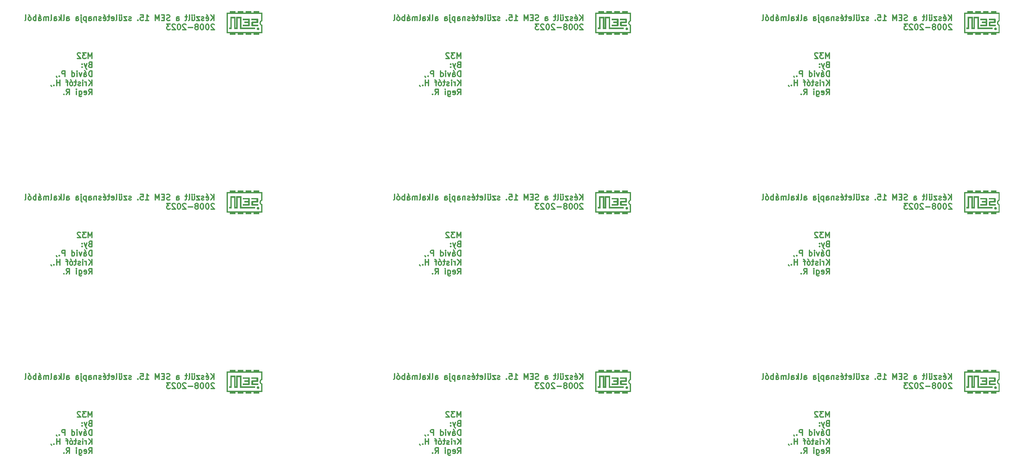
<source format=gbo>
%TF.GenerationSoftware,KiCad,Pcbnew,7.0.1-3b83917a11~171~ubuntu20.04.1*%
%TF.CreationDate,2023-10-27T13:40:09+02:00*%
%TF.ProjectId,panel_bottom,70616e65-6c5f-4626-9f74-746f6d2e6b69,rev?*%
%TF.SameCoordinates,PX1ab3f0PY1312d00*%
%TF.FileFunction,Legend,Bot*%
%TF.FilePolarity,Positive*%
%FSLAX46Y46*%
G04 Gerber Fmt 4.6, Leading zero omitted, Abs format (unit mm)*
G04 Created by KiCad (PCBNEW 7.0.1-3b83917a11~171~ubuntu20.04.1) date 2023-10-27 13:40:09*
%MOMM*%
%LPD*%
G01*
G04 APERTURE LIST*
%ADD10C,0.000000*%
%ADD11C,0.300000*%
%ADD12C,0.500000*%
%ADD13R,1.700000X1.700000*%
%ADD14R,2.100000X2.100000*%
%ADD15C,2.100000*%
%ADD16R,1.000000X1.000000*%
%ADD17O,1.000000X1.000000*%
G04 APERTURE END LIST*
D10*
G36*
X158411501Y-6700756D02*
G01*
X159267263Y-6700756D01*
X159267263Y-6268740D01*
X160781382Y-6268740D01*
X160781382Y-6700756D01*
X161382896Y-6700756D01*
X161382896Y-6268740D01*
X162886680Y-6268740D01*
X162886680Y-6700756D01*
X163488194Y-6700756D01*
X163488194Y-6268740D01*
X164990944Y-6268740D01*
X164990944Y-6700756D01*
X165592458Y-6700756D01*
X165592458Y-6268740D01*
X167095209Y-6268740D01*
X167095209Y-6700756D01*
X167950970Y-6700756D01*
X167950970Y-8952814D01*
X167879656Y-8973485D01*
X167860927Y-8978976D01*
X167843770Y-8984274D01*
X167828011Y-8989479D01*
X167813478Y-8994688D01*
X167800000Y-9000000D01*
X167787402Y-9005514D01*
X167775513Y-9011327D01*
X167764160Y-9017539D01*
X167753170Y-9024247D01*
X167742371Y-9031550D01*
X167731590Y-9039547D01*
X167720655Y-9048335D01*
X167709393Y-9058013D01*
X167697631Y-9068680D01*
X167685197Y-9080435D01*
X167671918Y-9093374D01*
X167664059Y-9101026D01*
X167656380Y-9108859D01*
X167648893Y-9116858D01*
X167641606Y-9125010D01*
X167634532Y-9133301D01*
X167627680Y-9141718D01*
X167621061Y-9150247D01*
X167614686Y-9158874D01*
X167608565Y-9167586D01*
X167602709Y-9176369D01*
X167597129Y-9185210D01*
X167591835Y-9194095D01*
X167586838Y-9203010D01*
X167582148Y-9211941D01*
X167577776Y-9220876D01*
X167573732Y-9229800D01*
X167564003Y-9252009D01*
X167559934Y-9262043D01*
X167556356Y-9271626D01*
X167553238Y-9280954D01*
X167550551Y-9290225D01*
X167548263Y-9299635D01*
X167546344Y-9309382D01*
X167544764Y-9319661D01*
X167543494Y-9330670D01*
X167542502Y-9342605D01*
X167541758Y-9355664D01*
X167540894Y-9385939D01*
X167540660Y-9423070D01*
X167540819Y-9461912D01*
X167541089Y-9478276D01*
X167541548Y-9492930D01*
X167542243Y-9506118D01*
X167543221Y-9518086D01*
X167544529Y-9529079D01*
X167546215Y-9539342D01*
X167548324Y-9549120D01*
X167550904Y-9558660D01*
X167554002Y-9568205D01*
X167557664Y-9578002D01*
X167561938Y-9588295D01*
X167566871Y-9599331D01*
X167578900Y-9624608D01*
X167582914Y-9632640D01*
X167587180Y-9640805D01*
X167591658Y-9649043D01*
X167596308Y-9657293D01*
X167605969Y-9673587D01*
X167615848Y-9689203D01*
X167620771Y-9696606D01*
X167625631Y-9703657D01*
X167630387Y-9710296D01*
X167635001Y-9716463D01*
X167639433Y-9722097D01*
X167643645Y-9727137D01*
X167647596Y-9731524D01*
X167651247Y-9735196D01*
X167683316Y-9766155D01*
X167697331Y-9779204D01*
X167710336Y-9790828D01*
X167722583Y-9801175D01*
X167734327Y-9810391D01*
X167745819Y-9818622D01*
X167757313Y-9826017D01*
X167769061Y-9832721D01*
X167781316Y-9838881D01*
X167794331Y-9844645D01*
X167808359Y-9850159D01*
X167823653Y-9855570D01*
X167840465Y-9861025D01*
X167879656Y-9872655D01*
X167950970Y-9894359D01*
X167950970Y-12134015D01*
X167095209Y-12134015D01*
X167095209Y-12577399D01*
X165592458Y-12577399D01*
X165592458Y-12134015D01*
X164990944Y-12134015D01*
X164990944Y-12577399D01*
X163488194Y-12577399D01*
X163488194Y-12134015D01*
X162886680Y-12134015D01*
X162886680Y-12577399D01*
X161382896Y-12577399D01*
X161382896Y-12134015D01*
X160781382Y-12134015D01*
X160781382Y-12577399D01*
X159267263Y-12577399D01*
X159267263Y-12134015D01*
X158411501Y-12134015D01*
X158411501Y-11818789D01*
X158411501Y-7015982D01*
X158734996Y-7015982D01*
X158734996Y-11818789D01*
X167638844Y-11818789D01*
X167638844Y-10965094D01*
X167638231Y-10600339D01*
X167636260Y-10332962D01*
X167634706Y-10237516D01*
X167632740Y-10168486D01*
X167630338Y-10126561D01*
X167628966Y-10115980D01*
X167628236Y-10113321D01*
X167627475Y-10112433D01*
X167626175Y-10112219D01*
X167624238Y-10111591D01*
X167618626Y-10109187D01*
X167610980Y-10105402D01*
X167601637Y-10100418D01*
X167590939Y-10094417D01*
X167579223Y-10087580D01*
X167566828Y-10080089D01*
X167554095Y-10072126D01*
X167522346Y-10050229D01*
X167491855Y-10026448D01*
X167462669Y-10000864D01*
X167434836Y-9973553D01*
X167408401Y-9944595D01*
X167383412Y-9914068D01*
X167359915Y-9882052D01*
X167337959Y-9848625D01*
X167317589Y-9813866D01*
X167298852Y-9777853D01*
X167281796Y-9740665D01*
X167266468Y-9702381D01*
X167252913Y-9663079D01*
X167241181Y-9622839D01*
X167231316Y-9581740D01*
X167223366Y-9539858D01*
X167217788Y-9499625D01*
X167214589Y-9458864D01*
X167213728Y-9417727D01*
X167215163Y-9376367D01*
X167218850Y-9334934D01*
X167224747Y-9293580D01*
X167232812Y-9252456D01*
X167243003Y-9211713D01*
X167255277Y-9171503D01*
X167269592Y-9131978D01*
X167285906Y-9093288D01*
X167304175Y-9055586D01*
X167324358Y-9019022D01*
X167346413Y-8983747D01*
X167370296Y-8949914D01*
X167395965Y-8917674D01*
X167403178Y-8909201D01*
X167410796Y-8900518D01*
X167418713Y-8891729D01*
X167426826Y-8882938D01*
X167443219Y-8865770D01*
X167451290Y-8857601D01*
X167459140Y-8849849D01*
X167466662Y-8842618D01*
X167473752Y-8836011D01*
X167480307Y-8830135D01*
X167486221Y-8825093D01*
X167491391Y-8820989D01*
X167495711Y-8817929D01*
X167497520Y-8816822D01*
X167499077Y-8816016D01*
X167500370Y-8815522D01*
X167501385Y-8815355D01*
X167502410Y-8815141D01*
X167503915Y-8814513D01*
X167505870Y-8813495D01*
X167508249Y-8812109D01*
X167514157Y-8808324D01*
X167521410Y-8803340D01*
X167529777Y-8797339D01*
X167539028Y-8790502D01*
X167548934Y-8783011D01*
X167559263Y-8775047D01*
X167564514Y-8770836D01*
X167569778Y-8766743D01*
X167575021Y-8762789D01*
X167580208Y-8758995D01*
X167585304Y-8755383D01*
X167590275Y-8751975D01*
X167595085Y-8748790D01*
X167599700Y-8745850D01*
X167604084Y-8743177D01*
X167608204Y-8740791D01*
X167612024Y-8738715D01*
X167615510Y-8736968D01*
X167618625Y-8735573D01*
X167621337Y-8734550D01*
X167623610Y-8733921D01*
X167624571Y-8733760D01*
X167625409Y-8733706D01*
X167627263Y-8731521D01*
X167628953Y-8724653D01*
X167631868Y-8694997D01*
X167636002Y-8558911D01*
X167638198Y-8295506D01*
X167638844Y-7874844D01*
X167638844Y-7015982D01*
X158734996Y-7015982D01*
X158411501Y-7015982D01*
X158411501Y-6700756D01*
G37*
G36*
X59911501Y-6700756D02*
G01*
X60767263Y-6700756D01*
X60767263Y-6268740D01*
X62281382Y-6268740D01*
X62281382Y-6700756D01*
X62882896Y-6700756D01*
X62882896Y-6268740D01*
X64386680Y-6268740D01*
X64386680Y-6700756D01*
X64988194Y-6700756D01*
X64988194Y-6268740D01*
X66490944Y-6268740D01*
X66490944Y-6700756D01*
X67092458Y-6700756D01*
X67092458Y-6268740D01*
X68595209Y-6268740D01*
X68595209Y-6700756D01*
X69450970Y-6700756D01*
X69450970Y-8952814D01*
X69379656Y-8973485D01*
X69360927Y-8978976D01*
X69343770Y-8984274D01*
X69328011Y-8989479D01*
X69313478Y-8994688D01*
X69300000Y-9000000D01*
X69287402Y-9005514D01*
X69275513Y-9011327D01*
X69264160Y-9017539D01*
X69253170Y-9024247D01*
X69242371Y-9031550D01*
X69231590Y-9039547D01*
X69220655Y-9048335D01*
X69209393Y-9058013D01*
X69197631Y-9068680D01*
X69185197Y-9080435D01*
X69171918Y-9093374D01*
X69164059Y-9101026D01*
X69156380Y-9108859D01*
X69148893Y-9116858D01*
X69141606Y-9125010D01*
X69134532Y-9133301D01*
X69127680Y-9141718D01*
X69121061Y-9150247D01*
X69114686Y-9158874D01*
X69108565Y-9167586D01*
X69102709Y-9176369D01*
X69097129Y-9185210D01*
X69091835Y-9194095D01*
X69086838Y-9203010D01*
X69082148Y-9211941D01*
X69077776Y-9220876D01*
X69073732Y-9229800D01*
X69064003Y-9252009D01*
X69059934Y-9262043D01*
X69056356Y-9271626D01*
X69053238Y-9280954D01*
X69050551Y-9290225D01*
X69048263Y-9299635D01*
X69046344Y-9309382D01*
X69044764Y-9319661D01*
X69043494Y-9330670D01*
X69042502Y-9342605D01*
X69041758Y-9355664D01*
X69040894Y-9385939D01*
X69040660Y-9423070D01*
X69040819Y-9461912D01*
X69041089Y-9478276D01*
X69041548Y-9492930D01*
X69042243Y-9506118D01*
X69043221Y-9518086D01*
X69044529Y-9529079D01*
X69046215Y-9539342D01*
X69048324Y-9549120D01*
X69050904Y-9558660D01*
X69054002Y-9568205D01*
X69057664Y-9578002D01*
X69061938Y-9588295D01*
X69066871Y-9599331D01*
X69078900Y-9624608D01*
X69082914Y-9632640D01*
X69087180Y-9640805D01*
X69091658Y-9649043D01*
X69096308Y-9657293D01*
X69105969Y-9673587D01*
X69115848Y-9689203D01*
X69120771Y-9696606D01*
X69125631Y-9703657D01*
X69130387Y-9710296D01*
X69135001Y-9716463D01*
X69139433Y-9722097D01*
X69143645Y-9727137D01*
X69147596Y-9731524D01*
X69151247Y-9735196D01*
X69183316Y-9766155D01*
X69197331Y-9779204D01*
X69210336Y-9790828D01*
X69222583Y-9801175D01*
X69234327Y-9810391D01*
X69245819Y-9818622D01*
X69257313Y-9826017D01*
X69269061Y-9832721D01*
X69281316Y-9838881D01*
X69294331Y-9844645D01*
X69308359Y-9850159D01*
X69323653Y-9855570D01*
X69340465Y-9861025D01*
X69379656Y-9872655D01*
X69450970Y-9894359D01*
X69450970Y-12134015D01*
X68595209Y-12134015D01*
X68595209Y-12577399D01*
X67092458Y-12577399D01*
X67092458Y-12134015D01*
X66490944Y-12134015D01*
X66490944Y-12577399D01*
X64988194Y-12577399D01*
X64988194Y-12134015D01*
X64386680Y-12134015D01*
X64386680Y-12577399D01*
X62882896Y-12577399D01*
X62882896Y-12134015D01*
X62281382Y-12134015D01*
X62281382Y-12577399D01*
X60767263Y-12577399D01*
X60767263Y-12134015D01*
X59911501Y-12134015D01*
X59911501Y-11818789D01*
X59911501Y-7015982D01*
X60234996Y-7015982D01*
X60234996Y-11818789D01*
X69138844Y-11818789D01*
X69138844Y-10965094D01*
X69138231Y-10600339D01*
X69136260Y-10332962D01*
X69134706Y-10237516D01*
X69132740Y-10168486D01*
X69130338Y-10126561D01*
X69128966Y-10115980D01*
X69128236Y-10113321D01*
X69127475Y-10112433D01*
X69126175Y-10112219D01*
X69124238Y-10111591D01*
X69118626Y-10109187D01*
X69110980Y-10105402D01*
X69101637Y-10100418D01*
X69090939Y-10094417D01*
X69079223Y-10087580D01*
X69066828Y-10080089D01*
X69054095Y-10072126D01*
X69022346Y-10050229D01*
X68991855Y-10026448D01*
X68962669Y-10000864D01*
X68934836Y-9973553D01*
X68908401Y-9944595D01*
X68883412Y-9914068D01*
X68859915Y-9882052D01*
X68837959Y-9848625D01*
X68817589Y-9813866D01*
X68798852Y-9777853D01*
X68781796Y-9740665D01*
X68766468Y-9702381D01*
X68752913Y-9663079D01*
X68741181Y-9622839D01*
X68731316Y-9581740D01*
X68723366Y-9539858D01*
X68717788Y-9499625D01*
X68714589Y-9458864D01*
X68713728Y-9417727D01*
X68715163Y-9376367D01*
X68718850Y-9334934D01*
X68724747Y-9293580D01*
X68732812Y-9252456D01*
X68743003Y-9211713D01*
X68755277Y-9171503D01*
X68769592Y-9131978D01*
X68785906Y-9093288D01*
X68804175Y-9055586D01*
X68824358Y-9019022D01*
X68846413Y-8983747D01*
X68870296Y-8949914D01*
X68895965Y-8917674D01*
X68903178Y-8909201D01*
X68910796Y-8900518D01*
X68918713Y-8891729D01*
X68926826Y-8882938D01*
X68943219Y-8865770D01*
X68951290Y-8857601D01*
X68959140Y-8849849D01*
X68966662Y-8842618D01*
X68973752Y-8836011D01*
X68980307Y-8830135D01*
X68986221Y-8825093D01*
X68991391Y-8820989D01*
X68995711Y-8817929D01*
X68997520Y-8816822D01*
X68999077Y-8816016D01*
X69000370Y-8815522D01*
X69001385Y-8815355D01*
X69002410Y-8815141D01*
X69003915Y-8814513D01*
X69005870Y-8813495D01*
X69008249Y-8812109D01*
X69014157Y-8808324D01*
X69021410Y-8803340D01*
X69029777Y-8797339D01*
X69039028Y-8790502D01*
X69048934Y-8783011D01*
X69059263Y-8775047D01*
X69064514Y-8770836D01*
X69069778Y-8766743D01*
X69075021Y-8762789D01*
X69080208Y-8758995D01*
X69085304Y-8755383D01*
X69090275Y-8751975D01*
X69095085Y-8748790D01*
X69099700Y-8745850D01*
X69104084Y-8743177D01*
X69108204Y-8740791D01*
X69112024Y-8738715D01*
X69115510Y-8736968D01*
X69118625Y-8735573D01*
X69121337Y-8734550D01*
X69123610Y-8733921D01*
X69124571Y-8733760D01*
X69125409Y-8733706D01*
X69127263Y-8731521D01*
X69128953Y-8724653D01*
X69131868Y-8694997D01*
X69136002Y-8558911D01*
X69138198Y-8295506D01*
X69138844Y-7874844D01*
X69138844Y-7015982D01*
X60234996Y-7015982D01*
X59911501Y-7015982D01*
X59911501Y-6700756D01*
G37*
G36*
X256911501Y-6700756D02*
G01*
X257767263Y-6700756D01*
X257767263Y-6268740D01*
X259281382Y-6268740D01*
X259281382Y-6700756D01*
X259882896Y-6700756D01*
X259882896Y-6268740D01*
X261386680Y-6268740D01*
X261386680Y-6700756D01*
X261988194Y-6700756D01*
X261988194Y-6268740D01*
X263490944Y-6268740D01*
X263490944Y-6700756D01*
X264092458Y-6700756D01*
X264092458Y-6268740D01*
X265595209Y-6268740D01*
X265595209Y-6700756D01*
X266450970Y-6700756D01*
X266450970Y-8952814D01*
X266379656Y-8973485D01*
X266360927Y-8978976D01*
X266343770Y-8984274D01*
X266328011Y-8989479D01*
X266313478Y-8994688D01*
X266300000Y-9000000D01*
X266287402Y-9005514D01*
X266275513Y-9011327D01*
X266264160Y-9017539D01*
X266253170Y-9024247D01*
X266242371Y-9031550D01*
X266231590Y-9039547D01*
X266220655Y-9048335D01*
X266209393Y-9058013D01*
X266197631Y-9068680D01*
X266185197Y-9080435D01*
X266171918Y-9093374D01*
X266164059Y-9101026D01*
X266156380Y-9108859D01*
X266148893Y-9116858D01*
X266141606Y-9125010D01*
X266134532Y-9133301D01*
X266127680Y-9141718D01*
X266121061Y-9150247D01*
X266114686Y-9158874D01*
X266108565Y-9167586D01*
X266102709Y-9176369D01*
X266097129Y-9185210D01*
X266091835Y-9194095D01*
X266086838Y-9203010D01*
X266082148Y-9211941D01*
X266077776Y-9220876D01*
X266073732Y-9229800D01*
X266064003Y-9252009D01*
X266059934Y-9262043D01*
X266056356Y-9271626D01*
X266053238Y-9280954D01*
X266050551Y-9290225D01*
X266048263Y-9299635D01*
X266046344Y-9309382D01*
X266044764Y-9319661D01*
X266043494Y-9330670D01*
X266042502Y-9342605D01*
X266041758Y-9355664D01*
X266040894Y-9385939D01*
X266040660Y-9423070D01*
X266040819Y-9461912D01*
X266041089Y-9478276D01*
X266041548Y-9492930D01*
X266042243Y-9506118D01*
X266043221Y-9518086D01*
X266044529Y-9529079D01*
X266046215Y-9539342D01*
X266048324Y-9549120D01*
X266050904Y-9558660D01*
X266054002Y-9568205D01*
X266057664Y-9578002D01*
X266061938Y-9588295D01*
X266066871Y-9599331D01*
X266078900Y-9624608D01*
X266082914Y-9632640D01*
X266087180Y-9640805D01*
X266091658Y-9649043D01*
X266096308Y-9657293D01*
X266105969Y-9673587D01*
X266115848Y-9689203D01*
X266120771Y-9696606D01*
X266125631Y-9703657D01*
X266130387Y-9710296D01*
X266135001Y-9716463D01*
X266139433Y-9722097D01*
X266143645Y-9727137D01*
X266147596Y-9731524D01*
X266151247Y-9735196D01*
X266183316Y-9766155D01*
X266197331Y-9779204D01*
X266210336Y-9790828D01*
X266222583Y-9801175D01*
X266234327Y-9810391D01*
X266245819Y-9818622D01*
X266257313Y-9826017D01*
X266269061Y-9832721D01*
X266281316Y-9838881D01*
X266294331Y-9844645D01*
X266308359Y-9850159D01*
X266323653Y-9855570D01*
X266340465Y-9861025D01*
X266379656Y-9872655D01*
X266450970Y-9894359D01*
X266450970Y-12134015D01*
X265595209Y-12134015D01*
X265595209Y-12577399D01*
X264092458Y-12577399D01*
X264092458Y-12134015D01*
X263490944Y-12134015D01*
X263490944Y-12577399D01*
X261988194Y-12577399D01*
X261988194Y-12134015D01*
X261386680Y-12134015D01*
X261386680Y-12577399D01*
X259882896Y-12577399D01*
X259882896Y-12134015D01*
X259281382Y-12134015D01*
X259281382Y-12577399D01*
X257767263Y-12577399D01*
X257767263Y-12134015D01*
X256911501Y-12134015D01*
X256911501Y-11818789D01*
X256911501Y-7015982D01*
X257234996Y-7015982D01*
X257234996Y-11818789D01*
X266138844Y-11818789D01*
X266138844Y-10965094D01*
X266138231Y-10600339D01*
X266136260Y-10332962D01*
X266134706Y-10237516D01*
X266132740Y-10168486D01*
X266130338Y-10126561D01*
X266128966Y-10115980D01*
X266128236Y-10113321D01*
X266127475Y-10112433D01*
X266126175Y-10112219D01*
X266124238Y-10111591D01*
X266118626Y-10109187D01*
X266110980Y-10105402D01*
X266101637Y-10100418D01*
X266090939Y-10094417D01*
X266079223Y-10087580D01*
X266066828Y-10080089D01*
X266054095Y-10072126D01*
X266022346Y-10050229D01*
X265991855Y-10026448D01*
X265962669Y-10000864D01*
X265934836Y-9973553D01*
X265908401Y-9944595D01*
X265883412Y-9914068D01*
X265859915Y-9882052D01*
X265837959Y-9848625D01*
X265817589Y-9813866D01*
X265798852Y-9777853D01*
X265781796Y-9740665D01*
X265766468Y-9702381D01*
X265752913Y-9663079D01*
X265741181Y-9622839D01*
X265731316Y-9581740D01*
X265723366Y-9539858D01*
X265717788Y-9499625D01*
X265714589Y-9458864D01*
X265713728Y-9417727D01*
X265715163Y-9376367D01*
X265718850Y-9334934D01*
X265724747Y-9293580D01*
X265732812Y-9252456D01*
X265743003Y-9211713D01*
X265755277Y-9171503D01*
X265769592Y-9131978D01*
X265785906Y-9093288D01*
X265804175Y-9055586D01*
X265824358Y-9019022D01*
X265846413Y-8983747D01*
X265870296Y-8949914D01*
X265895965Y-8917674D01*
X265903178Y-8909201D01*
X265910796Y-8900518D01*
X265918713Y-8891729D01*
X265926826Y-8882938D01*
X265943219Y-8865770D01*
X265951290Y-8857601D01*
X265959140Y-8849849D01*
X265966662Y-8842618D01*
X265973752Y-8836011D01*
X265980307Y-8830135D01*
X265986221Y-8825093D01*
X265991391Y-8820989D01*
X265995711Y-8817929D01*
X265997520Y-8816822D01*
X265999077Y-8816016D01*
X266000370Y-8815522D01*
X266001385Y-8815355D01*
X266002410Y-8815141D01*
X266003915Y-8814513D01*
X266005870Y-8813495D01*
X266008249Y-8812109D01*
X266014157Y-8808324D01*
X266021410Y-8803340D01*
X266029777Y-8797339D01*
X266039028Y-8790502D01*
X266048934Y-8783011D01*
X266059263Y-8775047D01*
X266064514Y-8770836D01*
X266069778Y-8766743D01*
X266075021Y-8762789D01*
X266080208Y-8758995D01*
X266085304Y-8755383D01*
X266090275Y-8751975D01*
X266095085Y-8748790D01*
X266099700Y-8745850D01*
X266104084Y-8743177D01*
X266108204Y-8740791D01*
X266112024Y-8738715D01*
X266115510Y-8736968D01*
X266118625Y-8735573D01*
X266121337Y-8734550D01*
X266123610Y-8733921D01*
X266124571Y-8733760D01*
X266125409Y-8733706D01*
X266127263Y-8731521D01*
X266128953Y-8724653D01*
X266131868Y-8694997D01*
X266136002Y-8558911D01*
X266138198Y-8295506D01*
X266138844Y-7874844D01*
X266138844Y-7015982D01*
X257234996Y-7015982D01*
X256911501Y-7015982D01*
X256911501Y-6700756D01*
G37*
G36*
X59911501Y-54700756D02*
G01*
X60767263Y-54700756D01*
X60767263Y-54268740D01*
X62281382Y-54268740D01*
X62281382Y-54700756D01*
X62882896Y-54700756D01*
X62882896Y-54268740D01*
X64386680Y-54268740D01*
X64386680Y-54700756D01*
X64988194Y-54700756D01*
X64988194Y-54268740D01*
X66490944Y-54268740D01*
X66490944Y-54700756D01*
X67092458Y-54700756D01*
X67092458Y-54268740D01*
X68595209Y-54268740D01*
X68595209Y-54700756D01*
X69450970Y-54700756D01*
X69450970Y-56952814D01*
X69379656Y-56973485D01*
X69360927Y-56978976D01*
X69343770Y-56984274D01*
X69328011Y-56989479D01*
X69313478Y-56994688D01*
X69300000Y-57000000D01*
X69287402Y-57005514D01*
X69275513Y-57011327D01*
X69264160Y-57017539D01*
X69253170Y-57024247D01*
X69242371Y-57031550D01*
X69231590Y-57039547D01*
X69220655Y-57048335D01*
X69209393Y-57058013D01*
X69197631Y-57068680D01*
X69185197Y-57080435D01*
X69171918Y-57093374D01*
X69164059Y-57101026D01*
X69156380Y-57108859D01*
X69148893Y-57116858D01*
X69141606Y-57125010D01*
X69134532Y-57133301D01*
X69127680Y-57141718D01*
X69121061Y-57150247D01*
X69114686Y-57158874D01*
X69108565Y-57167586D01*
X69102709Y-57176369D01*
X69097129Y-57185210D01*
X69091835Y-57194095D01*
X69086838Y-57203010D01*
X69082148Y-57211941D01*
X69077776Y-57220876D01*
X69073732Y-57229800D01*
X69064003Y-57252009D01*
X69059934Y-57262043D01*
X69056356Y-57271626D01*
X69053238Y-57280954D01*
X69050551Y-57290225D01*
X69048263Y-57299635D01*
X69046344Y-57309382D01*
X69044764Y-57319661D01*
X69043494Y-57330670D01*
X69042502Y-57342605D01*
X69041758Y-57355664D01*
X69040894Y-57385939D01*
X69040660Y-57423070D01*
X69040819Y-57461912D01*
X69041089Y-57478276D01*
X69041548Y-57492930D01*
X69042243Y-57506118D01*
X69043221Y-57518086D01*
X69044529Y-57529079D01*
X69046215Y-57539342D01*
X69048324Y-57549120D01*
X69050904Y-57558660D01*
X69054002Y-57568205D01*
X69057664Y-57578002D01*
X69061938Y-57588295D01*
X69066871Y-57599331D01*
X69078900Y-57624608D01*
X69082914Y-57632640D01*
X69087180Y-57640805D01*
X69091658Y-57649043D01*
X69096308Y-57657293D01*
X69105969Y-57673587D01*
X69115848Y-57689203D01*
X69120771Y-57696606D01*
X69125631Y-57703657D01*
X69130387Y-57710296D01*
X69135001Y-57716463D01*
X69139433Y-57722097D01*
X69143645Y-57727137D01*
X69147596Y-57731524D01*
X69151247Y-57735196D01*
X69183316Y-57766155D01*
X69197331Y-57779204D01*
X69210336Y-57790828D01*
X69222583Y-57801175D01*
X69234327Y-57810391D01*
X69245819Y-57818622D01*
X69257313Y-57826017D01*
X69269061Y-57832721D01*
X69281316Y-57838881D01*
X69294331Y-57844645D01*
X69308359Y-57850159D01*
X69323653Y-57855570D01*
X69340465Y-57861025D01*
X69379656Y-57872655D01*
X69450970Y-57894359D01*
X69450970Y-60134015D01*
X68595209Y-60134015D01*
X68595209Y-60577399D01*
X67092458Y-60577399D01*
X67092458Y-60134015D01*
X66490944Y-60134015D01*
X66490944Y-60577399D01*
X64988194Y-60577399D01*
X64988194Y-60134015D01*
X64386680Y-60134015D01*
X64386680Y-60577399D01*
X62882896Y-60577399D01*
X62882896Y-60134015D01*
X62281382Y-60134015D01*
X62281382Y-60577399D01*
X60767263Y-60577399D01*
X60767263Y-60134015D01*
X59911501Y-60134015D01*
X59911501Y-59818789D01*
X59911501Y-55015982D01*
X60234996Y-55015982D01*
X60234996Y-59818789D01*
X69138844Y-59818789D01*
X69138844Y-58965094D01*
X69138231Y-58600339D01*
X69136260Y-58332962D01*
X69134706Y-58237516D01*
X69132740Y-58168486D01*
X69130338Y-58126561D01*
X69128966Y-58115980D01*
X69128236Y-58113321D01*
X69127475Y-58112433D01*
X69126175Y-58112219D01*
X69124238Y-58111591D01*
X69118626Y-58109187D01*
X69110980Y-58105402D01*
X69101637Y-58100418D01*
X69090939Y-58094417D01*
X69079223Y-58087580D01*
X69066828Y-58080089D01*
X69054095Y-58072126D01*
X69022346Y-58050229D01*
X68991855Y-58026448D01*
X68962669Y-58000864D01*
X68934836Y-57973553D01*
X68908401Y-57944595D01*
X68883412Y-57914068D01*
X68859915Y-57882052D01*
X68837959Y-57848625D01*
X68817589Y-57813866D01*
X68798852Y-57777853D01*
X68781796Y-57740665D01*
X68766468Y-57702381D01*
X68752913Y-57663079D01*
X68741181Y-57622839D01*
X68731316Y-57581740D01*
X68723366Y-57539858D01*
X68717788Y-57499625D01*
X68714589Y-57458864D01*
X68713728Y-57417727D01*
X68715163Y-57376367D01*
X68718850Y-57334934D01*
X68724747Y-57293580D01*
X68732812Y-57252456D01*
X68743003Y-57211713D01*
X68755277Y-57171503D01*
X68769592Y-57131978D01*
X68785906Y-57093288D01*
X68804175Y-57055586D01*
X68824358Y-57019022D01*
X68846413Y-56983747D01*
X68870296Y-56949914D01*
X68895965Y-56917674D01*
X68903178Y-56909201D01*
X68910796Y-56900518D01*
X68918713Y-56891729D01*
X68926826Y-56882938D01*
X68943219Y-56865770D01*
X68951290Y-56857601D01*
X68959140Y-56849849D01*
X68966662Y-56842618D01*
X68973752Y-56836011D01*
X68980307Y-56830135D01*
X68986221Y-56825093D01*
X68991391Y-56820989D01*
X68995711Y-56817929D01*
X68997520Y-56816822D01*
X68999077Y-56816016D01*
X69000370Y-56815522D01*
X69001385Y-56815355D01*
X69002410Y-56815141D01*
X69003915Y-56814513D01*
X69005870Y-56813495D01*
X69008249Y-56812109D01*
X69014157Y-56808324D01*
X69021410Y-56803340D01*
X69029777Y-56797339D01*
X69039028Y-56790502D01*
X69048934Y-56783011D01*
X69059263Y-56775047D01*
X69064514Y-56770836D01*
X69069778Y-56766743D01*
X69075021Y-56762789D01*
X69080208Y-56758995D01*
X69085304Y-56755383D01*
X69090275Y-56751975D01*
X69095085Y-56748790D01*
X69099700Y-56745850D01*
X69104084Y-56743177D01*
X69108204Y-56740791D01*
X69112024Y-56738715D01*
X69115510Y-56736968D01*
X69118625Y-56735573D01*
X69121337Y-56734550D01*
X69123610Y-56733921D01*
X69124571Y-56733760D01*
X69125409Y-56733706D01*
X69127263Y-56731521D01*
X69128953Y-56724653D01*
X69131868Y-56694997D01*
X69136002Y-56558911D01*
X69138198Y-56295506D01*
X69138844Y-55874844D01*
X69138844Y-55015982D01*
X60234996Y-55015982D01*
X59911501Y-55015982D01*
X59911501Y-54700756D01*
G37*
G36*
X158411501Y-54700756D02*
G01*
X159267263Y-54700756D01*
X159267263Y-54268740D01*
X160781382Y-54268740D01*
X160781382Y-54700756D01*
X161382896Y-54700756D01*
X161382896Y-54268740D01*
X162886680Y-54268740D01*
X162886680Y-54700756D01*
X163488194Y-54700756D01*
X163488194Y-54268740D01*
X164990944Y-54268740D01*
X164990944Y-54700756D01*
X165592458Y-54700756D01*
X165592458Y-54268740D01*
X167095209Y-54268740D01*
X167095209Y-54700756D01*
X167950970Y-54700756D01*
X167950970Y-56952814D01*
X167879656Y-56973485D01*
X167860927Y-56978976D01*
X167843770Y-56984274D01*
X167828011Y-56989479D01*
X167813478Y-56994688D01*
X167800000Y-57000000D01*
X167787402Y-57005514D01*
X167775513Y-57011327D01*
X167764160Y-57017539D01*
X167753170Y-57024247D01*
X167742371Y-57031550D01*
X167731590Y-57039547D01*
X167720655Y-57048335D01*
X167709393Y-57058013D01*
X167697631Y-57068680D01*
X167685197Y-57080435D01*
X167671918Y-57093374D01*
X167664059Y-57101026D01*
X167656380Y-57108859D01*
X167648893Y-57116858D01*
X167641606Y-57125010D01*
X167634532Y-57133301D01*
X167627680Y-57141718D01*
X167621061Y-57150247D01*
X167614686Y-57158874D01*
X167608565Y-57167586D01*
X167602709Y-57176369D01*
X167597129Y-57185210D01*
X167591835Y-57194095D01*
X167586838Y-57203010D01*
X167582148Y-57211941D01*
X167577776Y-57220876D01*
X167573732Y-57229800D01*
X167564003Y-57252009D01*
X167559934Y-57262043D01*
X167556356Y-57271626D01*
X167553238Y-57280954D01*
X167550551Y-57290225D01*
X167548263Y-57299635D01*
X167546344Y-57309382D01*
X167544764Y-57319661D01*
X167543494Y-57330670D01*
X167542502Y-57342605D01*
X167541758Y-57355664D01*
X167540894Y-57385939D01*
X167540660Y-57423070D01*
X167540819Y-57461912D01*
X167541089Y-57478276D01*
X167541548Y-57492930D01*
X167542243Y-57506118D01*
X167543221Y-57518086D01*
X167544529Y-57529079D01*
X167546215Y-57539342D01*
X167548324Y-57549120D01*
X167550904Y-57558660D01*
X167554002Y-57568205D01*
X167557664Y-57578002D01*
X167561938Y-57588295D01*
X167566871Y-57599331D01*
X167578900Y-57624608D01*
X167582914Y-57632640D01*
X167587180Y-57640805D01*
X167591658Y-57649043D01*
X167596308Y-57657293D01*
X167605969Y-57673587D01*
X167615848Y-57689203D01*
X167620771Y-57696606D01*
X167625631Y-57703657D01*
X167630387Y-57710296D01*
X167635001Y-57716463D01*
X167639433Y-57722097D01*
X167643645Y-57727137D01*
X167647596Y-57731524D01*
X167651247Y-57735196D01*
X167683316Y-57766155D01*
X167697331Y-57779204D01*
X167710336Y-57790828D01*
X167722583Y-57801175D01*
X167734327Y-57810391D01*
X167745819Y-57818622D01*
X167757313Y-57826017D01*
X167769061Y-57832721D01*
X167781316Y-57838881D01*
X167794331Y-57844645D01*
X167808359Y-57850159D01*
X167823653Y-57855570D01*
X167840465Y-57861025D01*
X167879656Y-57872655D01*
X167950970Y-57894359D01*
X167950970Y-60134015D01*
X167095209Y-60134015D01*
X167095209Y-60577399D01*
X165592458Y-60577399D01*
X165592458Y-60134015D01*
X164990944Y-60134015D01*
X164990944Y-60577399D01*
X163488194Y-60577399D01*
X163488194Y-60134015D01*
X162886680Y-60134015D01*
X162886680Y-60577399D01*
X161382896Y-60577399D01*
X161382896Y-60134015D01*
X160781382Y-60134015D01*
X160781382Y-60577399D01*
X159267263Y-60577399D01*
X159267263Y-60134015D01*
X158411501Y-60134015D01*
X158411501Y-59818789D01*
X158411501Y-55015982D01*
X158734996Y-55015982D01*
X158734996Y-59818789D01*
X167638844Y-59818789D01*
X167638844Y-58965094D01*
X167638231Y-58600339D01*
X167636260Y-58332962D01*
X167634706Y-58237516D01*
X167632740Y-58168486D01*
X167630338Y-58126561D01*
X167628966Y-58115980D01*
X167628236Y-58113321D01*
X167627475Y-58112433D01*
X167626175Y-58112219D01*
X167624238Y-58111591D01*
X167618626Y-58109187D01*
X167610980Y-58105402D01*
X167601637Y-58100418D01*
X167590939Y-58094417D01*
X167579223Y-58087580D01*
X167566828Y-58080089D01*
X167554095Y-58072126D01*
X167522346Y-58050229D01*
X167491855Y-58026448D01*
X167462669Y-58000864D01*
X167434836Y-57973553D01*
X167408401Y-57944595D01*
X167383412Y-57914068D01*
X167359915Y-57882052D01*
X167337959Y-57848625D01*
X167317589Y-57813866D01*
X167298852Y-57777853D01*
X167281796Y-57740665D01*
X167266468Y-57702381D01*
X167252913Y-57663079D01*
X167241181Y-57622839D01*
X167231316Y-57581740D01*
X167223366Y-57539858D01*
X167217788Y-57499625D01*
X167214589Y-57458864D01*
X167213728Y-57417727D01*
X167215163Y-57376367D01*
X167218850Y-57334934D01*
X167224747Y-57293580D01*
X167232812Y-57252456D01*
X167243003Y-57211713D01*
X167255277Y-57171503D01*
X167269592Y-57131978D01*
X167285906Y-57093288D01*
X167304175Y-57055586D01*
X167324358Y-57019022D01*
X167346413Y-56983747D01*
X167370296Y-56949914D01*
X167395965Y-56917674D01*
X167403178Y-56909201D01*
X167410796Y-56900518D01*
X167418713Y-56891729D01*
X167426826Y-56882938D01*
X167443219Y-56865770D01*
X167451290Y-56857601D01*
X167459140Y-56849849D01*
X167466662Y-56842618D01*
X167473752Y-56836011D01*
X167480307Y-56830135D01*
X167486221Y-56825093D01*
X167491391Y-56820989D01*
X167495711Y-56817929D01*
X167497520Y-56816822D01*
X167499077Y-56816016D01*
X167500370Y-56815522D01*
X167501385Y-56815355D01*
X167502410Y-56815141D01*
X167503915Y-56814513D01*
X167505870Y-56813495D01*
X167508249Y-56812109D01*
X167514157Y-56808324D01*
X167521410Y-56803340D01*
X167529777Y-56797339D01*
X167539028Y-56790502D01*
X167548934Y-56783011D01*
X167559263Y-56775047D01*
X167564514Y-56770836D01*
X167569778Y-56766743D01*
X167575021Y-56762789D01*
X167580208Y-56758995D01*
X167585304Y-56755383D01*
X167590275Y-56751975D01*
X167595085Y-56748790D01*
X167599700Y-56745850D01*
X167604084Y-56743177D01*
X167608204Y-56740791D01*
X167612024Y-56738715D01*
X167615510Y-56736968D01*
X167618625Y-56735573D01*
X167621337Y-56734550D01*
X167623610Y-56733921D01*
X167624571Y-56733760D01*
X167625409Y-56733706D01*
X167627263Y-56731521D01*
X167628953Y-56724653D01*
X167631868Y-56694997D01*
X167636002Y-56558911D01*
X167638198Y-56295506D01*
X167638844Y-55874844D01*
X167638844Y-55015982D01*
X158734996Y-55015982D01*
X158411501Y-55015982D01*
X158411501Y-54700756D01*
G37*
G36*
X256911501Y-54700756D02*
G01*
X257767263Y-54700756D01*
X257767263Y-54268740D01*
X259281382Y-54268740D01*
X259281382Y-54700756D01*
X259882896Y-54700756D01*
X259882896Y-54268740D01*
X261386680Y-54268740D01*
X261386680Y-54700756D01*
X261988194Y-54700756D01*
X261988194Y-54268740D01*
X263490944Y-54268740D01*
X263490944Y-54700756D01*
X264092458Y-54700756D01*
X264092458Y-54268740D01*
X265595209Y-54268740D01*
X265595209Y-54700756D01*
X266450970Y-54700756D01*
X266450970Y-56952814D01*
X266379656Y-56973485D01*
X266360927Y-56978976D01*
X266343770Y-56984274D01*
X266328011Y-56989479D01*
X266313478Y-56994688D01*
X266300000Y-57000000D01*
X266287402Y-57005514D01*
X266275513Y-57011327D01*
X266264160Y-57017539D01*
X266253170Y-57024247D01*
X266242371Y-57031550D01*
X266231590Y-57039547D01*
X266220655Y-57048335D01*
X266209393Y-57058013D01*
X266197631Y-57068680D01*
X266185197Y-57080435D01*
X266171918Y-57093374D01*
X266164059Y-57101026D01*
X266156380Y-57108859D01*
X266148893Y-57116858D01*
X266141606Y-57125010D01*
X266134532Y-57133301D01*
X266127680Y-57141718D01*
X266121061Y-57150247D01*
X266114686Y-57158874D01*
X266108565Y-57167586D01*
X266102709Y-57176369D01*
X266097129Y-57185210D01*
X266091835Y-57194095D01*
X266086838Y-57203010D01*
X266082148Y-57211941D01*
X266077776Y-57220876D01*
X266073732Y-57229800D01*
X266064003Y-57252009D01*
X266059934Y-57262043D01*
X266056356Y-57271626D01*
X266053238Y-57280954D01*
X266050551Y-57290225D01*
X266048263Y-57299635D01*
X266046344Y-57309382D01*
X266044764Y-57319661D01*
X266043494Y-57330670D01*
X266042502Y-57342605D01*
X266041758Y-57355664D01*
X266040894Y-57385939D01*
X266040660Y-57423070D01*
X266040819Y-57461912D01*
X266041089Y-57478276D01*
X266041548Y-57492930D01*
X266042243Y-57506118D01*
X266043221Y-57518086D01*
X266044529Y-57529079D01*
X266046215Y-57539342D01*
X266048324Y-57549120D01*
X266050904Y-57558660D01*
X266054002Y-57568205D01*
X266057664Y-57578002D01*
X266061938Y-57588295D01*
X266066871Y-57599331D01*
X266078900Y-57624608D01*
X266082914Y-57632640D01*
X266087180Y-57640805D01*
X266091658Y-57649043D01*
X266096308Y-57657293D01*
X266105969Y-57673587D01*
X266115848Y-57689203D01*
X266120771Y-57696606D01*
X266125631Y-57703657D01*
X266130387Y-57710296D01*
X266135001Y-57716463D01*
X266139433Y-57722097D01*
X266143645Y-57727137D01*
X266147596Y-57731524D01*
X266151247Y-57735196D01*
X266183316Y-57766155D01*
X266197331Y-57779204D01*
X266210336Y-57790828D01*
X266222583Y-57801175D01*
X266234327Y-57810391D01*
X266245819Y-57818622D01*
X266257313Y-57826017D01*
X266269061Y-57832721D01*
X266281316Y-57838881D01*
X266294331Y-57844645D01*
X266308359Y-57850159D01*
X266323653Y-57855570D01*
X266340465Y-57861025D01*
X266379656Y-57872655D01*
X266450970Y-57894359D01*
X266450970Y-60134015D01*
X265595209Y-60134015D01*
X265595209Y-60577399D01*
X264092458Y-60577399D01*
X264092458Y-60134015D01*
X263490944Y-60134015D01*
X263490944Y-60577399D01*
X261988194Y-60577399D01*
X261988194Y-60134015D01*
X261386680Y-60134015D01*
X261386680Y-60577399D01*
X259882896Y-60577399D01*
X259882896Y-60134015D01*
X259281382Y-60134015D01*
X259281382Y-60577399D01*
X257767263Y-60577399D01*
X257767263Y-60134015D01*
X256911501Y-60134015D01*
X256911501Y-59818789D01*
X256911501Y-55015982D01*
X257234996Y-55015982D01*
X257234996Y-59818789D01*
X266138844Y-59818789D01*
X266138844Y-58965094D01*
X266138231Y-58600339D01*
X266136260Y-58332962D01*
X266134706Y-58237516D01*
X266132740Y-58168486D01*
X266130338Y-58126561D01*
X266128966Y-58115980D01*
X266128236Y-58113321D01*
X266127475Y-58112433D01*
X266126175Y-58112219D01*
X266124238Y-58111591D01*
X266118626Y-58109187D01*
X266110980Y-58105402D01*
X266101637Y-58100418D01*
X266090939Y-58094417D01*
X266079223Y-58087580D01*
X266066828Y-58080089D01*
X266054095Y-58072126D01*
X266022346Y-58050229D01*
X265991855Y-58026448D01*
X265962669Y-58000864D01*
X265934836Y-57973553D01*
X265908401Y-57944595D01*
X265883412Y-57914068D01*
X265859915Y-57882052D01*
X265837959Y-57848625D01*
X265817589Y-57813866D01*
X265798852Y-57777853D01*
X265781796Y-57740665D01*
X265766468Y-57702381D01*
X265752913Y-57663079D01*
X265741181Y-57622839D01*
X265731316Y-57581740D01*
X265723366Y-57539858D01*
X265717788Y-57499625D01*
X265714589Y-57458864D01*
X265713728Y-57417727D01*
X265715163Y-57376367D01*
X265718850Y-57334934D01*
X265724747Y-57293580D01*
X265732812Y-57252456D01*
X265743003Y-57211713D01*
X265755277Y-57171503D01*
X265769592Y-57131978D01*
X265785906Y-57093288D01*
X265804175Y-57055586D01*
X265824358Y-57019022D01*
X265846413Y-56983747D01*
X265870296Y-56949914D01*
X265895965Y-56917674D01*
X265903178Y-56909201D01*
X265910796Y-56900518D01*
X265918713Y-56891729D01*
X265926826Y-56882938D01*
X265943219Y-56865770D01*
X265951290Y-56857601D01*
X265959140Y-56849849D01*
X265966662Y-56842618D01*
X265973752Y-56836011D01*
X265980307Y-56830135D01*
X265986221Y-56825093D01*
X265991391Y-56820989D01*
X265995711Y-56817929D01*
X265997520Y-56816822D01*
X265999077Y-56816016D01*
X266000370Y-56815522D01*
X266001385Y-56815355D01*
X266002410Y-56815141D01*
X266003915Y-56814513D01*
X266005870Y-56813495D01*
X266008249Y-56812109D01*
X266014157Y-56808324D01*
X266021410Y-56803340D01*
X266029777Y-56797339D01*
X266039028Y-56790502D01*
X266048934Y-56783011D01*
X266059263Y-56775047D01*
X266064514Y-56770836D01*
X266069778Y-56766743D01*
X266075021Y-56762789D01*
X266080208Y-56758995D01*
X266085304Y-56755383D01*
X266090275Y-56751975D01*
X266095085Y-56748790D01*
X266099700Y-56745850D01*
X266104084Y-56743177D01*
X266108204Y-56740791D01*
X266112024Y-56738715D01*
X266115510Y-56736968D01*
X266118625Y-56735573D01*
X266121337Y-56734550D01*
X266123610Y-56733921D01*
X266124571Y-56733760D01*
X266125409Y-56733706D01*
X266127263Y-56731521D01*
X266128953Y-56724653D01*
X266131868Y-56694997D01*
X266136002Y-56558911D01*
X266138198Y-56295506D01*
X266138844Y-55874844D01*
X266138844Y-55015982D01*
X257234996Y-55015982D01*
X256911501Y-55015982D01*
X256911501Y-54700756D01*
G37*
G36*
X59911501Y-102700756D02*
G01*
X60767263Y-102700756D01*
X60767263Y-102268740D01*
X62281382Y-102268740D01*
X62281382Y-102700756D01*
X62882896Y-102700756D01*
X62882896Y-102268740D01*
X64386680Y-102268740D01*
X64386680Y-102700756D01*
X64988194Y-102700756D01*
X64988194Y-102268740D01*
X66490944Y-102268740D01*
X66490944Y-102700756D01*
X67092458Y-102700756D01*
X67092458Y-102268740D01*
X68595209Y-102268740D01*
X68595209Y-102700756D01*
X69450970Y-102700756D01*
X69450970Y-104952814D01*
X69379656Y-104973485D01*
X69360927Y-104978976D01*
X69343770Y-104984274D01*
X69328011Y-104989479D01*
X69313478Y-104994688D01*
X69300000Y-105000000D01*
X69287402Y-105005514D01*
X69275513Y-105011327D01*
X69264160Y-105017539D01*
X69253170Y-105024247D01*
X69242371Y-105031550D01*
X69231590Y-105039547D01*
X69220655Y-105048335D01*
X69209393Y-105058013D01*
X69197631Y-105068680D01*
X69185197Y-105080435D01*
X69171918Y-105093374D01*
X69164059Y-105101026D01*
X69156380Y-105108859D01*
X69148893Y-105116858D01*
X69141606Y-105125010D01*
X69134532Y-105133301D01*
X69127680Y-105141718D01*
X69121061Y-105150247D01*
X69114686Y-105158874D01*
X69108565Y-105167586D01*
X69102709Y-105176369D01*
X69097129Y-105185210D01*
X69091835Y-105194095D01*
X69086838Y-105203010D01*
X69082148Y-105211941D01*
X69077776Y-105220876D01*
X69073732Y-105229800D01*
X69064003Y-105252009D01*
X69059934Y-105262043D01*
X69056356Y-105271626D01*
X69053238Y-105280954D01*
X69050551Y-105290225D01*
X69048263Y-105299635D01*
X69046344Y-105309382D01*
X69044764Y-105319661D01*
X69043494Y-105330670D01*
X69042502Y-105342605D01*
X69041758Y-105355664D01*
X69040894Y-105385939D01*
X69040660Y-105423070D01*
X69040819Y-105461912D01*
X69041089Y-105478276D01*
X69041548Y-105492930D01*
X69042243Y-105506118D01*
X69043221Y-105518086D01*
X69044529Y-105529079D01*
X69046215Y-105539342D01*
X69048324Y-105549120D01*
X69050904Y-105558660D01*
X69054002Y-105568205D01*
X69057664Y-105578002D01*
X69061938Y-105588295D01*
X69066871Y-105599331D01*
X69078900Y-105624608D01*
X69082914Y-105632640D01*
X69087180Y-105640805D01*
X69091658Y-105649043D01*
X69096308Y-105657293D01*
X69105969Y-105673587D01*
X69115848Y-105689203D01*
X69120771Y-105696606D01*
X69125631Y-105703657D01*
X69130387Y-105710296D01*
X69135001Y-105716463D01*
X69139433Y-105722097D01*
X69143645Y-105727137D01*
X69147596Y-105731524D01*
X69151247Y-105735196D01*
X69183316Y-105766155D01*
X69197331Y-105779204D01*
X69210336Y-105790828D01*
X69222583Y-105801175D01*
X69234327Y-105810391D01*
X69245819Y-105818622D01*
X69257313Y-105826017D01*
X69269061Y-105832721D01*
X69281316Y-105838881D01*
X69294331Y-105844645D01*
X69308359Y-105850159D01*
X69323653Y-105855570D01*
X69340465Y-105861025D01*
X69379656Y-105872655D01*
X69450970Y-105894359D01*
X69450970Y-108134015D01*
X68595209Y-108134015D01*
X68595209Y-108577399D01*
X67092458Y-108577399D01*
X67092458Y-108134015D01*
X66490944Y-108134015D01*
X66490944Y-108577399D01*
X64988194Y-108577399D01*
X64988194Y-108134015D01*
X64386680Y-108134015D01*
X64386680Y-108577399D01*
X62882896Y-108577399D01*
X62882896Y-108134015D01*
X62281382Y-108134015D01*
X62281382Y-108577399D01*
X60767263Y-108577399D01*
X60767263Y-108134015D01*
X59911501Y-108134015D01*
X59911501Y-107818789D01*
X59911501Y-103015982D01*
X60234996Y-103015982D01*
X60234996Y-107818789D01*
X69138844Y-107818789D01*
X69138844Y-106965094D01*
X69138231Y-106600339D01*
X69136260Y-106332962D01*
X69134706Y-106237516D01*
X69132740Y-106168486D01*
X69130338Y-106126561D01*
X69128966Y-106115980D01*
X69128236Y-106113321D01*
X69127475Y-106112433D01*
X69126175Y-106112219D01*
X69124238Y-106111591D01*
X69118626Y-106109187D01*
X69110980Y-106105402D01*
X69101637Y-106100418D01*
X69090939Y-106094417D01*
X69079223Y-106087580D01*
X69066828Y-106080089D01*
X69054095Y-106072126D01*
X69022346Y-106050229D01*
X68991855Y-106026448D01*
X68962669Y-106000864D01*
X68934836Y-105973553D01*
X68908401Y-105944595D01*
X68883412Y-105914068D01*
X68859915Y-105882052D01*
X68837959Y-105848625D01*
X68817589Y-105813866D01*
X68798852Y-105777853D01*
X68781796Y-105740665D01*
X68766468Y-105702381D01*
X68752913Y-105663079D01*
X68741181Y-105622839D01*
X68731316Y-105581740D01*
X68723366Y-105539858D01*
X68717788Y-105499625D01*
X68714589Y-105458864D01*
X68713728Y-105417727D01*
X68715163Y-105376367D01*
X68718850Y-105334934D01*
X68724747Y-105293580D01*
X68732812Y-105252456D01*
X68743003Y-105211713D01*
X68755277Y-105171503D01*
X68769592Y-105131978D01*
X68785906Y-105093288D01*
X68804175Y-105055586D01*
X68824358Y-105019022D01*
X68846413Y-104983747D01*
X68870296Y-104949914D01*
X68895965Y-104917674D01*
X68903178Y-104909201D01*
X68910796Y-104900518D01*
X68918713Y-104891729D01*
X68926826Y-104882938D01*
X68943219Y-104865770D01*
X68951290Y-104857601D01*
X68959140Y-104849849D01*
X68966662Y-104842618D01*
X68973752Y-104836011D01*
X68980307Y-104830135D01*
X68986221Y-104825093D01*
X68991391Y-104820989D01*
X68995711Y-104817929D01*
X68997520Y-104816822D01*
X68999077Y-104816016D01*
X69000370Y-104815522D01*
X69001385Y-104815355D01*
X69002410Y-104815141D01*
X69003915Y-104814513D01*
X69005870Y-104813495D01*
X69008249Y-104812109D01*
X69014157Y-104808324D01*
X69021410Y-104803340D01*
X69029777Y-104797339D01*
X69039028Y-104790502D01*
X69048934Y-104783011D01*
X69059263Y-104775047D01*
X69064514Y-104770836D01*
X69069778Y-104766743D01*
X69075021Y-104762789D01*
X69080208Y-104758995D01*
X69085304Y-104755383D01*
X69090275Y-104751975D01*
X69095085Y-104748790D01*
X69099700Y-104745850D01*
X69104084Y-104743177D01*
X69108204Y-104740791D01*
X69112024Y-104738715D01*
X69115510Y-104736968D01*
X69118625Y-104735573D01*
X69121337Y-104734550D01*
X69123610Y-104733921D01*
X69124571Y-104733760D01*
X69125409Y-104733706D01*
X69127263Y-104731521D01*
X69128953Y-104724653D01*
X69131868Y-104694997D01*
X69136002Y-104558911D01*
X69138198Y-104295506D01*
X69138844Y-103874844D01*
X69138844Y-103015982D01*
X60234996Y-103015982D01*
X59911501Y-103015982D01*
X59911501Y-102700756D01*
G37*
G36*
X158411501Y-102700756D02*
G01*
X159267263Y-102700756D01*
X159267263Y-102268740D01*
X160781382Y-102268740D01*
X160781382Y-102700756D01*
X161382896Y-102700756D01*
X161382896Y-102268740D01*
X162886680Y-102268740D01*
X162886680Y-102700756D01*
X163488194Y-102700756D01*
X163488194Y-102268740D01*
X164990944Y-102268740D01*
X164990944Y-102700756D01*
X165592458Y-102700756D01*
X165592458Y-102268740D01*
X167095209Y-102268740D01*
X167095209Y-102700756D01*
X167950970Y-102700756D01*
X167950970Y-104952814D01*
X167879656Y-104973485D01*
X167860927Y-104978976D01*
X167843770Y-104984274D01*
X167828011Y-104989479D01*
X167813478Y-104994688D01*
X167800000Y-105000000D01*
X167787402Y-105005514D01*
X167775513Y-105011327D01*
X167764160Y-105017539D01*
X167753170Y-105024247D01*
X167742371Y-105031550D01*
X167731590Y-105039547D01*
X167720655Y-105048335D01*
X167709393Y-105058013D01*
X167697631Y-105068680D01*
X167685197Y-105080435D01*
X167671918Y-105093374D01*
X167664059Y-105101026D01*
X167656380Y-105108859D01*
X167648893Y-105116858D01*
X167641606Y-105125010D01*
X167634532Y-105133301D01*
X167627680Y-105141718D01*
X167621061Y-105150247D01*
X167614686Y-105158874D01*
X167608565Y-105167586D01*
X167602709Y-105176369D01*
X167597129Y-105185210D01*
X167591835Y-105194095D01*
X167586838Y-105203010D01*
X167582148Y-105211941D01*
X167577776Y-105220876D01*
X167573732Y-105229800D01*
X167564003Y-105252009D01*
X167559934Y-105262043D01*
X167556356Y-105271626D01*
X167553238Y-105280954D01*
X167550551Y-105290225D01*
X167548263Y-105299635D01*
X167546344Y-105309382D01*
X167544764Y-105319661D01*
X167543494Y-105330670D01*
X167542502Y-105342605D01*
X167541758Y-105355664D01*
X167540894Y-105385939D01*
X167540660Y-105423070D01*
X167540819Y-105461912D01*
X167541089Y-105478276D01*
X167541548Y-105492930D01*
X167542243Y-105506118D01*
X167543221Y-105518086D01*
X167544529Y-105529079D01*
X167546215Y-105539342D01*
X167548324Y-105549120D01*
X167550904Y-105558660D01*
X167554002Y-105568205D01*
X167557664Y-105578002D01*
X167561938Y-105588295D01*
X167566871Y-105599331D01*
X167578900Y-105624608D01*
X167582914Y-105632640D01*
X167587180Y-105640805D01*
X167591658Y-105649043D01*
X167596308Y-105657293D01*
X167605969Y-105673587D01*
X167615848Y-105689203D01*
X167620771Y-105696606D01*
X167625631Y-105703657D01*
X167630387Y-105710296D01*
X167635001Y-105716463D01*
X167639433Y-105722097D01*
X167643645Y-105727137D01*
X167647596Y-105731524D01*
X167651247Y-105735196D01*
X167683316Y-105766155D01*
X167697331Y-105779204D01*
X167710336Y-105790828D01*
X167722583Y-105801175D01*
X167734327Y-105810391D01*
X167745819Y-105818622D01*
X167757313Y-105826017D01*
X167769061Y-105832721D01*
X167781316Y-105838881D01*
X167794331Y-105844645D01*
X167808359Y-105850159D01*
X167823653Y-105855570D01*
X167840465Y-105861025D01*
X167879656Y-105872655D01*
X167950970Y-105894359D01*
X167950970Y-108134015D01*
X167095209Y-108134015D01*
X167095209Y-108577399D01*
X165592458Y-108577399D01*
X165592458Y-108134015D01*
X164990944Y-108134015D01*
X164990944Y-108577399D01*
X163488194Y-108577399D01*
X163488194Y-108134015D01*
X162886680Y-108134015D01*
X162886680Y-108577399D01*
X161382896Y-108577399D01*
X161382896Y-108134015D01*
X160781382Y-108134015D01*
X160781382Y-108577399D01*
X159267263Y-108577399D01*
X159267263Y-108134015D01*
X158411501Y-108134015D01*
X158411501Y-107818789D01*
X158411501Y-103015982D01*
X158734996Y-103015982D01*
X158734996Y-107818789D01*
X167638844Y-107818789D01*
X167638844Y-106965094D01*
X167638231Y-106600339D01*
X167636260Y-106332962D01*
X167634706Y-106237516D01*
X167632740Y-106168486D01*
X167630338Y-106126561D01*
X167628966Y-106115980D01*
X167628236Y-106113321D01*
X167627475Y-106112433D01*
X167626175Y-106112219D01*
X167624238Y-106111591D01*
X167618626Y-106109187D01*
X167610980Y-106105402D01*
X167601637Y-106100418D01*
X167590939Y-106094417D01*
X167579223Y-106087580D01*
X167566828Y-106080089D01*
X167554095Y-106072126D01*
X167522346Y-106050229D01*
X167491855Y-106026448D01*
X167462669Y-106000864D01*
X167434836Y-105973553D01*
X167408401Y-105944595D01*
X167383412Y-105914068D01*
X167359915Y-105882052D01*
X167337959Y-105848625D01*
X167317589Y-105813866D01*
X167298852Y-105777853D01*
X167281796Y-105740665D01*
X167266468Y-105702381D01*
X167252913Y-105663079D01*
X167241181Y-105622839D01*
X167231316Y-105581740D01*
X167223366Y-105539858D01*
X167217788Y-105499625D01*
X167214589Y-105458864D01*
X167213728Y-105417727D01*
X167215163Y-105376367D01*
X167218850Y-105334934D01*
X167224747Y-105293580D01*
X167232812Y-105252456D01*
X167243003Y-105211713D01*
X167255277Y-105171503D01*
X167269592Y-105131978D01*
X167285906Y-105093288D01*
X167304175Y-105055586D01*
X167324358Y-105019022D01*
X167346413Y-104983747D01*
X167370296Y-104949914D01*
X167395965Y-104917674D01*
X167403178Y-104909201D01*
X167410796Y-104900518D01*
X167418713Y-104891729D01*
X167426826Y-104882938D01*
X167443219Y-104865770D01*
X167451290Y-104857601D01*
X167459140Y-104849849D01*
X167466662Y-104842618D01*
X167473752Y-104836011D01*
X167480307Y-104830135D01*
X167486221Y-104825093D01*
X167491391Y-104820989D01*
X167495711Y-104817929D01*
X167497520Y-104816822D01*
X167499077Y-104816016D01*
X167500370Y-104815522D01*
X167501385Y-104815355D01*
X167502410Y-104815141D01*
X167503915Y-104814513D01*
X167505870Y-104813495D01*
X167508249Y-104812109D01*
X167514157Y-104808324D01*
X167521410Y-104803340D01*
X167529777Y-104797339D01*
X167539028Y-104790502D01*
X167548934Y-104783011D01*
X167559263Y-104775047D01*
X167564514Y-104770836D01*
X167569778Y-104766743D01*
X167575021Y-104762789D01*
X167580208Y-104758995D01*
X167585304Y-104755383D01*
X167590275Y-104751975D01*
X167595085Y-104748790D01*
X167599700Y-104745850D01*
X167604084Y-104743177D01*
X167608204Y-104740791D01*
X167612024Y-104738715D01*
X167615510Y-104736968D01*
X167618625Y-104735573D01*
X167621337Y-104734550D01*
X167623610Y-104733921D01*
X167624571Y-104733760D01*
X167625409Y-104733706D01*
X167627263Y-104731521D01*
X167628953Y-104724653D01*
X167631868Y-104694997D01*
X167636002Y-104558911D01*
X167638198Y-104295506D01*
X167638844Y-103874844D01*
X167638844Y-103015982D01*
X158734996Y-103015982D01*
X158411501Y-103015982D01*
X158411501Y-102700756D01*
G37*
G36*
X256911501Y-102700756D02*
G01*
X257767263Y-102700756D01*
X257767263Y-102268740D01*
X259281382Y-102268740D01*
X259281382Y-102700756D01*
X259882896Y-102700756D01*
X259882896Y-102268740D01*
X261386680Y-102268740D01*
X261386680Y-102700756D01*
X261988194Y-102700756D01*
X261988194Y-102268740D01*
X263490944Y-102268740D01*
X263490944Y-102700756D01*
X264092458Y-102700756D01*
X264092458Y-102268740D01*
X265595209Y-102268740D01*
X265595209Y-102700756D01*
X266450970Y-102700756D01*
X266450970Y-104952814D01*
X266379656Y-104973485D01*
X266360927Y-104978976D01*
X266343770Y-104984274D01*
X266328011Y-104989479D01*
X266313478Y-104994688D01*
X266300000Y-105000000D01*
X266287402Y-105005514D01*
X266275513Y-105011327D01*
X266264160Y-105017539D01*
X266253170Y-105024247D01*
X266242371Y-105031550D01*
X266231590Y-105039547D01*
X266220655Y-105048335D01*
X266209393Y-105058013D01*
X266197631Y-105068680D01*
X266185197Y-105080435D01*
X266171918Y-105093374D01*
X266164059Y-105101026D01*
X266156380Y-105108859D01*
X266148893Y-105116858D01*
X266141606Y-105125010D01*
X266134532Y-105133301D01*
X266127680Y-105141718D01*
X266121061Y-105150247D01*
X266114686Y-105158874D01*
X266108565Y-105167586D01*
X266102709Y-105176369D01*
X266097129Y-105185210D01*
X266091835Y-105194095D01*
X266086838Y-105203010D01*
X266082148Y-105211941D01*
X266077776Y-105220876D01*
X266073732Y-105229800D01*
X266064003Y-105252009D01*
X266059934Y-105262043D01*
X266056356Y-105271626D01*
X266053238Y-105280954D01*
X266050551Y-105290225D01*
X266048263Y-105299635D01*
X266046344Y-105309382D01*
X266044764Y-105319661D01*
X266043494Y-105330670D01*
X266042502Y-105342605D01*
X266041758Y-105355664D01*
X266040894Y-105385939D01*
X266040660Y-105423070D01*
X266040819Y-105461912D01*
X266041089Y-105478276D01*
X266041548Y-105492930D01*
X266042243Y-105506118D01*
X266043221Y-105518086D01*
X266044529Y-105529079D01*
X266046215Y-105539342D01*
X266048324Y-105549120D01*
X266050904Y-105558660D01*
X266054002Y-105568205D01*
X266057664Y-105578002D01*
X266061938Y-105588295D01*
X266066871Y-105599331D01*
X266078900Y-105624608D01*
X266082914Y-105632640D01*
X266087180Y-105640805D01*
X266091658Y-105649043D01*
X266096308Y-105657293D01*
X266105969Y-105673587D01*
X266115848Y-105689203D01*
X266120771Y-105696606D01*
X266125631Y-105703657D01*
X266130387Y-105710296D01*
X266135001Y-105716463D01*
X266139433Y-105722097D01*
X266143645Y-105727137D01*
X266147596Y-105731524D01*
X266151247Y-105735196D01*
X266183316Y-105766155D01*
X266197331Y-105779204D01*
X266210336Y-105790828D01*
X266222583Y-105801175D01*
X266234327Y-105810391D01*
X266245819Y-105818622D01*
X266257313Y-105826017D01*
X266269061Y-105832721D01*
X266281316Y-105838881D01*
X266294331Y-105844645D01*
X266308359Y-105850159D01*
X266323653Y-105855570D01*
X266340465Y-105861025D01*
X266379656Y-105872655D01*
X266450970Y-105894359D01*
X266450970Y-108134015D01*
X265595209Y-108134015D01*
X265595209Y-108577399D01*
X264092458Y-108577399D01*
X264092458Y-108134015D01*
X263490944Y-108134015D01*
X263490944Y-108577399D01*
X261988194Y-108577399D01*
X261988194Y-108134015D01*
X261386680Y-108134015D01*
X261386680Y-108577399D01*
X259882896Y-108577399D01*
X259882896Y-108134015D01*
X259281382Y-108134015D01*
X259281382Y-108577399D01*
X257767263Y-108577399D01*
X257767263Y-108134015D01*
X256911501Y-108134015D01*
X256911501Y-107818789D01*
X256911501Y-103015982D01*
X257234996Y-103015982D01*
X257234996Y-107818789D01*
X266138844Y-107818789D01*
X266138844Y-106965094D01*
X266138231Y-106600339D01*
X266136260Y-106332962D01*
X266134706Y-106237516D01*
X266132740Y-106168486D01*
X266130338Y-106126561D01*
X266128966Y-106115980D01*
X266128236Y-106113321D01*
X266127475Y-106112433D01*
X266126175Y-106112219D01*
X266124238Y-106111591D01*
X266118626Y-106109187D01*
X266110980Y-106105402D01*
X266101637Y-106100418D01*
X266090939Y-106094417D01*
X266079223Y-106087580D01*
X266066828Y-106080089D01*
X266054095Y-106072126D01*
X266022346Y-106050229D01*
X265991855Y-106026448D01*
X265962669Y-106000864D01*
X265934836Y-105973553D01*
X265908401Y-105944595D01*
X265883412Y-105914068D01*
X265859915Y-105882052D01*
X265837959Y-105848625D01*
X265817589Y-105813866D01*
X265798852Y-105777853D01*
X265781796Y-105740665D01*
X265766468Y-105702381D01*
X265752913Y-105663079D01*
X265741181Y-105622839D01*
X265731316Y-105581740D01*
X265723366Y-105539858D01*
X265717788Y-105499625D01*
X265714589Y-105458864D01*
X265713728Y-105417727D01*
X265715163Y-105376367D01*
X265718850Y-105334934D01*
X265724747Y-105293580D01*
X265732812Y-105252456D01*
X265743003Y-105211713D01*
X265755277Y-105171503D01*
X265769592Y-105131978D01*
X265785906Y-105093288D01*
X265804175Y-105055586D01*
X265824358Y-105019022D01*
X265846413Y-104983747D01*
X265870296Y-104949914D01*
X265895965Y-104917674D01*
X265903178Y-104909201D01*
X265910796Y-104900518D01*
X265918713Y-104891729D01*
X265926826Y-104882938D01*
X265943219Y-104865770D01*
X265951290Y-104857601D01*
X265959140Y-104849849D01*
X265966662Y-104842618D01*
X265973752Y-104836011D01*
X265980307Y-104830135D01*
X265986221Y-104825093D01*
X265991391Y-104820989D01*
X265995711Y-104817929D01*
X265997520Y-104816822D01*
X265999077Y-104816016D01*
X266000370Y-104815522D01*
X266001385Y-104815355D01*
X266002410Y-104815141D01*
X266003915Y-104814513D01*
X266005870Y-104813495D01*
X266008249Y-104812109D01*
X266014157Y-104808324D01*
X266021410Y-104803340D01*
X266029777Y-104797339D01*
X266039028Y-104790502D01*
X266048934Y-104783011D01*
X266059263Y-104775047D01*
X266064514Y-104770836D01*
X266069778Y-104766743D01*
X266075021Y-104762789D01*
X266080208Y-104758995D01*
X266085304Y-104755383D01*
X266090275Y-104751975D01*
X266095085Y-104748790D01*
X266099700Y-104745850D01*
X266104084Y-104743177D01*
X266108204Y-104740791D01*
X266112024Y-104738715D01*
X266115510Y-104736968D01*
X266118625Y-104735573D01*
X266121337Y-104734550D01*
X266123610Y-104733921D01*
X266124571Y-104733760D01*
X266125409Y-104733706D01*
X266127263Y-104731521D01*
X266128953Y-104724653D01*
X266131868Y-104694997D01*
X266136002Y-104558911D01*
X266138198Y-104295506D01*
X266138844Y-103874844D01*
X266138844Y-103015982D01*
X257234996Y-103015982D01*
X256911501Y-103015982D01*
X256911501Y-102700756D01*
G37*
G36*
X65978314Y-8248981D02*
G01*
X66025856Y-8283088D01*
X66030938Y-8286764D01*
X66036087Y-8290793D01*
X66041271Y-8295139D01*
X66046462Y-8299769D01*
X66051629Y-8304648D01*
X66056741Y-8309739D01*
X66061769Y-8315010D01*
X66066681Y-8320424D01*
X66071448Y-8325947D01*
X66076039Y-8331544D01*
X66080425Y-8337181D01*
X66084574Y-8342822D01*
X66088457Y-8348433D01*
X66092043Y-8353979D01*
X66095302Y-8359425D01*
X66098203Y-8364736D01*
X66105708Y-8382991D01*
X66111348Y-8408645D01*
X66115390Y-8451523D01*
X66118099Y-8521445D01*
X66120586Y-8781717D01*
X66120941Y-9268040D01*
X66120941Y-10120701D01*
X66094069Y-10171344D01*
X66090519Y-10177801D01*
X66086839Y-10184001D01*
X66083019Y-10189952D01*
X66079051Y-10195665D01*
X66074925Y-10201147D01*
X66070633Y-10206408D01*
X66066166Y-10211457D01*
X66061513Y-10216303D01*
X66056667Y-10220955D01*
X66051618Y-10225423D01*
X66046357Y-10229715D01*
X66040875Y-10233841D01*
X66035163Y-10237809D01*
X66029211Y-10241628D01*
X66023012Y-10245309D01*
X66016555Y-10248859D01*
X65966945Y-10275731D01*
X64270925Y-10275731D01*
X64270925Y-9867487D01*
X65658954Y-9867487D01*
X65658954Y-9469578D01*
X64687437Y-9469578D01*
X64687437Y-9061334D01*
X65658954Y-9061334D01*
X65658954Y-8652058D01*
X64270925Y-8652058D01*
X64270925Y-8242780D01*
X65978314Y-8248981D01*
G37*
G36*
X164478314Y-8248981D02*
G01*
X164525856Y-8283088D01*
X164530938Y-8286764D01*
X164536087Y-8290793D01*
X164541271Y-8295139D01*
X164546462Y-8299769D01*
X164551629Y-8304648D01*
X164556741Y-8309739D01*
X164561769Y-8315010D01*
X164566681Y-8320424D01*
X164571448Y-8325947D01*
X164576039Y-8331544D01*
X164580425Y-8337181D01*
X164584574Y-8342822D01*
X164588457Y-8348433D01*
X164592043Y-8353979D01*
X164595302Y-8359425D01*
X164598203Y-8364736D01*
X164605708Y-8382991D01*
X164611348Y-8408645D01*
X164615390Y-8451523D01*
X164618099Y-8521445D01*
X164620586Y-8781717D01*
X164620941Y-9268040D01*
X164620941Y-10120701D01*
X164594069Y-10171344D01*
X164590519Y-10177801D01*
X164586839Y-10184001D01*
X164583019Y-10189952D01*
X164579051Y-10195665D01*
X164574925Y-10201147D01*
X164570633Y-10206408D01*
X164566166Y-10211457D01*
X164561513Y-10216303D01*
X164556667Y-10220955D01*
X164551618Y-10225423D01*
X164546357Y-10229715D01*
X164540875Y-10233841D01*
X164535163Y-10237809D01*
X164529211Y-10241628D01*
X164523012Y-10245309D01*
X164516555Y-10248859D01*
X164466945Y-10275731D01*
X162770925Y-10275731D01*
X162770925Y-9867487D01*
X164158954Y-9867487D01*
X164158954Y-9469578D01*
X163187437Y-9469578D01*
X163187437Y-9061334D01*
X164158954Y-9061334D01*
X164158954Y-8652058D01*
X162770925Y-8652058D01*
X162770925Y-8242780D01*
X164478314Y-8248981D01*
G37*
G36*
X262978314Y-8248981D02*
G01*
X263025856Y-8283088D01*
X263030938Y-8286764D01*
X263036087Y-8290793D01*
X263041271Y-8295139D01*
X263046462Y-8299769D01*
X263051629Y-8304648D01*
X263056741Y-8309739D01*
X263061769Y-8315010D01*
X263066681Y-8320424D01*
X263071448Y-8325947D01*
X263076039Y-8331544D01*
X263080425Y-8337181D01*
X263084574Y-8342822D01*
X263088457Y-8348433D01*
X263092043Y-8353979D01*
X263095302Y-8359425D01*
X263098203Y-8364736D01*
X263105708Y-8382991D01*
X263111348Y-8408645D01*
X263115390Y-8451523D01*
X263118099Y-8521445D01*
X263120586Y-8781717D01*
X263120941Y-9268040D01*
X263120941Y-10120701D01*
X263094069Y-10171344D01*
X263090519Y-10177801D01*
X263086839Y-10184001D01*
X263083019Y-10189952D01*
X263079051Y-10195665D01*
X263074925Y-10201147D01*
X263070633Y-10206408D01*
X263066166Y-10211457D01*
X263061513Y-10216303D01*
X263056667Y-10220955D01*
X263051618Y-10225423D01*
X263046357Y-10229715D01*
X263040875Y-10233841D01*
X263035163Y-10237809D01*
X263029211Y-10241628D01*
X263023012Y-10245309D01*
X263016555Y-10248859D01*
X262966945Y-10275731D01*
X261270925Y-10275731D01*
X261270925Y-9867487D01*
X262658954Y-9867487D01*
X262658954Y-9469578D01*
X261687437Y-9469578D01*
X261687437Y-9061334D01*
X262658954Y-9061334D01*
X262658954Y-8652058D01*
X261270925Y-8652058D01*
X261270925Y-8242780D01*
X262978314Y-8248981D01*
G37*
G36*
X65978314Y-56248981D02*
G01*
X66025856Y-56283088D01*
X66030938Y-56286764D01*
X66036087Y-56290793D01*
X66041271Y-56295139D01*
X66046462Y-56299769D01*
X66051629Y-56304648D01*
X66056741Y-56309739D01*
X66061769Y-56315010D01*
X66066681Y-56320424D01*
X66071448Y-56325947D01*
X66076039Y-56331544D01*
X66080425Y-56337181D01*
X66084574Y-56342822D01*
X66088457Y-56348433D01*
X66092043Y-56353979D01*
X66095302Y-56359425D01*
X66098203Y-56364736D01*
X66105708Y-56382991D01*
X66111348Y-56408645D01*
X66115390Y-56451523D01*
X66118099Y-56521445D01*
X66120586Y-56781717D01*
X66120941Y-57268040D01*
X66120941Y-58120701D01*
X66094069Y-58171344D01*
X66090519Y-58177801D01*
X66086839Y-58184001D01*
X66083019Y-58189952D01*
X66079051Y-58195665D01*
X66074925Y-58201147D01*
X66070633Y-58206408D01*
X66066166Y-58211457D01*
X66061513Y-58216303D01*
X66056667Y-58220955D01*
X66051618Y-58225423D01*
X66046357Y-58229715D01*
X66040875Y-58233841D01*
X66035163Y-58237809D01*
X66029211Y-58241628D01*
X66023012Y-58245309D01*
X66016555Y-58248859D01*
X65966945Y-58275731D01*
X64270925Y-58275731D01*
X64270925Y-57867487D01*
X65658954Y-57867487D01*
X65658954Y-57469578D01*
X64687437Y-57469578D01*
X64687437Y-57061334D01*
X65658954Y-57061334D01*
X65658954Y-56652058D01*
X64270925Y-56652058D01*
X64270925Y-56242780D01*
X65978314Y-56248981D01*
G37*
G36*
X164478314Y-56248981D02*
G01*
X164525856Y-56283088D01*
X164530938Y-56286764D01*
X164536087Y-56290793D01*
X164541271Y-56295139D01*
X164546462Y-56299769D01*
X164551629Y-56304648D01*
X164556741Y-56309739D01*
X164561769Y-56315010D01*
X164566681Y-56320424D01*
X164571448Y-56325947D01*
X164576039Y-56331544D01*
X164580425Y-56337181D01*
X164584574Y-56342822D01*
X164588457Y-56348433D01*
X164592043Y-56353979D01*
X164595302Y-56359425D01*
X164598203Y-56364736D01*
X164605708Y-56382991D01*
X164611348Y-56408645D01*
X164615390Y-56451523D01*
X164618099Y-56521445D01*
X164620586Y-56781717D01*
X164620941Y-57268040D01*
X164620941Y-58120701D01*
X164594069Y-58171344D01*
X164590519Y-58177801D01*
X164586839Y-58184001D01*
X164583019Y-58189952D01*
X164579051Y-58195665D01*
X164574925Y-58201147D01*
X164570633Y-58206408D01*
X164566166Y-58211457D01*
X164561513Y-58216303D01*
X164556667Y-58220955D01*
X164551618Y-58225423D01*
X164546357Y-58229715D01*
X164540875Y-58233841D01*
X164535163Y-58237809D01*
X164529211Y-58241628D01*
X164523012Y-58245309D01*
X164516555Y-58248859D01*
X164466945Y-58275731D01*
X162770925Y-58275731D01*
X162770925Y-57867487D01*
X164158954Y-57867487D01*
X164158954Y-57469578D01*
X163187437Y-57469578D01*
X163187437Y-57061334D01*
X164158954Y-57061334D01*
X164158954Y-56652058D01*
X162770925Y-56652058D01*
X162770925Y-56242780D01*
X164478314Y-56248981D01*
G37*
G36*
X262978314Y-56248981D02*
G01*
X263025856Y-56283088D01*
X263030938Y-56286764D01*
X263036087Y-56290793D01*
X263041271Y-56295139D01*
X263046462Y-56299769D01*
X263051629Y-56304648D01*
X263056741Y-56309739D01*
X263061769Y-56315010D01*
X263066681Y-56320424D01*
X263071448Y-56325947D01*
X263076039Y-56331544D01*
X263080425Y-56337181D01*
X263084574Y-56342822D01*
X263088457Y-56348433D01*
X263092043Y-56353979D01*
X263095302Y-56359425D01*
X263098203Y-56364736D01*
X263105708Y-56382991D01*
X263111348Y-56408645D01*
X263115390Y-56451523D01*
X263118099Y-56521445D01*
X263120586Y-56781717D01*
X263120941Y-57268040D01*
X263120941Y-58120701D01*
X263094069Y-58171344D01*
X263090519Y-58177801D01*
X263086839Y-58184001D01*
X263083019Y-58189952D01*
X263079051Y-58195665D01*
X263074925Y-58201147D01*
X263070633Y-58206408D01*
X263066166Y-58211457D01*
X263061513Y-58216303D01*
X263056667Y-58220955D01*
X263051618Y-58225423D01*
X263046357Y-58229715D01*
X263040875Y-58233841D01*
X263035163Y-58237809D01*
X263029211Y-58241628D01*
X263023012Y-58245309D01*
X263016555Y-58248859D01*
X262966945Y-58275731D01*
X261270925Y-58275731D01*
X261270925Y-57867487D01*
X262658954Y-57867487D01*
X262658954Y-57469578D01*
X261687437Y-57469578D01*
X261687437Y-57061334D01*
X262658954Y-57061334D01*
X262658954Y-56652058D01*
X261270925Y-56652058D01*
X261270925Y-56242780D01*
X262978314Y-56248981D01*
G37*
G36*
X65978314Y-104248981D02*
G01*
X66025856Y-104283088D01*
X66030938Y-104286764D01*
X66036087Y-104290793D01*
X66041271Y-104295139D01*
X66046462Y-104299769D01*
X66051629Y-104304648D01*
X66056741Y-104309739D01*
X66061769Y-104315010D01*
X66066681Y-104320424D01*
X66071448Y-104325947D01*
X66076039Y-104331544D01*
X66080425Y-104337181D01*
X66084574Y-104342822D01*
X66088457Y-104348433D01*
X66092043Y-104353979D01*
X66095302Y-104359425D01*
X66098203Y-104364736D01*
X66105708Y-104382991D01*
X66111348Y-104408645D01*
X66115390Y-104451523D01*
X66118099Y-104521445D01*
X66120586Y-104781717D01*
X66120941Y-105268040D01*
X66120941Y-106120701D01*
X66094069Y-106171344D01*
X66090519Y-106177801D01*
X66086839Y-106184001D01*
X66083019Y-106189952D01*
X66079051Y-106195665D01*
X66074925Y-106201147D01*
X66070633Y-106206408D01*
X66066166Y-106211457D01*
X66061513Y-106216303D01*
X66056667Y-106220955D01*
X66051618Y-106225423D01*
X66046357Y-106229715D01*
X66040875Y-106233841D01*
X66035163Y-106237809D01*
X66029211Y-106241628D01*
X66023012Y-106245309D01*
X66016555Y-106248859D01*
X65966945Y-106275731D01*
X64270925Y-106275731D01*
X64270925Y-105867487D01*
X65658954Y-105867487D01*
X65658954Y-105469578D01*
X64687437Y-105469578D01*
X64687437Y-105061334D01*
X65658954Y-105061334D01*
X65658954Y-104652058D01*
X64270925Y-104652058D01*
X64270925Y-104242780D01*
X65978314Y-104248981D01*
G37*
G36*
X164478314Y-104248981D02*
G01*
X164525856Y-104283088D01*
X164530938Y-104286764D01*
X164536087Y-104290793D01*
X164541271Y-104295139D01*
X164546462Y-104299769D01*
X164551629Y-104304648D01*
X164556741Y-104309739D01*
X164561769Y-104315010D01*
X164566681Y-104320424D01*
X164571448Y-104325947D01*
X164576039Y-104331544D01*
X164580425Y-104337181D01*
X164584574Y-104342822D01*
X164588457Y-104348433D01*
X164592043Y-104353979D01*
X164595302Y-104359425D01*
X164598203Y-104364736D01*
X164605708Y-104382991D01*
X164611348Y-104408645D01*
X164615390Y-104451523D01*
X164618099Y-104521445D01*
X164620586Y-104781717D01*
X164620941Y-105268040D01*
X164620941Y-106120701D01*
X164594069Y-106171344D01*
X164590519Y-106177801D01*
X164586839Y-106184001D01*
X164583019Y-106189952D01*
X164579051Y-106195665D01*
X164574925Y-106201147D01*
X164570633Y-106206408D01*
X164566166Y-106211457D01*
X164561513Y-106216303D01*
X164556667Y-106220955D01*
X164551618Y-106225423D01*
X164546357Y-106229715D01*
X164540875Y-106233841D01*
X164535163Y-106237809D01*
X164529211Y-106241628D01*
X164523012Y-106245309D01*
X164516555Y-106248859D01*
X164466945Y-106275731D01*
X162770925Y-106275731D01*
X162770925Y-105867487D01*
X164158954Y-105867487D01*
X164158954Y-105469578D01*
X163187437Y-105469578D01*
X163187437Y-105061334D01*
X164158954Y-105061334D01*
X164158954Y-104652058D01*
X162770925Y-104652058D01*
X162770925Y-104242780D01*
X164478314Y-104248981D01*
G37*
G36*
X262978314Y-104248981D02*
G01*
X263025856Y-104283088D01*
X263030938Y-104286764D01*
X263036087Y-104290793D01*
X263041271Y-104295139D01*
X263046462Y-104299769D01*
X263051629Y-104304648D01*
X263056741Y-104309739D01*
X263061769Y-104315010D01*
X263066681Y-104320424D01*
X263071448Y-104325947D01*
X263076039Y-104331544D01*
X263080425Y-104337181D01*
X263084574Y-104342822D01*
X263088457Y-104348433D01*
X263092043Y-104353979D01*
X263095302Y-104359425D01*
X263098203Y-104364736D01*
X263105708Y-104382991D01*
X263111348Y-104408645D01*
X263115390Y-104451523D01*
X263118099Y-104521445D01*
X263120586Y-104781717D01*
X263120941Y-105268040D01*
X263120941Y-106120701D01*
X263094069Y-106171344D01*
X263090519Y-106177801D01*
X263086839Y-106184001D01*
X263083019Y-106189952D01*
X263079051Y-106195665D01*
X263074925Y-106201147D01*
X263070633Y-106206408D01*
X263066166Y-106211457D01*
X263061513Y-106216303D01*
X263056667Y-106220955D01*
X263051618Y-106225423D01*
X263046357Y-106229715D01*
X263040875Y-106233841D01*
X263035163Y-106237809D01*
X263029211Y-106241628D01*
X263023012Y-106245309D01*
X263016555Y-106248859D01*
X262966945Y-106275731D01*
X261270925Y-106275731D01*
X261270925Y-105867487D01*
X262658954Y-105867487D01*
X262658954Y-105469578D01*
X261687437Y-105469578D01*
X261687437Y-105061334D01*
X262658954Y-105061334D01*
X262658954Y-104652058D01*
X261270925Y-104652058D01*
X261270925Y-104242780D01*
X262978314Y-104248981D01*
G37*
G36*
X67367376Y-8245881D02*
G01*
X68222105Y-8248981D01*
X68269647Y-8283088D01*
X68274729Y-8286764D01*
X68279876Y-8290793D01*
X68285056Y-8295139D01*
X68290237Y-8299769D01*
X68295388Y-8304648D01*
X68300477Y-8309739D01*
X68305473Y-8315010D01*
X68310342Y-8320424D01*
X68315055Y-8325947D01*
X68319577Y-8331544D01*
X68323879Y-8337181D01*
X68327928Y-8342822D01*
X68331693Y-8348433D01*
X68335141Y-8353979D01*
X68338240Y-8359425D01*
X68340960Y-8364736D01*
X68348510Y-8381975D01*
X68354267Y-8402073D01*
X68358474Y-8429921D01*
X68361372Y-8470415D01*
X68363205Y-8528446D01*
X68364215Y-8608908D01*
X68364731Y-8856696D01*
X68364641Y-8997506D01*
X68364479Y-9055294D01*
X68364199Y-9105518D01*
X68363766Y-9148814D01*
X68363151Y-9185818D01*
X68362320Y-9217166D01*
X68361243Y-9243494D01*
X68359888Y-9265437D01*
X68359095Y-9274964D01*
X68358221Y-9283632D01*
X68357262Y-9291523D01*
X68356213Y-9298714D01*
X68355071Y-9305287D01*
X68353831Y-9311319D01*
X68352490Y-9316892D01*
X68351043Y-9322084D01*
X68349487Y-9326974D01*
X68347818Y-9331643D01*
X68344123Y-9340633D01*
X68339927Y-9349689D01*
X68337450Y-9354793D01*
X68334693Y-9360002D01*
X68331691Y-9365275D01*
X68328478Y-9370570D01*
X68325089Y-9375847D01*
X68321560Y-9381064D01*
X68317924Y-9386182D01*
X68314218Y-9391159D01*
X68310475Y-9395955D01*
X68306731Y-9400528D01*
X68303020Y-9404837D01*
X68299377Y-9408843D01*
X68295837Y-9412503D01*
X68292435Y-9415777D01*
X68289205Y-9418624D01*
X68286183Y-9421003D01*
X68261136Y-9436443D01*
X68247414Y-9442756D01*
X68231729Y-9448214D01*
X68213211Y-9452878D01*
X68190986Y-9456811D01*
X68131929Y-9462731D01*
X68047584Y-9466472D01*
X67930972Y-9468529D01*
X67573048Y-9469578D01*
X66988072Y-9469578D01*
X66988072Y-9867487D01*
X68364731Y-9867487D01*
X68364731Y-10275731D01*
X66668711Y-10275731D01*
X66614968Y-10240591D01*
X66607636Y-10235948D01*
X66600742Y-10231305D01*
X66594263Y-10226638D01*
X66588177Y-10221923D01*
X66582459Y-10217134D01*
X66577088Y-10212249D01*
X66572042Y-10207243D01*
X66567296Y-10202092D01*
X66562829Y-10196771D01*
X66558618Y-10191256D01*
X66554640Y-10185523D01*
X66550873Y-10179548D01*
X66547293Y-10173306D01*
X66543878Y-10166774D01*
X66540606Y-10159927D01*
X66537453Y-10152741D01*
X66530200Y-10133867D01*
X66524582Y-10112207D01*
X66520394Y-10083232D01*
X66517429Y-10042412D01*
X66515481Y-9985216D01*
X66514344Y-9907116D01*
X66513682Y-9670083D01*
X66513735Y-9530738D01*
X66513859Y-9473870D01*
X66514102Y-9424652D01*
X66514502Y-9382423D01*
X66515099Y-9346520D01*
X66515932Y-9316279D01*
X66516450Y-9303074D01*
X66517041Y-9291036D01*
X66517711Y-9280083D01*
X66518465Y-9270130D01*
X66519307Y-9261096D01*
X66520243Y-9252897D01*
X66521277Y-9245450D01*
X66522414Y-9238673D01*
X66523660Y-9232483D01*
X66525019Y-9226796D01*
X66526495Y-9221531D01*
X66528095Y-9216603D01*
X66529823Y-9211930D01*
X66531684Y-9207430D01*
X66533682Y-9203019D01*
X66535824Y-9198614D01*
X66540554Y-9189493D01*
X66543799Y-9183134D01*
X66547328Y-9176852D01*
X66551136Y-9170648D01*
X66555217Y-9164526D01*
X66559564Y-9158489D01*
X66564171Y-9152540D01*
X66569033Y-9146681D01*
X66574143Y-9140917D01*
X66579496Y-9135249D01*
X66585084Y-9129681D01*
X66590903Y-9124216D01*
X66596945Y-9118857D01*
X66603206Y-9113607D01*
X66609679Y-9108470D01*
X66616357Y-9103447D01*
X66623236Y-9098542D01*
X66678013Y-9061334D01*
X67901711Y-9061334D01*
X67901711Y-8652058D01*
X66513682Y-8652058D01*
X66513682Y-8242780D01*
X67367376Y-8245881D01*
G37*
G36*
X165867376Y-8245881D02*
G01*
X166722105Y-8248981D01*
X166769647Y-8283088D01*
X166774729Y-8286764D01*
X166779876Y-8290793D01*
X166785056Y-8295139D01*
X166790237Y-8299769D01*
X166795388Y-8304648D01*
X166800477Y-8309739D01*
X166805473Y-8315010D01*
X166810342Y-8320424D01*
X166815055Y-8325947D01*
X166819577Y-8331544D01*
X166823879Y-8337181D01*
X166827928Y-8342822D01*
X166831693Y-8348433D01*
X166835141Y-8353979D01*
X166838240Y-8359425D01*
X166840960Y-8364736D01*
X166848510Y-8381975D01*
X166854267Y-8402073D01*
X166858474Y-8429921D01*
X166861372Y-8470415D01*
X166863205Y-8528446D01*
X166864215Y-8608908D01*
X166864731Y-8856696D01*
X166864641Y-8997506D01*
X166864479Y-9055294D01*
X166864199Y-9105518D01*
X166863766Y-9148814D01*
X166863151Y-9185818D01*
X166862320Y-9217166D01*
X166861243Y-9243494D01*
X166859888Y-9265437D01*
X166859095Y-9274964D01*
X166858221Y-9283632D01*
X166857262Y-9291523D01*
X166856213Y-9298714D01*
X166855071Y-9305287D01*
X166853831Y-9311319D01*
X166852490Y-9316892D01*
X166851043Y-9322084D01*
X166849487Y-9326974D01*
X166847818Y-9331643D01*
X166844123Y-9340633D01*
X166839927Y-9349689D01*
X166837450Y-9354793D01*
X166834693Y-9360002D01*
X166831691Y-9365275D01*
X166828478Y-9370570D01*
X166825089Y-9375847D01*
X166821560Y-9381064D01*
X166817924Y-9386182D01*
X166814218Y-9391159D01*
X166810475Y-9395955D01*
X166806731Y-9400528D01*
X166803020Y-9404837D01*
X166799377Y-9408843D01*
X166795837Y-9412503D01*
X166792435Y-9415777D01*
X166789205Y-9418624D01*
X166786183Y-9421003D01*
X166761136Y-9436443D01*
X166747414Y-9442756D01*
X166731729Y-9448214D01*
X166713211Y-9452878D01*
X166690986Y-9456811D01*
X166631929Y-9462731D01*
X166547584Y-9466472D01*
X166430972Y-9468529D01*
X166073048Y-9469578D01*
X165488072Y-9469578D01*
X165488072Y-9867487D01*
X166864731Y-9867487D01*
X166864731Y-10275731D01*
X165168711Y-10275731D01*
X165114968Y-10240591D01*
X165107636Y-10235948D01*
X165100742Y-10231305D01*
X165094263Y-10226638D01*
X165088177Y-10221923D01*
X165082459Y-10217134D01*
X165077088Y-10212249D01*
X165072042Y-10207243D01*
X165067296Y-10202092D01*
X165062829Y-10196771D01*
X165058618Y-10191256D01*
X165054640Y-10185523D01*
X165050873Y-10179548D01*
X165047293Y-10173306D01*
X165043878Y-10166774D01*
X165040606Y-10159927D01*
X165037453Y-10152741D01*
X165030200Y-10133867D01*
X165024582Y-10112207D01*
X165020394Y-10083232D01*
X165017429Y-10042412D01*
X165015481Y-9985216D01*
X165014344Y-9907116D01*
X165013682Y-9670083D01*
X165013735Y-9530738D01*
X165013859Y-9473870D01*
X165014102Y-9424652D01*
X165014502Y-9382423D01*
X165015099Y-9346520D01*
X165015932Y-9316279D01*
X165016450Y-9303074D01*
X165017041Y-9291036D01*
X165017711Y-9280083D01*
X165018465Y-9270130D01*
X165019307Y-9261096D01*
X165020243Y-9252897D01*
X165021277Y-9245450D01*
X165022414Y-9238673D01*
X165023660Y-9232483D01*
X165025019Y-9226796D01*
X165026495Y-9221531D01*
X165028095Y-9216603D01*
X165029823Y-9211930D01*
X165031684Y-9207430D01*
X165033682Y-9203019D01*
X165035824Y-9198614D01*
X165040554Y-9189493D01*
X165043799Y-9183134D01*
X165047328Y-9176852D01*
X165051136Y-9170648D01*
X165055217Y-9164526D01*
X165059564Y-9158489D01*
X165064171Y-9152540D01*
X165069033Y-9146681D01*
X165074143Y-9140917D01*
X165079496Y-9135249D01*
X165085084Y-9129681D01*
X165090903Y-9124216D01*
X165096945Y-9118857D01*
X165103206Y-9113607D01*
X165109679Y-9108470D01*
X165116357Y-9103447D01*
X165123236Y-9098542D01*
X165178013Y-9061334D01*
X166401711Y-9061334D01*
X166401711Y-8652058D01*
X165013682Y-8652058D01*
X165013682Y-8242780D01*
X165867376Y-8245881D01*
G37*
G36*
X264367376Y-8245881D02*
G01*
X265222105Y-8248981D01*
X265269647Y-8283088D01*
X265274729Y-8286764D01*
X265279876Y-8290793D01*
X265285056Y-8295139D01*
X265290237Y-8299769D01*
X265295388Y-8304648D01*
X265300477Y-8309739D01*
X265305473Y-8315010D01*
X265310342Y-8320424D01*
X265315055Y-8325947D01*
X265319577Y-8331544D01*
X265323879Y-8337181D01*
X265327928Y-8342822D01*
X265331693Y-8348433D01*
X265335141Y-8353979D01*
X265338240Y-8359425D01*
X265340960Y-8364736D01*
X265348510Y-8381975D01*
X265354267Y-8402073D01*
X265358474Y-8429921D01*
X265361372Y-8470415D01*
X265363205Y-8528446D01*
X265364215Y-8608908D01*
X265364731Y-8856696D01*
X265364641Y-8997506D01*
X265364479Y-9055294D01*
X265364199Y-9105518D01*
X265363766Y-9148814D01*
X265363151Y-9185818D01*
X265362320Y-9217166D01*
X265361243Y-9243494D01*
X265359888Y-9265437D01*
X265359095Y-9274964D01*
X265358221Y-9283632D01*
X265357262Y-9291523D01*
X265356213Y-9298714D01*
X265355071Y-9305287D01*
X265353831Y-9311319D01*
X265352490Y-9316892D01*
X265351043Y-9322084D01*
X265349487Y-9326974D01*
X265347818Y-9331643D01*
X265344123Y-9340633D01*
X265339927Y-9349689D01*
X265337450Y-9354793D01*
X265334693Y-9360002D01*
X265331691Y-9365275D01*
X265328478Y-9370570D01*
X265325089Y-9375847D01*
X265321560Y-9381064D01*
X265317924Y-9386182D01*
X265314218Y-9391159D01*
X265310475Y-9395955D01*
X265306731Y-9400528D01*
X265303020Y-9404837D01*
X265299377Y-9408843D01*
X265295837Y-9412503D01*
X265292435Y-9415777D01*
X265289205Y-9418624D01*
X265286183Y-9421003D01*
X265261136Y-9436443D01*
X265247414Y-9442756D01*
X265231729Y-9448214D01*
X265213211Y-9452878D01*
X265190986Y-9456811D01*
X265131929Y-9462731D01*
X265047584Y-9466472D01*
X264930972Y-9468529D01*
X264573048Y-9469578D01*
X263988072Y-9469578D01*
X263988072Y-9867487D01*
X265364731Y-9867487D01*
X265364731Y-10275731D01*
X263668711Y-10275731D01*
X263614968Y-10240591D01*
X263607636Y-10235948D01*
X263600742Y-10231305D01*
X263594263Y-10226638D01*
X263588177Y-10221923D01*
X263582459Y-10217134D01*
X263577088Y-10212249D01*
X263572042Y-10207243D01*
X263567296Y-10202092D01*
X263562829Y-10196771D01*
X263558618Y-10191256D01*
X263554640Y-10185523D01*
X263550873Y-10179548D01*
X263547293Y-10173306D01*
X263543878Y-10166774D01*
X263540606Y-10159927D01*
X263537453Y-10152741D01*
X263530200Y-10133867D01*
X263524582Y-10112207D01*
X263520394Y-10083232D01*
X263517429Y-10042412D01*
X263515481Y-9985216D01*
X263514344Y-9907116D01*
X263513682Y-9670083D01*
X263513735Y-9530738D01*
X263513859Y-9473870D01*
X263514102Y-9424652D01*
X263514502Y-9382423D01*
X263515099Y-9346520D01*
X263515932Y-9316279D01*
X263516450Y-9303074D01*
X263517041Y-9291036D01*
X263517711Y-9280083D01*
X263518465Y-9270130D01*
X263519307Y-9261096D01*
X263520243Y-9252897D01*
X263521277Y-9245450D01*
X263522414Y-9238673D01*
X263523660Y-9232483D01*
X263525019Y-9226796D01*
X263526495Y-9221531D01*
X263528095Y-9216603D01*
X263529823Y-9211930D01*
X263531684Y-9207430D01*
X263533682Y-9203019D01*
X263535824Y-9198614D01*
X263540554Y-9189493D01*
X263543799Y-9183134D01*
X263547328Y-9176852D01*
X263551136Y-9170648D01*
X263555217Y-9164526D01*
X263559564Y-9158489D01*
X263564171Y-9152540D01*
X263569033Y-9146681D01*
X263574143Y-9140917D01*
X263579496Y-9135249D01*
X263585084Y-9129681D01*
X263590903Y-9124216D01*
X263596945Y-9118857D01*
X263603206Y-9113607D01*
X263609679Y-9108470D01*
X263616357Y-9103447D01*
X263623236Y-9098542D01*
X263678013Y-9061334D01*
X264901711Y-9061334D01*
X264901711Y-8652058D01*
X263513682Y-8652058D01*
X263513682Y-8242780D01*
X264367376Y-8245881D01*
G37*
G36*
X67367376Y-56245881D02*
G01*
X68222105Y-56248981D01*
X68269647Y-56283088D01*
X68274729Y-56286764D01*
X68279876Y-56290793D01*
X68285056Y-56295139D01*
X68290237Y-56299769D01*
X68295388Y-56304648D01*
X68300477Y-56309739D01*
X68305473Y-56315010D01*
X68310342Y-56320424D01*
X68315055Y-56325947D01*
X68319577Y-56331544D01*
X68323879Y-56337181D01*
X68327928Y-56342822D01*
X68331693Y-56348433D01*
X68335141Y-56353979D01*
X68338240Y-56359425D01*
X68340960Y-56364736D01*
X68348510Y-56381975D01*
X68354267Y-56402073D01*
X68358474Y-56429921D01*
X68361372Y-56470415D01*
X68363205Y-56528446D01*
X68364215Y-56608908D01*
X68364731Y-56856696D01*
X68364641Y-56997506D01*
X68364479Y-57055294D01*
X68364199Y-57105518D01*
X68363766Y-57148814D01*
X68363151Y-57185818D01*
X68362320Y-57217166D01*
X68361243Y-57243494D01*
X68359888Y-57265437D01*
X68359095Y-57274964D01*
X68358221Y-57283632D01*
X68357262Y-57291523D01*
X68356213Y-57298714D01*
X68355071Y-57305287D01*
X68353831Y-57311319D01*
X68352490Y-57316892D01*
X68351043Y-57322084D01*
X68349487Y-57326974D01*
X68347818Y-57331643D01*
X68344123Y-57340633D01*
X68339927Y-57349689D01*
X68337450Y-57354793D01*
X68334693Y-57360002D01*
X68331691Y-57365275D01*
X68328478Y-57370570D01*
X68325089Y-57375847D01*
X68321560Y-57381064D01*
X68317924Y-57386182D01*
X68314218Y-57391159D01*
X68310475Y-57395955D01*
X68306731Y-57400528D01*
X68303020Y-57404837D01*
X68299377Y-57408843D01*
X68295837Y-57412503D01*
X68292435Y-57415777D01*
X68289205Y-57418624D01*
X68286183Y-57421003D01*
X68261136Y-57436443D01*
X68247414Y-57442756D01*
X68231729Y-57448214D01*
X68213211Y-57452878D01*
X68190986Y-57456811D01*
X68131929Y-57462731D01*
X68047584Y-57466472D01*
X67930972Y-57468529D01*
X67573048Y-57469578D01*
X66988072Y-57469578D01*
X66988072Y-57867487D01*
X68364731Y-57867487D01*
X68364731Y-58275731D01*
X66668711Y-58275731D01*
X66614968Y-58240591D01*
X66607636Y-58235948D01*
X66600742Y-58231305D01*
X66594263Y-58226638D01*
X66588177Y-58221923D01*
X66582459Y-58217134D01*
X66577088Y-58212249D01*
X66572042Y-58207243D01*
X66567296Y-58202092D01*
X66562829Y-58196771D01*
X66558618Y-58191256D01*
X66554640Y-58185523D01*
X66550873Y-58179548D01*
X66547293Y-58173306D01*
X66543878Y-58166774D01*
X66540606Y-58159927D01*
X66537453Y-58152741D01*
X66530200Y-58133867D01*
X66524582Y-58112207D01*
X66520394Y-58083232D01*
X66517429Y-58042412D01*
X66515481Y-57985216D01*
X66514344Y-57907116D01*
X66513682Y-57670083D01*
X66513735Y-57530738D01*
X66513859Y-57473870D01*
X66514102Y-57424652D01*
X66514502Y-57382423D01*
X66515099Y-57346520D01*
X66515932Y-57316279D01*
X66516450Y-57303074D01*
X66517041Y-57291036D01*
X66517711Y-57280083D01*
X66518465Y-57270130D01*
X66519307Y-57261096D01*
X66520243Y-57252897D01*
X66521277Y-57245450D01*
X66522414Y-57238673D01*
X66523660Y-57232483D01*
X66525019Y-57226796D01*
X66526495Y-57221531D01*
X66528095Y-57216603D01*
X66529823Y-57211930D01*
X66531684Y-57207430D01*
X66533682Y-57203019D01*
X66535824Y-57198614D01*
X66540554Y-57189493D01*
X66543799Y-57183134D01*
X66547328Y-57176852D01*
X66551136Y-57170648D01*
X66555217Y-57164526D01*
X66559564Y-57158489D01*
X66564171Y-57152540D01*
X66569033Y-57146681D01*
X66574143Y-57140917D01*
X66579496Y-57135249D01*
X66585084Y-57129681D01*
X66590903Y-57124216D01*
X66596945Y-57118857D01*
X66603206Y-57113607D01*
X66609679Y-57108470D01*
X66616357Y-57103447D01*
X66623236Y-57098542D01*
X66678013Y-57061334D01*
X67901711Y-57061334D01*
X67901711Y-56652058D01*
X66513682Y-56652058D01*
X66513682Y-56242780D01*
X67367376Y-56245881D01*
G37*
G36*
X165867376Y-56245881D02*
G01*
X166722105Y-56248981D01*
X166769647Y-56283088D01*
X166774729Y-56286764D01*
X166779876Y-56290793D01*
X166785056Y-56295139D01*
X166790237Y-56299769D01*
X166795388Y-56304648D01*
X166800477Y-56309739D01*
X166805473Y-56315010D01*
X166810342Y-56320424D01*
X166815055Y-56325947D01*
X166819577Y-56331544D01*
X166823879Y-56337181D01*
X166827928Y-56342822D01*
X166831693Y-56348433D01*
X166835141Y-56353979D01*
X166838240Y-56359425D01*
X166840960Y-56364736D01*
X166848510Y-56381975D01*
X166854267Y-56402073D01*
X166858474Y-56429921D01*
X166861372Y-56470415D01*
X166863205Y-56528446D01*
X166864215Y-56608908D01*
X166864731Y-56856696D01*
X166864641Y-56997506D01*
X166864479Y-57055294D01*
X166864199Y-57105518D01*
X166863766Y-57148814D01*
X166863151Y-57185818D01*
X166862320Y-57217166D01*
X166861243Y-57243494D01*
X166859888Y-57265437D01*
X166859095Y-57274964D01*
X166858221Y-57283632D01*
X166857262Y-57291523D01*
X166856213Y-57298714D01*
X166855071Y-57305287D01*
X166853831Y-57311319D01*
X166852490Y-57316892D01*
X166851043Y-57322084D01*
X166849487Y-57326974D01*
X166847818Y-57331643D01*
X166844123Y-57340633D01*
X166839927Y-57349689D01*
X166837450Y-57354793D01*
X166834693Y-57360002D01*
X166831691Y-57365275D01*
X166828478Y-57370570D01*
X166825089Y-57375847D01*
X166821560Y-57381064D01*
X166817924Y-57386182D01*
X166814218Y-57391159D01*
X166810475Y-57395955D01*
X166806731Y-57400528D01*
X166803020Y-57404837D01*
X166799377Y-57408843D01*
X166795837Y-57412503D01*
X166792435Y-57415777D01*
X166789205Y-57418624D01*
X166786183Y-57421003D01*
X166761136Y-57436443D01*
X166747414Y-57442756D01*
X166731729Y-57448214D01*
X166713211Y-57452878D01*
X166690986Y-57456811D01*
X166631929Y-57462731D01*
X166547584Y-57466472D01*
X166430972Y-57468529D01*
X166073048Y-57469578D01*
X165488072Y-57469578D01*
X165488072Y-57867487D01*
X166864731Y-57867487D01*
X166864731Y-58275731D01*
X165168711Y-58275731D01*
X165114968Y-58240591D01*
X165107636Y-58235948D01*
X165100742Y-58231305D01*
X165094263Y-58226638D01*
X165088177Y-58221923D01*
X165082459Y-58217134D01*
X165077088Y-58212249D01*
X165072042Y-58207243D01*
X165067296Y-58202092D01*
X165062829Y-58196771D01*
X165058618Y-58191256D01*
X165054640Y-58185523D01*
X165050873Y-58179548D01*
X165047293Y-58173306D01*
X165043878Y-58166774D01*
X165040606Y-58159927D01*
X165037453Y-58152741D01*
X165030200Y-58133867D01*
X165024582Y-58112207D01*
X165020394Y-58083232D01*
X165017429Y-58042412D01*
X165015481Y-57985216D01*
X165014344Y-57907116D01*
X165013682Y-57670083D01*
X165013735Y-57530738D01*
X165013859Y-57473870D01*
X165014102Y-57424652D01*
X165014502Y-57382423D01*
X165015099Y-57346520D01*
X165015932Y-57316279D01*
X165016450Y-57303074D01*
X165017041Y-57291036D01*
X165017711Y-57280083D01*
X165018465Y-57270130D01*
X165019307Y-57261096D01*
X165020243Y-57252897D01*
X165021277Y-57245450D01*
X165022414Y-57238673D01*
X165023660Y-57232483D01*
X165025019Y-57226796D01*
X165026495Y-57221531D01*
X165028095Y-57216603D01*
X165029823Y-57211930D01*
X165031684Y-57207430D01*
X165033682Y-57203019D01*
X165035824Y-57198614D01*
X165040554Y-57189493D01*
X165043799Y-57183134D01*
X165047328Y-57176852D01*
X165051136Y-57170648D01*
X165055217Y-57164526D01*
X165059564Y-57158489D01*
X165064171Y-57152540D01*
X165069033Y-57146681D01*
X165074143Y-57140917D01*
X165079496Y-57135249D01*
X165085084Y-57129681D01*
X165090903Y-57124216D01*
X165096945Y-57118857D01*
X165103206Y-57113607D01*
X165109679Y-57108470D01*
X165116357Y-57103447D01*
X165123236Y-57098542D01*
X165178013Y-57061334D01*
X166401711Y-57061334D01*
X166401711Y-56652058D01*
X165013682Y-56652058D01*
X165013682Y-56242780D01*
X165867376Y-56245881D01*
G37*
G36*
X264367376Y-56245881D02*
G01*
X265222105Y-56248981D01*
X265269647Y-56283088D01*
X265274729Y-56286764D01*
X265279876Y-56290793D01*
X265285056Y-56295139D01*
X265290237Y-56299769D01*
X265295388Y-56304648D01*
X265300477Y-56309739D01*
X265305473Y-56315010D01*
X265310342Y-56320424D01*
X265315055Y-56325947D01*
X265319577Y-56331544D01*
X265323879Y-56337181D01*
X265327928Y-56342822D01*
X265331693Y-56348433D01*
X265335141Y-56353979D01*
X265338240Y-56359425D01*
X265340960Y-56364736D01*
X265348510Y-56381975D01*
X265354267Y-56402073D01*
X265358474Y-56429921D01*
X265361372Y-56470415D01*
X265363205Y-56528446D01*
X265364215Y-56608908D01*
X265364731Y-56856696D01*
X265364641Y-56997506D01*
X265364479Y-57055294D01*
X265364199Y-57105518D01*
X265363766Y-57148814D01*
X265363151Y-57185818D01*
X265362320Y-57217166D01*
X265361243Y-57243494D01*
X265359888Y-57265437D01*
X265359095Y-57274964D01*
X265358221Y-57283632D01*
X265357262Y-57291523D01*
X265356213Y-57298714D01*
X265355071Y-57305287D01*
X265353831Y-57311319D01*
X265352490Y-57316892D01*
X265351043Y-57322084D01*
X265349487Y-57326974D01*
X265347818Y-57331643D01*
X265344123Y-57340633D01*
X265339927Y-57349689D01*
X265337450Y-57354793D01*
X265334693Y-57360002D01*
X265331691Y-57365275D01*
X265328478Y-57370570D01*
X265325089Y-57375847D01*
X265321560Y-57381064D01*
X265317924Y-57386182D01*
X265314218Y-57391159D01*
X265310475Y-57395955D01*
X265306731Y-57400528D01*
X265303020Y-57404837D01*
X265299377Y-57408843D01*
X265295837Y-57412503D01*
X265292435Y-57415777D01*
X265289205Y-57418624D01*
X265286183Y-57421003D01*
X265261136Y-57436443D01*
X265247414Y-57442756D01*
X265231729Y-57448214D01*
X265213211Y-57452878D01*
X265190986Y-57456811D01*
X265131929Y-57462731D01*
X265047584Y-57466472D01*
X264930972Y-57468529D01*
X264573048Y-57469578D01*
X263988072Y-57469578D01*
X263988072Y-57867487D01*
X265364731Y-57867487D01*
X265364731Y-58275731D01*
X263668711Y-58275731D01*
X263614968Y-58240591D01*
X263607636Y-58235948D01*
X263600742Y-58231305D01*
X263594263Y-58226638D01*
X263588177Y-58221923D01*
X263582459Y-58217134D01*
X263577088Y-58212249D01*
X263572042Y-58207243D01*
X263567296Y-58202092D01*
X263562829Y-58196771D01*
X263558618Y-58191256D01*
X263554640Y-58185523D01*
X263550873Y-58179548D01*
X263547293Y-58173306D01*
X263543878Y-58166774D01*
X263540606Y-58159927D01*
X263537453Y-58152741D01*
X263530200Y-58133867D01*
X263524582Y-58112207D01*
X263520394Y-58083232D01*
X263517429Y-58042412D01*
X263515481Y-57985216D01*
X263514344Y-57907116D01*
X263513682Y-57670083D01*
X263513735Y-57530738D01*
X263513859Y-57473870D01*
X263514102Y-57424652D01*
X263514502Y-57382423D01*
X263515099Y-57346520D01*
X263515932Y-57316279D01*
X263516450Y-57303074D01*
X263517041Y-57291036D01*
X263517711Y-57280083D01*
X263518465Y-57270130D01*
X263519307Y-57261096D01*
X263520243Y-57252897D01*
X263521277Y-57245450D01*
X263522414Y-57238673D01*
X263523660Y-57232483D01*
X263525019Y-57226796D01*
X263526495Y-57221531D01*
X263528095Y-57216603D01*
X263529823Y-57211930D01*
X263531684Y-57207430D01*
X263533682Y-57203019D01*
X263535824Y-57198614D01*
X263540554Y-57189493D01*
X263543799Y-57183134D01*
X263547328Y-57176852D01*
X263551136Y-57170648D01*
X263555217Y-57164526D01*
X263559564Y-57158489D01*
X263564171Y-57152540D01*
X263569033Y-57146681D01*
X263574143Y-57140917D01*
X263579496Y-57135249D01*
X263585084Y-57129681D01*
X263590903Y-57124216D01*
X263596945Y-57118857D01*
X263603206Y-57113607D01*
X263609679Y-57108470D01*
X263616357Y-57103447D01*
X263623236Y-57098542D01*
X263678013Y-57061334D01*
X264901711Y-57061334D01*
X264901711Y-56652058D01*
X263513682Y-56652058D01*
X263513682Y-56242780D01*
X264367376Y-56245881D01*
G37*
G36*
X67367376Y-104245881D02*
G01*
X68222105Y-104248981D01*
X68269647Y-104283088D01*
X68274729Y-104286764D01*
X68279876Y-104290793D01*
X68285056Y-104295139D01*
X68290237Y-104299769D01*
X68295388Y-104304648D01*
X68300477Y-104309739D01*
X68305473Y-104315010D01*
X68310342Y-104320424D01*
X68315055Y-104325947D01*
X68319577Y-104331544D01*
X68323879Y-104337181D01*
X68327928Y-104342822D01*
X68331693Y-104348433D01*
X68335141Y-104353979D01*
X68338240Y-104359425D01*
X68340960Y-104364736D01*
X68348510Y-104381975D01*
X68354267Y-104402073D01*
X68358474Y-104429921D01*
X68361372Y-104470415D01*
X68363205Y-104528446D01*
X68364215Y-104608908D01*
X68364731Y-104856696D01*
X68364641Y-104997506D01*
X68364479Y-105055294D01*
X68364199Y-105105518D01*
X68363766Y-105148814D01*
X68363151Y-105185818D01*
X68362320Y-105217166D01*
X68361243Y-105243494D01*
X68359888Y-105265437D01*
X68359095Y-105274964D01*
X68358221Y-105283632D01*
X68357262Y-105291523D01*
X68356213Y-105298714D01*
X68355071Y-105305287D01*
X68353831Y-105311319D01*
X68352490Y-105316892D01*
X68351043Y-105322084D01*
X68349487Y-105326974D01*
X68347818Y-105331643D01*
X68344123Y-105340633D01*
X68339927Y-105349689D01*
X68337450Y-105354793D01*
X68334693Y-105360002D01*
X68331691Y-105365275D01*
X68328478Y-105370570D01*
X68325089Y-105375847D01*
X68321560Y-105381064D01*
X68317924Y-105386182D01*
X68314218Y-105391159D01*
X68310475Y-105395955D01*
X68306731Y-105400528D01*
X68303020Y-105404837D01*
X68299377Y-105408843D01*
X68295837Y-105412503D01*
X68292435Y-105415777D01*
X68289205Y-105418624D01*
X68286183Y-105421003D01*
X68261136Y-105436443D01*
X68247414Y-105442756D01*
X68231729Y-105448214D01*
X68213211Y-105452878D01*
X68190986Y-105456811D01*
X68131929Y-105462731D01*
X68047584Y-105466472D01*
X67930972Y-105468529D01*
X67573048Y-105469578D01*
X66988072Y-105469578D01*
X66988072Y-105867487D01*
X68364731Y-105867487D01*
X68364731Y-106275731D01*
X66668711Y-106275731D01*
X66614968Y-106240591D01*
X66607636Y-106235948D01*
X66600742Y-106231305D01*
X66594263Y-106226638D01*
X66588177Y-106221923D01*
X66582459Y-106217134D01*
X66577088Y-106212249D01*
X66572042Y-106207243D01*
X66567296Y-106202092D01*
X66562829Y-106196771D01*
X66558618Y-106191256D01*
X66554640Y-106185523D01*
X66550873Y-106179548D01*
X66547293Y-106173306D01*
X66543878Y-106166774D01*
X66540606Y-106159927D01*
X66537453Y-106152741D01*
X66530200Y-106133867D01*
X66524582Y-106112207D01*
X66520394Y-106083232D01*
X66517429Y-106042412D01*
X66515481Y-105985216D01*
X66514344Y-105907116D01*
X66513682Y-105670083D01*
X66513735Y-105530738D01*
X66513859Y-105473870D01*
X66514102Y-105424652D01*
X66514502Y-105382423D01*
X66515099Y-105346520D01*
X66515932Y-105316279D01*
X66516450Y-105303074D01*
X66517041Y-105291036D01*
X66517711Y-105280083D01*
X66518465Y-105270130D01*
X66519307Y-105261096D01*
X66520243Y-105252897D01*
X66521277Y-105245450D01*
X66522414Y-105238673D01*
X66523660Y-105232483D01*
X66525019Y-105226796D01*
X66526495Y-105221531D01*
X66528095Y-105216603D01*
X66529823Y-105211930D01*
X66531684Y-105207430D01*
X66533682Y-105203019D01*
X66535824Y-105198614D01*
X66540554Y-105189493D01*
X66543799Y-105183134D01*
X66547328Y-105176852D01*
X66551136Y-105170648D01*
X66555217Y-105164526D01*
X66559564Y-105158489D01*
X66564171Y-105152540D01*
X66569033Y-105146681D01*
X66574143Y-105140917D01*
X66579496Y-105135249D01*
X66585084Y-105129681D01*
X66590903Y-105124216D01*
X66596945Y-105118857D01*
X66603206Y-105113607D01*
X66609679Y-105108470D01*
X66616357Y-105103447D01*
X66623236Y-105098542D01*
X66678013Y-105061334D01*
X67901711Y-105061334D01*
X67901711Y-104652058D01*
X66513682Y-104652058D01*
X66513682Y-104242780D01*
X67367376Y-104245881D01*
G37*
G36*
X165867376Y-104245881D02*
G01*
X166722105Y-104248981D01*
X166769647Y-104283088D01*
X166774729Y-104286764D01*
X166779876Y-104290793D01*
X166785056Y-104295139D01*
X166790237Y-104299769D01*
X166795388Y-104304648D01*
X166800477Y-104309739D01*
X166805473Y-104315010D01*
X166810342Y-104320424D01*
X166815055Y-104325947D01*
X166819577Y-104331544D01*
X166823879Y-104337181D01*
X166827928Y-104342822D01*
X166831693Y-104348433D01*
X166835141Y-104353979D01*
X166838240Y-104359425D01*
X166840960Y-104364736D01*
X166848510Y-104381975D01*
X166854267Y-104402073D01*
X166858474Y-104429921D01*
X166861372Y-104470415D01*
X166863205Y-104528446D01*
X166864215Y-104608908D01*
X166864731Y-104856696D01*
X166864641Y-104997506D01*
X166864479Y-105055294D01*
X166864199Y-105105518D01*
X166863766Y-105148814D01*
X166863151Y-105185818D01*
X166862320Y-105217166D01*
X166861243Y-105243494D01*
X166859888Y-105265437D01*
X166859095Y-105274964D01*
X166858221Y-105283632D01*
X166857262Y-105291523D01*
X166856213Y-105298714D01*
X166855071Y-105305287D01*
X166853831Y-105311319D01*
X166852490Y-105316892D01*
X166851043Y-105322084D01*
X166849487Y-105326974D01*
X166847818Y-105331643D01*
X166844123Y-105340633D01*
X166839927Y-105349689D01*
X166837450Y-105354793D01*
X166834693Y-105360002D01*
X166831691Y-105365275D01*
X166828478Y-105370570D01*
X166825089Y-105375847D01*
X166821560Y-105381064D01*
X166817924Y-105386182D01*
X166814218Y-105391159D01*
X166810475Y-105395955D01*
X166806731Y-105400528D01*
X166803020Y-105404837D01*
X166799377Y-105408843D01*
X166795837Y-105412503D01*
X166792435Y-105415777D01*
X166789205Y-105418624D01*
X166786183Y-105421003D01*
X166761136Y-105436443D01*
X166747414Y-105442756D01*
X166731729Y-105448214D01*
X166713211Y-105452878D01*
X166690986Y-105456811D01*
X166631929Y-105462731D01*
X166547584Y-105466472D01*
X166430972Y-105468529D01*
X166073048Y-105469578D01*
X165488072Y-105469578D01*
X165488072Y-105867487D01*
X166864731Y-105867487D01*
X166864731Y-106275731D01*
X165168711Y-106275731D01*
X165114968Y-106240591D01*
X165107636Y-106235948D01*
X165100742Y-106231305D01*
X165094263Y-106226638D01*
X165088177Y-106221923D01*
X165082459Y-106217134D01*
X165077088Y-106212249D01*
X165072042Y-106207243D01*
X165067296Y-106202092D01*
X165062829Y-106196771D01*
X165058618Y-106191256D01*
X165054640Y-106185523D01*
X165050873Y-106179548D01*
X165047293Y-106173306D01*
X165043878Y-106166774D01*
X165040606Y-106159927D01*
X165037453Y-106152741D01*
X165030200Y-106133867D01*
X165024582Y-106112207D01*
X165020394Y-106083232D01*
X165017429Y-106042412D01*
X165015481Y-105985216D01*
X165014344Y-105907116D01*
X165013682Y-105670083D01*
X165013735Y-105530738D01*
X165013859Y-105473870D01*
X165014102Y-105424652D01*
X165014502Y-105382423D01*
X165015099Y-105346520D01*
X165015932Y-105316279D01*
X165016450Y-105303074D01*
X165017041Y-105291036D01*
X165017711Y-105280083D01*
X165018465Y-105270130D01*
X165019307Y-105261096D01*
X165020243Y-105252897D01*
X165021277Y-105245450D01*
X165022414Y-105238673D01*
X165023660Y-105232483D01*
X165025019Y-105226796D01*
X165026495Y-105221531D01*
X165028095Y-105216603D01*
X165029823Y-105211930D01*
X165031684Y-105207430D01*
X165033682Y-105203019D01*
X165035824Y-105198614D01*
X165040554Y-105189493D01*
X165043799Y-105183134D01*
X165047328Y-105176852D01*
X165051136Y-105170648D01*
X165055217Y-105164526D01*
X165059564Y-105158489D01*
X165064171Y-105152540D01*
X165069033Y-105146681D01*
X165074143Y-105140917D01*
X165079496Y-105135249D01*
X165085084Y-105129681D01*
X165090903Y-105124216D01*
X165096945Y-105118857D01*
X165103206Y-105113607D01*
X165109679Y-105108470D01*
X165116357Y-105103447D01*
X165123236Y-105098542D01*
X165178013Y-105061334D01*
X166401711Y-105061334D01*
X166401711Y-104652058D01*
X165013682Y-104652058D01*
X165013682Y-104242780D01*
X165867376Y-104245881D01*
G37*
G36*
X264367376Y-104245881D02*
G01*
X265222105Y-104248981D01*
X265269647Y-104283088D01*
X265274729Y-104286764D01*
X265279876Y-104290793D01*
X265285056Y-104295139D01*
X265290237Y-104299769D01*
X265295388Y-104304648D01*
X265300477Y-104309739D01*
X265305473Y-104315010D01*
X265310342Y-104320424D01*
X265315055Y-104325947D01*
X265319577Y-104331544D01*
X265323879Y-104337181D01*
X265327928Y-104342822D01*
X265331693Y-104348433D01*
X265335141Y-104353979D01*
X265338240Y-104359425D01*
X265340960Y-104364736D01*
X265348510Y-104381975D01*
X265354267Y-104402073D01*
X265358474Y-104429921D01*
X265361372Y-104470415D01*
X265363205Y-104528446D01*
X265364215Y-104608908D01*
X265364731Y-104856696D01*
X265364641Y-104997506D01*
X265364479Y-105055294D01*
X265364199Y-105105518D01*
X265363766Y-105148814D01*
X265363151Y-105185818D01*
X265362320Y-105217166D01*
X265361243Y-105243494D01*
X265359888Y-105265437D01*
X265359095Y-105274964D01*
X265358221Y-105283632D01*
X265357262Y-105291523D01*
X265356213Y-105298714D01*
X265355071Y-105305287D01*
X265353831Y-105311319D01*
X265352490Y-105316892D01*
X265351043Y-105322084D01*
X265349487Y-105326974D01*
X265347818Y-105331643D01*
X265344123Y-105340633D01*
X265339927Y-105349689D01*
X265337450Y-105354793D01*
X265334693Y-105360002D01*
X265331691Y-105365275D01*
X265328478Y-105370570D01*
X265325089Y-105375847D01*
X265321560Y-105381064D01*
X265317924Y-105386182D01*
X265314218Y-105391159D01*
X265310475Y-105395955D01*
X265306731Y-105400528D01*
X265303020Y-105404837D01*
X265299377Y-105408843D01*
X265295837Y-105412503D01*
X265292435Y-105415777D01*
X265289205Y-105418624D01*
X265286183Y-105421003D01*
X265261136Y-105436443D01*
X265247414Y-105442756D01*
X265231729Y-105448214D01*
X265213211Y-105452878D01*
X265190986Y-105456811D01*
X265131929Y-105462731D01*
X265047584Y-105466472D01*
X264930972Y-105468529D01*
X264573048Y-105469578D01*
X263988072Y-105469578D01*
X263988072Y-105867487D01*
X265364731Y-105867487D01*
X265364731Y-106275731D01*
X263668711Y-106275731D01*
X263614968Y-106240591D01*
X263607636Y-106235948D01*
X263600742Y-106231305D01*
X263594263Y-106226638D01*
X263588177Y-106221923D01*
X263582459Y-106217134D01*
X263577088Y-106212249D01*
X263572042Y-106207243D01*
X263567296Y-106202092D01*
X263562829Y-106196771D01*
X263558618Y-106191256D01*
X263554640Y-106185523D01*
X263550873Y-106179548D01*
X263547293Y-106173306D01*
X263543878Y-106166774D01*
X263540606Y-106159927D01*
X263537453Y-106152741D01*
X263530200Y-106133867D01*
X263524582Y-106112207D01*
X263520394Y-106083232D01*
X263517429Y-106042412D01*
X263515481Y-105985216D01*
X263514344Y-105907116D01*
X263513682Y-105670083D01*
X263513735Y-105530738D01*
X263513859Y-105473870D01*
X263514102Y-105424652D01*
X263514502Y-105382423D01*
X263515099Y-105346520D01*
X263515932Y-105316279D01*
X263516450Y-105303074D01*
X263517041Y-105291036D01*
X263517711Y-105280083D01*
X263518465Y-105270130D01*
X263519307Y-105261096D01*
X263520243Y-105252897D01*
X263521277Y-105245450D01*
X263522414Y-105238673D01*
X263523660Y-105232483D01*
X263525019Y-105226796D01*
X263526495Y-105221531D01*
X263528095Y-105216603D01*
X263529823Y-105211930D01*
X263531684Y-105207430D01*
X263533682Y-105203019D01*
X263535824Y-105198614D01*
X263540554Y-105189493D01*
X263543799Y-105183134D01*
X263547328Y-105176852D01*
X263551136Y-105170648D01*
X263555217Y-105164526D01*
X263559564Y-105158489D01*
X263564171Y-105152540D01*
X263569033Y-105146681D01*
X263574143Y-105140917D01*
X263579496Y-105135249D01*
X263585084Y-105129681D01*
X263590903Y-105124216D01*
X263596945Y-105118857D01*
X263603206Y-105113607D01*
X263609679Y-105108470D01*
X263616357Y-105103447D01*
X263623236Y-105098542D01*
X263678013Y-105061334D01*
X264901711Y-105061334D01*
X264901711Y-104652058D01*
X263513682Y-104652058D01*
X263513682Y-104242780D01*
X264367376Y-104245881D01*
G37*
G36*
X68326838Y-10645308D02*
G01*
X68339058Y-10646037D01*
X68351296Y-10647155D01*
X68363436Y-10648649D01*
X68375365Y-10650504D01*
X68386967Y-10652707D01*
X68398127Y-10655246D01*
X68408730Y-10658105D01*
X68418661Y-10661271D01*
X68427804Y-10664731D01*
X68436045Y-10668471D01*
X68439361Y-10670190D01*
X68442705Y-10671853D01*
X68446058Y-10673452D01*
X68449400Y-10674980D01*
X68452712Y-10676429D01*
X68455975Y-10677792D01*
X68459167Y-10679061D01*
X68462271Y-10680228D01*
X68465265Y-10681287D01*
X68468131Y-10682229D01*
X68470848Y-10683046D01*
X68473397Y-10683732D01*
X68475759Y-10684279D01*
X68477913Y-10684679D01*
X68479840Y-10684925D01*
X68481520Y-10685008D01*
X68482825Y-10685139D01*
X68484399Y-10685525D01*
X68486221Y-10686153D01*
X68488270Y-10687011D01*
X68490526Y-10688087D01*
X68492966Y-10689368D01*
X68495569Y-10690844D01*
X68498315Y-10692501D01*
X68501182Y-10694328D01*
X68504149Y-10696312D01*
X68507195Y-10698442D01*
X68510298Y-10700705D01*
X68513437Y-10703089D01*
X68516592Y-10705582D01*
X68519740Y-10708172D01*
X68522861Y-10710847D01*
X68543256Y-10729678D01*
X68561851Y-10747892D01*
X68578710Y-10765621D01*
X68593900Y-10783000D01*
X68607485Y-10800160D01*
X68619531Y-10817235D01*
X68630101Y-10834359D01*
X68639262Y-10851665D01*
X68647079Y-10869285D01*
X68653617Y-10887354D01*
X68658940Y-10906004D01*
X68663114Y-10925368D01*
X68666204Y-10945580D01*
X68668276Y-10966774D01*
X68669393Y-10989082D01*
X68669622Y-11012637D01*
X68668910Y-11034201D01*
X68666991Y-11055273D01*
X68663898Y-11075831D01*
X68659665Y-11095848D01*
X68654326Y-11115300D01*
X68647915Y-11134164D01*
X68640465Y-11152413D01*
X68632012Y-11170024D01*
X68622588Y-11186971D01*
X68612227Y-11203231D01*
X68600964Y-11218779D01*
X68588832Y-11233590D01*
X68575865Y-11247639D01*
X68562097Y-11260902D01*
X68547561Y-11273354D01*
X68532293Y-11284972D01*
X68516325Y-11295729D01*
X68499691Y-11305601D01*
X68482425Y-11314565D01*
X68464562Y-11322594D01*
X68446135Y-11329666D01*
X68427178Y-11335754D01*
X68407724Y-11340835D01*
X68387809Y-11344884D01*
X68367465Y-11347876D01*
X68346726Y-11349786D01*
X68325626Y-11350591D01*
X68304200Y-11350265D01*
X68282481Y-11348784D01*
X68260502Y-11346124D01*
X68238299Y-11342259D01*
X68215904Y-11337165D01*
X68203865Y-11334008D01*
X68192508Y-11330713D01*
X68181763Y-11327236D01*
X68171559Y-11323535D01*
X68161828Y-11319567D01*
X68152499Y-11315291D01*
X68143504Y-11310663D01*
X68134772Y-11305642D01*
X68126233Y-11300185D01*
X68117819Y-11294249D01*
X68109459Y-11287792D01*
X68101085Y-11280773D01*
X68092625Y-11273147D01*
X68084011Y-11264874D01*
X68075173Y-11255910D01*
X68066042Y-11246214D01*
X68050274Y-11228176D01*
X68035918Y-11209360D01*
X68022983Y-11189815D01*
X68011475Y-11169588D01*
X68001402Y-11148724D01*
X67992772Y-11127272D01*
X67985593Y-11105277D01*
X67979871Y-11082787D01*
X67975615Y-11059850D01*
X67972832Y-11036511D01*
X67971530Y-11012818D01*
X67971716Y-10988817D01*
X67973398Y-10964556D01*
X67976583Y-10940082D01*
X67981279Y-10915441D01*
X67987493Y-10890680D01*
X67994452Y-10869718D01*
X68003245Y-10849133D01*
X68013766Y-10829015D01*
X68025912Y-10809452D01*
X68039577Y-10790530D01*
X68054659Y-10772337D01*
X68071051Y-10754963D01*
X68088650Y-10738493D01*
X68107351Y-10723017D01*
X68127050Y-10708622D01*
X68147642Y-10695395D01*
X68169023Y-10683426D01*
X68191089Y-10672800D01*
X68213734Y-10663607D01*
X68236854Y-10655934D01*
X68260345Y-10649868D01*
X68270039Y-10647976D01*
X68280442Y-10646556D01*
X68291439Y-10645592D01*
X68302913Y-10645072D01*
X68314752Y-10644982D01*
X68326838Y-10645308D01*
G37*
G36*
X166826838Y-10645308D02*
G01*
X166839058Y-10646037D01*
X166851296Y-10647155D01*
X166863436Y-10648649D01*
X166875365Y-10650504D01*
X166886967Y-10652707D01*
X166898127Y-10655246D01*
X166908730Y-10658105D01*
X166918661Y-10661271D01*
X166927804Y-10664731D01*
X166936045Y-10668471D01*
X166939361Y-10670190D01*
X166942705Y-10671853D01*
X166946058Y-10673452D01*
X166949400Y-10674980D01*
X166952712Y-10676429D01*
X166955975Y-10677792D01*
X166959167Y-10679061D01*
X166962271Y-10680228D01*
X166965265Y-10681287D01*
X166968131Y-10682229D01*
X166970848Y-10683046D01*
X166973397Y-10683732D01*
X166975759Y-10684279D01*
X166977913Y-10684679D01*
X166979840Y-10684925D01*
X166981520Y-10685008D01*
X166982825Y-10685139D01*
X166984399Y-10685525D01*
X166986221Y-10686153D01*
X166988270Y-10687011D01*
X166990526Y-10688087D01*
X166992966Y-10689368D01*
X166995569Y-10690844D01*
X166998315Y-10692501D01*
X167001182Y-10694328D01*
X167004149Y-10696312D01*
X167007195Y-10698442D01*
X167010298Y-10700705D01*
X167013437Y-10703089D01*
X167016592Y-10705582D01*
X167019740Y-10708172D01*
X167022861Y-10710847D01*
X167043256Y-10729678D01*
X167061851Y-10747892D01*
X167078710Y-10765621D01*
X167093900Y-10783000D01*
X167107485Y-10800160D01*
X167119531Y-10817235D01*
X167130101Y-10834359D01*
X167139262Y-10851665D01*
X167147079Y-10869285D01*
X167153617Y-10887354D01*
X167158940Y-10906004D01*
X167163114Y-10925368D01*
X167166204Y-10945580D01*
X167168276Y-10966774D01*
X167169393Y-10989082D01*
X167169622Y-11012637D01*
X167168910Y-11034201D01*
X167166991Y-11055273D01*
X167163898Y-11075831D01*
X167159665Y-11095848D01*
X167154326Y-11115300D01*
X167147915Y-11134164D01*
X167140465Y-11152413D01*
X167132012Y-11170024D01*
X167122588Y-11186971D01*
X167112227Y-11203231D01*
X167100964Y-11218779D01*
X167088832Y-11233590D01*
X167075865Y-11247639D01*
X167062097Y-11260902D01*
X167047561Y-11273354D01*
X167032293Y-11284972D01*
X167016325Y-11295729D01*
X166999691Y-11305601D01*
X166982425Y-11314565D01*
X166964562Y-11322594D01*
X166946135Y-11329666D01*
X166927178Y-11335754D01*
X166907724Y-11340835D01*
X166887809Y-11344884D01*
X166867465Y-11347876D01*
X166846726Y-11349786D01*
X166825626Y-11350591D01*
X166804200Y-11350265D01*
X166782481Y-11348784D01*
X166760502Y-11346124D01*
X166738299Y-11342259D01*
X166715904Y-11337165D01*
X166703865Y-11334008D01*
X166692508Y-11330713D01*
X166681763Y-11327236D01*
X166671559Y-11323535D01*
X166661828Y-11319567D01*
X166652499Y-11315291D01*
X166643504Y-11310663D01*
X166634772Y-11305642D01*
X166626233Y-11300185D01*
X166617819Y-11294249D01*
X166609459Y-11287792D01*
X166601085Y-11280773D01*
X166592625Y-11273147D01*
X166584011Y-11264874D01*
X166575173Y-11255910D01*
X166566042Y-11246214D01*
X166550274Y-11228176D01*
X166535918Y-11209360D01*
X166522983Y-11189815D01*
X166511475Y-11169588D01*
X166501402Y-11148724D01*
X166492772Y-11127272D01*
X166485593Y-11105277D01*
X166479871Y-11082787D01*
X166475615Y-11059850D01*
X166472832Y-11036511D01*
X166471530Y-11012818D01*
X166471716Y-10988817D01*
X166473398Y-10964556D01*
X166476583Y-10940082D01*
X166481279Y-10915441D01*
X166487493Y-10890680D01*
X166494452Y-10869718D01*
X166503245Y-10849133D01*
X166513766Y-10829015D01*
X166525912Y-10809452D01*
X166539577Y-10790530D01*
X166554659Y-10772337D01*
X166571051Y-10754963D01*
X166588650Y-10738493D01*
X166607351Y-10723017D01*
X166627050Y-10708622D01*
X166647642Y-10695395D01*
X166669023Y-10683426D01*
X166691089Y-10672800D01*
X166713734Y-10663607D01*
X166736854Y-10655934D01*
X166760345Y-10649868D01*
X166770039Y-10647976D01*
X166780442Y-10646556D01*
X166791439Y-10645592D01*
X166802913Y-10645072D01*
X166814752Y-10644982D01*
X166826838Y-10645308D01*
G37*
G36*
X265326838Y-10645308D02*
G01*
X265339058Y-10646037D01*
X265351296Y-10647155D01*
X265363436Y-10648649D01*
X265375365Y-10650504D01*
X265386967Y-10652707D01*
X265398127Y-10655246D01*
X265408730Y-10658105D01*
X265418661Y-10661271D01*
X265427804Y-10664731D01*
X265436045Y-10668471D01*
X265439361Y-10670190D01*
X265442705Y-10671853D01*
X265446058Y-10673452D01*
X265449400Y-10674980D01*
X265452712Y-10676429D01*
X265455975Y-10677792D01*
X265459167Y-10679061D01*
X265462271Y-10680228D01*
X265465265Y-10681287D01*
X265468131Y-10682229D01*
X265470848Y-10683046D01*
X265473397Y-10683732D01*
X265475759Y-10684279D01*
X265477913Y-10684679D01*
X265479840Y-10684925D01*
X265481520Y-10685008D01*
X265482825Y-10685139D01*
X265484399Y-10685525D01*
X265486221Y-10686153D01*
X265488270Y-10687011D01*
X265490526Y-10688087D01*
X265492966Y-10689368D01*
X265495569Y-10690844D01*
X265498315Y-10692501D01*
X265501182Y-10694328D01*
X265504149Y-10696312D01*
X265507195Y-10698442D01*
X265510298Y-10700705D01*
X265513437Y-10703089D01*
X265516592Y-10705582D01*
X265519740Y-10708172D01*
X265522861Y-10710847D01*
X265543256Y-10729678D01*
X265561851Y-10747892D01*
X265578710Y-10765621D01*
X265593900Y-10783000D01*
X265607485Y-10800160D01*
X265619531Y-10817235D01*
X265630101Y-10834359D01*
X265639262Y-10851665D01*
X265647079Y-10869285D01*
X265653617Y-10887354D01*
X265658940Y-10906004D01*
X265663114Y-10925368D01*
X265666204Y-10945580D01*
X265668276Y-10966774D01*
X265669393Y-10989082D01*
X265669622Y-11012637D01*
X265668910Y-11034201D01*
X265666991Y-11055273D01*
X265663898Y-11075831D01*
X265659665Y-11095848D01*
X265654326Y-11115300D01*
X265647915Y-11134164D01*
X265640465Y-11152413D01*
X265632012Y-11170024D01*
X265622588Y-11186971D01*
X265612227Y-11203231D01*
X265600964Y-11218779D01*
X265588832Y-11233590D01*
X265575865Y-11247639D01*
X265562097Y-11260902D01*
X265547561Y-11273354D01*
X265532293Y-11284972D01*
X265516325Y-11295729D01*
X265499691Y-11305601D01*
X265482425Y-11314565D01*
X265464562Y-11322594D01*
X265446135Y-11329666D01*
X265427178Y-11335754D01*
X265407724Y-11340835D01*
X265387809Y-11344884D01*
X265367465Y-11347876D01*
X265346726Y-11349786D01*
X265325626Y-11350591D01*
X265304200Y-11350265D01*
X265282481Y-11348784D01*
X265260502Y-11346124D01*
X265238299Y-11342259D01*
X265215904Y-11337165D01*
X265203865Y-11334008D01*
X265192508Y-11330713D01*
X265181763Y-11327236D01*
X265171559Y-11323535D01*
X265161828Y-11319567D01*
X265152499Y-11315291D01*
X265143504Y-11310663D01*
X265134772Y-11305642D01*
X265126233Y-11300185D01*
X265117819Y-11294249D01*
X265109459Y-11287792D01*
X265101085Y-11280773D01*
X265092625Y-11273147D01*
X265084011Y-11264874D01*
X265075173Y-11255910D01*
X265066042Y-11246214D01*
X265050274Y-11228176D01*
X265035918Y-11209360D01*
X265022983Y-11189815D01*
X265011475Y-11169588D01*
X265001402Y-11148724D01*
X264992772Y-11127272D01*
X264985593Y-11105277D01*
X264979871Y-11082787D01*
X264975615Y-11059850D01*
X264972832Y-11036511D01*
X264971530Y-11012818D01*
X264971716Y-10988817D01*
X264973398Y-10964556D01*
X264976583Y-10940082D01*
X264981279Y-10915441D01*
X264987493Y-10890680D01*
X264994452Y-10869718D01*
X265003245Y-10849133D01*
X265013766Y-10829015D01*
X265025912Y-10809452D01*
X265039577Y-10790530D01*
X265054659Y-10772337D01*
X265071051Y-10754963D01*
X265088650Y-10738493D01*
X265107351Y-10723017D01*
X265127050Y-10708622D01*
X265147642Y-10695395D01*
X265169023Y-10683426D01*
X265191089Y-10672800D01*
X265213734Y-10663607D01*
X265236854Y-10655934D01*
X265260345Y-10649868D01*
X265270039Y-10647976D01*
X265280442Y-10646556D01*
X265291439Y-10645592D01*
X265302913Y-10645072D01*
X265314752Y-10644982D01*
X265326838Y-10645308D01*
G37*
G36*
X68326838Y-58645308D02*
G01*
X68339058Y-58646037D01*
X68351296Y-58647155D01*
X68363436Y-58648649D01*
X68375365Y-58650504D01*
X68386967Y-58652707D01*
X68398127Y-58655246D01*
X68408730Y-58658105D01*
X68418661Y-58661271D01*
X68427804Y-58664731D01*
X68436045Y-58668471D01*
X68439361Y-58670190D01*
X68442705Y-58671853D01*
X68446058Y-58673452D01*
X68449400Y-58674980D01*
X68452712Y-58676429D01*
X68455975Y-58677792D01*
X68459167Y-58679061D01*
X68462271Y-58680228D01*
X68465265Y-58681287D01*
X68468131Y-58682229D01*
X68470848Y-58683046D01*
X68473397Y-58683732D01*
X68475759Y-58684279D01*
X68477913Y-58684679D01*
X68479840Y-58684925D01*
X68481520Y-58685008D01*
X68482825Y-58685139D01*
X68484399Y-58685525D01*
X68486221Y-58686153D01*
X68488270Y-58687011D01*
X68490526Y-58688087D01*
X68492966Y-58689368D01*
X68495569Y-58690844D01*
X68498315Y-58692501D01*
X68501182Y-58694328D01*
X68504149Y-58696312D01*
X68507195Y-58698442D01*
X68510298Y-58700705D01*
X68513437Y-58703089D01*
X68516592Y-58705582D01*
X68519740Y-58708172D01*
X68522861Y-58710847D01*
X68543256Y-58729678D01*
X68561851Y-58747892D01*
X68578710Y-58765621D01*
X68593900Y-58783000D01*
X68607485Y-58800160D01*
X68619531Y-58817235D01*
X68630101Y-58834359D01*
X68639262Y-58851665D01*
X68647079Y-58869285D01*
X68653617Y-58887354D01*
X68658940Y-58906004D01*
X68663114Y-58925368D01*
X68666204Y-58945580D01*
X68668276Y-58966774D01*
X68669393Y-58989082D01*
X68669622Y-59012637D01*
X68668910Y-59034201D01*
X68666991Y-59055273D01*
X68663898Y-59075831D01*
X68659665Y-59095848D01*
X68654326Y-59115300D01*
X68647915Y-59134164D01*
X68640465Y-59152413D01*
X68632012Y-59170024D01*
X68622588Y-59186971D01*
X68612227Y-59203231D01*
X68600964Y-59218779D01*
X68588832Y-59233590D01*
X68575865Y-59247639D01*
X68562097Y-59260902D01*
X68547561Y-59273354D01*
X68532293Y-59284972D01*
X68516325Y-59295729D01*
X68499691Y-59305601D01*
X68482425Y-59314565D01*
X68464562Y-59322594D01*
X68446135Y-59329666D01*
X68427178Y-59335754D01*
X68407724Y-59340835D01*
X68387809Y-59344884D01*
X68367465Y-59347876D01*
X68346726Y-59349786D01*
X68325626Y-59350591D01*
X68304200Y-59350265D01*
X68282481Y-59348784D01*
X68260502Y-59346124D01*
X68238299Y-59342259D01*
X68215904Y-59337165D01*
X68203865Y-59334008D01*
X68192508Y-59330713D01*
X68181763Y-59327236D01*
X68171559Y-59323535D01*
X68161828Y-59319567D01*
X68152499Y-59315291D01*
X68143504Y-59310663D01*
X68134772Y-59305642D01*
X68126233Y-59300185D01*
X68117819Y-59294249D01*
X68109459Y-59287792D01*
X68101085Y-59280773D01*
X68092625Y-59273147D01*
X68084011Y-59264874D01*
X68075173Y-59255910D01*
X68066042Y-59246214D01*
X68050274Y-59228176D01*
X68035918Y-59209360D01*
X68022983Y-59189815D01*
X68011475Y-59169588D01*
X68001402Y-59148724D01*
X67992772Y-59127272D01*
X67985593Y-59105277D01*
X67979871Y-59082787D01*
X67975615Y-59059850D01*
X67972832Y-59036511D01*
X67971530Y-59012818D01*
X67971716Y-58988817D01*
X67973398Y-58964556D01*
X67976583Y-58940082D01*
X67981279Y-58915441D01*
X67987493Y-58890680D01*
X67994452Y-58869718D01*
X68003245Y-58849133D01*
X68013766Y-58829015D01*
X68025912Y-58809452D01*
X68039577Y-58790530D01*
X68054659Y-58772337D01*
X68071051Y-58754963D01*
X68088650Y-58738493D01*
X68107351Y-58723017D01*
X68127050Y-58708622D01*
X68147642Y-58695395D01*
X68169023Y-58683426D01*
X68191089Y-58672800D01*
X68213734Y-58663607D01*
X68236854Y-58655934D01*
X68260345Y-58649868D01*
X68270039Y-58647976D01*
X68280442Y-58646556D01*
X68291439Y-58645592D01*
X68302913Y-58645072D01*
X68314752Y-58644982D01*
X68326838Y-58645308D01*
G37*
G36*
X166826838Y-58645308D02*
G01*
X166839058Y-58646037D01*
X166851296Y-58647155D01*
X166863436Y-58648649D01*
X166875365Y-58650504D01*
X166886967Y-58652707D01*
X166898127Y-58655246D01*
X166908730Y-58658105D01*
X166918661Y-58661271D01*
X166927804Y-58664731D01*
X166936045Y-58668471D01*
X166939361Y-58670190D01*
X166942705Y-58671853D01*
X166946058Y-58673452D01*
X166949400Y-58674980D01*
X166952712Y-58676429D01*
X166955975Y-58677792D01*
X166959167Y-58679061D01*
X166962271Y-58680228D01*
X166965265Y-58681287D01*
X166968131Y-58682229D01*
X166970848Y-58683046D01*
X166973397Y-58683732D01*
X166975759Y-58684279D01*
X166977913Y-58684679D01*
X166979840Y-58684925D01*
X166981520Y-58685008D01*
X166982825Y-58685139D01*
X166984399Y-58685525D01*
X166986221Y-58686153D01*
X166988270Y-58687011D01*
X166990526Y-58688087D01*
X166992966Y-58689368D01*
X166995569Y-58690844D01*
X166998315Y-58692501D01*
X167001182Y-58694328D01*
X167004149Y-58696312D01*
X167007195Y-58698442D01*
X167010298Y-58700705D01*
X167013437Y-58703089D01*
X167016592Y-58705582D01*
X167019740Y-58708172D01*
X167022861Y-58710847D01*
X167043256Y-58729678D01*
X167061851Y-58747892D01*
X167078710Y-58765621D01*
X167093900Y-58783000D01*
X167107485Y-58800160D01*
X167119531Y-58817235D01*
X167130101Y-58834359D01*
X167139262Y-58851665D01*
X167147079Y-58869285D01*
X167153617Y-58887354D01*
X167158940Y-58906004D01*
X167163114Y-58925368D01*
X167166204Y-58945580D01*
X167168276Y-58966774D01*
X167169393Y-58989082D01*
X167169622Y-59012637D01*
X167168910Y-59034201D01*
X167166991Y-59055273D01*
X167163898Y-59075831D01*
X167159665Y-59095848D01*
X167154326Y-59115300D01*
X167147915Y-59134164D01*
X167140465Y-59152413D01*
X167132012Y-59170024D01*
X167122588Y-59186971D01*
X167112227Y-59203231D01*
X167100964Y-59218779D01*
X167088832Y-59233590D01*
X167075865Y-59247639D01*
X167062097Y-59260902D01*
X167047561Y-59273354D01*
X167032293Y-59284972D01*
X167016325Y-59295729D01*
X166999691Y-59305601D01*
X166982425Y-59314565D01*
X166964562Y-59322594D01*
X166946135Y-59329666D01*
X166927178Y-59335754D01*
X166907724Y-59340835D01*
X166887809Y-59344884D01*
X166867465Y-59347876D01*
X166846726Y-59349786D01*
X166825626Y-59350591D01*
X166804200Y-59350265D01*
X166782481Y-59348784D01*
X166760502Y-59346124D01*
X166738299Y-59342259D01*
X166715904Y-59337165D01*
X166703865Y-59334008D01*
X166692508Y-59330713D01*
X166681763Y-59327236D01*
X166671559Y-59323535D01*
X166661828Y-59319567D01*
X166652499Y-59315291D01*
X166643504Y-59310663D01*
X166634772Y-59305642D01*
X166626233Y-59300185D01*
X166617819Y-59294249D01*
X166609459Y-59287792D01*
X166601085Y-59280773D01*
X166592625Y-59273147D01*
X166584011Y-59264874D01*
X166575173Y-59255910D01*
X166566042Y-59246214D01*
X166550274Y-59228176D01*
X166535918Y-59209360D01*
X166522983Y-59189815D01*
X166511475Y-59169588D01*
X166501402Y-59148724D01*
X166492772Y-59127272D01*
X166485593Y-59105277D01*
X166479871Y-59082787D01*
X166475615Y-59059850D01*
X166472832Y-59036511D01*
X166471530Y-59012818D01*
X166471716Y-58988817D01*
X166473398Y-58964556D01*
X166476583Y-58940082D01*
X166481279Y-58915441D01*
X166487493Y-58890680D01*
X166494452Y-58869718D01*
X166503245Y-58849133D01*
X166513766Y-58829015D01*
X166525912Y-58809452D01*
X166539577Y-58790530D01*
X166554659Y-58772337D01*
X166571051Y-58754963D01*
X166588650Y-58738493D01*
X166607351Y-58723017D01*
X166627050Y-58708622D01*
X166647642Y-58695395D01*
X166669023Y-58683426D01*
X166691089Y-58672800D01*
X166713734Y-58663607D01*
X166736854Y-58655934D01*
X166760345Y-58649868D01*
X166770039Y-58647976D01*
X166780442Y-58646556D01*
X166791439Y-58645592D01*
X166802913Y-58645072D01*
X166814752Y-58644982D01*
X166826838Y-58645308D01*
G37*
G36*
X265326838Y-58645308D02*
G01*
X265339058Y-58646037D01*
X265351296Y-58647155D01*
X265363436Y-58648649D01*
X265375365Y-58650504D01*
X265386967Y-58652707D01*
X265398127Y-58655246D01*
X265408730Y-58658105D01*
X265418661Y-58661271D01*
X265427804Y-58664731D01*
X265436045Y-58668471D01*
X265439361Y-58670190D01*
X265442705Y-58671853D01*
X265446058Y-58673452D01*
X265449400Y-58674980D01*
X265452712Y-58676429D01*
X265455975Y-58677792D01*
X265459167Y-58679061D01*
X265462271Y-58680228D01*
X265465265Y-58681287D01*
X265468131Y-58682229D01*
X265470848Y-58683046D01*
X265473397Y-58683732D01*
X265475759Y-58684279D01*
X265477913Y-58684679D01*
X265479840Y-58684925D01*
X265481520Y-58685008D01*
X265482825Y-58685139D01*
X265484399Y-58685525D01*
X265486221Y-58686153D01*
X265488270Y-58687011D01*
X265490526Y-58688087D01*
X265492966Y-58689368D01*
X265495569Y-58690844D01*
X265498315Y-58692501D01*
X265501182Y-58694328D01*
X265504149Y-58696312D01*
X265507195Y-58698442D01*
X265510298Y-58700705D01*
X265513437Y-58703089D01*
X265516592Y-58705582D01*
X265519740Y-58708172D01*
X265522861Y-58710847D01*
X265543256Y-58729678D01*
X265561851Y-58747892D01*
X265578710Y-58765621D01*
X265593900Y-58783000D01*
X265607485Y-58800160D01*
X265619531Y-58817235D01*
X265630101Y-58834359D01*
X265639262Y-58851665D01*
X265647079Y-58869285D01*
X265653617Y-58887354D01*
X265658940Y-58906004D01*
X265663114Y-58925368D01*
X265666204Y-58945580D01*
X265668276Y-58966774D01*
X265669393Y-58989082D01*
X265669622Y-59012637D01*
X265668910Y-59034201D01*
X265666991Y-59055273D01*
X265663898Y-59075831D01*
X265659665Y-59095848D01*
X265654326Y-59115300D01*
X265647915Y-59134164D01*
X265640465Y-59152413D01*
X265632012Y-59170024D01*
X265622588Y-59186971D01*
X265612227Y-59203231D01*
X265600964Y-59218779D01*
X265588832Y-59233590D01*
X265575865Y-59247639D01*
X265562097Y-59260902D01*
X265547561Y-59273354D01*
X265532293Y-59284972D01*
X265516325Y-59295729D01*
X265499691Y-59305601D01*
X265482425Y-59314565D01*
X265464562Y-59322594D01*
X265446135Y-59329666D01*
X265427178Y-59335754D01*
X265407724Y-59340835D01*
X265387809Y-59344884D01*
X265367465Y-59347876D01*
X265346726Y-59349786D01*
X265325626Y-59350591D01*
X265304200Y-59350265D01*
X265282481Y-59348784D01*
X265260502Y-59346124D01*
X265238299Y-59342259D01*
X265215904Y-59337165D01*
X265203865Y-59334008D01*
X265192508Y-59330713D01*
X265181763Y-59327236D01*
X265171559Y-59323535D01*
X265161828Y-59319567D01*
X265152499Y-59315291D01*
X265143504Y-59310663D01*
X265134772Y-59305642D01*
X265126233Y-59300185D01*
X265117819Y-59294249D01*
X265109459Y-59287792D01*
X265101085Y-59280773D01*
X265092625Y-59273147D01*
X265084011Y-59264874D01*
X265075173Y-59255910D01*
X265066042Y-59246214D01*
X265050274Y-59228176D01*
X265035918Y-59209360D01*
X265022983Y-59189815D01*
X265011475Y-59169588D01*
X265001402Y-59148724D01*
X264992772Y-59127272D01*
X264985593Y-59105277D01*
X264979871Y-59082787D01*
X264975615Y-59059850D01*
X264972832Y-59036511D01*
X264971530Y-59012818D01*
X264971716Y-58988817D01*
X264973398Y-58964556D01*
X264976583Y-58940082D01*
X264981279Y-58915441D01*
X264987493Y-58890680D01*
X264994452Y-58869718D01*
X265003245Y-58849133D01*
X265013766Y-58829015D01*
X265025912Y-58809452D01*
X265039577Y-58790530D01*
X265054659Y-58772337D01*
X265071051Y-58754963D01*
X265088650Y-58738493D01*
X265107351Y-58723017D01*
X265127050Y-58708622D01*
X265147642Y-58695395D01*
X265169023Y-58683426D01*
X265191089Y-58672800D01*
X265213734Y-58663607D01*
X265236854Y-58655934D01*
X265260345Y-58649868D01*
X265270039Y-58647976D01*
X265280442Y-58646556D01*
X265291439Y-58645592D01*
X265302913Y-58645072D01*
X265314752Y-58644982D01*
X265326838Y-58645308D01*
G37*
G36*
X68326838Y-106645308D02*
G01*
X68339058Y-106646037D01*
X68351296Y-106647155D01*
X68363436Y-106648649D01*
X68375365Y-106650504D01*
X68386967Y-106652707D01*
X68398127Y-106655246D01*
X68408730Y-106658105D01*
X68418661Y-106661271D01*
X68427804Y-106664731D01*
X68436045Y-106668471D01*
X68439361Y-106670190D01*
X68442705Y-106671853D01*
X68446058Y-106673452D01*
X68449400Y-106674980D01*
X68452712Y-106676429D01*
X68455975Y-106677792D01*
X68459167Y-106679061D01*
X68462271Y-106680228D01*
X68465265Y-106681287D01*
X68468131Y-106682229D01*
X68470848Y-106683046D01*
X68473397Y-106683732D01*
X68475759Y-106684279D01*
X68477913Y-106684679D01*
X68479840Y-106684925D01*
X68481520Y-106685008D01*
X68482825Y-106685139D01*
X68484399Y-106685525D01*
X68486221Y-106686153D01*
X68488270Y-106687011D01*
X68490526Y-106688087D01*
X68492966Y-106689368D01*
X68495569Y-106690844D01*
X68498315Y-106692501D01*
X68501182Y-106694328D01*
X68504149Y-106696312D01*
X68507195Y-106698442D01*
X68510298Y-106700705D01*
X68513437Y-106703089D01*
X68516592Y-106705582D01*
X68519740Y-106708172D01*
X68522861Y-106710847D01*
X68543256Y-106729678D01*
X68561851Y-106747892D01*
X68578710Y-106765621D01*
X68593900Y-106783000D01*
X68607485Y-106800160D01*
X68619531Y-106817235D01*
X68630101Y-106834359D01*
X68639262Y-106851665D01*
X68647079Y-106869285D01*
X68653617Y-106887354D01*
X68658940Y-106906004D01*
X68663114Y-106925368D01*
X68666204Y-106945580D01*
X68668276Y-106966774D01*
X68669393Y-106989082D01*
X68669622Y-107012637D01*
X68668910Y-107034201D01*
X68666991Y-107055273D01*
X68663898Y-107075831D01*
X68659665Y-107095848D01*
X68654326Y-107115300D01*
X68647915Y-107134164D01*
X68640465Y-107152413D01*
X68632012Y-107170024D01*
X68622588Y-107186971D01*
X68612227Y-107203231D01*
X68600964Y-107218779D01*
X68588832Y-107233590D01*
X68575865Y-107247639D01*
X68562097Y-107260902D01*
X68547561Y-107273354D01*
X68532293Y-107284972D01*
X68516325Y-107295729D01*
X68499691Y-107305601D01*
X68482425Y-107314565D01*
X68464562Y-107322594D01*
X68446135Y-107329666D01*
X68427178Y-107335754D01*
X68407724Y-107340835D01*
X68387809Y-107344884D01*
X68367465Y-107347876D01*
X68346726Y-107349786D01*
X68325626Y-107350591D01*
X68304200Y-107350265D01*
X68282481Y-107348784D01*
X68260502Y-107346124D01*
X68238299Y-107342259D01*
X68215904Y-107337165D01*
X68203865Y-107334008D01*
X68192508Y-107330713D01*
X68181763Y-107327236D01*
X68171559Y-107323535D01*
X68161828Y-107319567D01*
X68152499Y-107315291D01*
X68143504Y-107310663D01*
X68134772Y-107305642D01*
X68126233Y-107300185D01*
X68117819Y-107294249D01*
X68109459Y-107287792D01*
X68101085Y-107280773D01*
X68092625Y-107273147D01*
X68084011Y-107264874D01*
X68075173Y-107255910D01*
X68066042Y-107246214D01*
X68050274Y-107228176D01*
X68035918Y-107209360D01*
X68022983Y-107189815D01*
X68011475Y-107169588D01*
X68001402Y-107148724D01*
X67992772Y-107127272D01*
X67985593Y-107105277D01*
X67979871Y-107082787D01*
X67975615Y-107059850D01*
X67972832Y-107036511D01*
X67971530Y-107012818D01*
X67971716Y-106988817D01*
X67973398Y-106964556D01*
X67976583Y-106940082D01*
X67981279Y-106915441D01*
X67987493Y-106890680D01*
X67994452Y-106869718D01*
X68003245Y-106849133D01*
X68013766Y-106829015D01*
X68025912Y-106809452D01*
X68039577Y-106790530D01*
X68054659Y-106772337D01*
X68071051Y-106754963D01*
X68088650Y-106738493D01*
X68107351Y-106723017D01*
X68127050Y-106708622D01*
X68147642Y-106695395D01*
X68169023Y-106683426D01*
X68191089Y-106672800D01*
X68213734Y-106663607D01*
X68236854Y-106655934D01*
X68260345Y-106649868D01*
X68270039Y-106647976D01*
X68280442Y-106646556D01*
X68291439Y-106645592D01*
X68302913Y-106645072D01*
X68314752Y-106644982D01*
X68326838Y-106645308D01*
G37*
G36*
X166826838Y-106645308D02*
G01*
X166839058Y-106646037D01*
X166851296Y-106647155D01*
X166863436Y-106648649D01*
X166875365Y-106650504D01*
X166886967Y-106652707D01*
X166898127Y-106655246D01*
X166908730Y-106658105D01*
X166918661Y-106661271D01*
X166927804Y-106664731D01*
X166936045Y-106668471D01*
X166939361Y-106670190D01*
X166942705Y-106671853D01*
X166946058Y-106673452D01*
X166949400Y-106674980D01*
X166952712Y-106676429D01*
X166955975Y-106677792D01*
X166959167Y-106679061D01*
X166962271Y-106680228D01*
X166965265Y-106681287D01*
X166968131Y-106682229D01*
X166970848Y-106683046D01*
X166973397Y-106683732D01*
X166975759Y-106684279D01*
X166977913Y-106684679D01*
X166979840Y-106684925D01*
X166981520Y-106685008D01*
X166982825Y-106685139D01*
X166984399Y-106685525D01*
X166986221Y-106686153D01*
X166988270Y-106687011D01*
X166990526Y-106688087D01*
X166992966Y-106689368D01*
X166995569Y-106690844D01*
X166998315Y-106692501D01*
X167001182Y-106694328D01*
X167004149Y-106696312D01*
X167007195Y-106698442D01*
X167010298Y-106700705D01*
X167013437Y-106703089D01*
X167016592Y-106705582D01*
X167019740Y-106708172D01*
X167022861Y-106710847D01*
X167043256Y-106729678D01*
X167061851Y-106747892D01*
X167078710Y-106765621D01*
X167093900Y-106783000D01*
X167107485Y-106800160D01*
X167119531Y-106817235D01*
X167130101Y-106834359D01*
X167139262Y-106851665D01*
X167147079Y-106869285D01*
X167153617Y-106887354D01*
X167158940Y-106906004D01*
X167163114Y-106925368D01*
X167166204Y-106945580D01*
X167168276Y-106966774D01*
X167169393Y-106989082D01*
X167169622Y-107012637D01*
X167168910Y-107034201D01*
X167166991Y-107055273D01*
X167163898Y-107075831D01*
X167159665Y-107095848D01*
X167154326Y-107115300D01*
X167147915Y-107134164D01*
X167140465Y-107152413D01*
X167132012Y-107170024D01*
X167122588Y-107186971D01*
X167112227Y-107203231D01*
X167100964Y-107218779D01*
X167088832Y-107233590D01*
X167075865Y-107247639D01*
X167062097Y-107260902D01*
X167047561Y-107273354D01*
X167032293Y-107284972D01*
X167016325Y-107295729D01*
X166999691Y-107305601D01*
X166982425Y-107314565D01*
X166964562Y-107322594D01*
X166946135Y-107329666D01*
X166927178Y-107335754D01*
X166907724Y-107340835D01*
X166887809Y-107344884D01*
X166867465Y-107347876D01*
X166846726Y-107349786D01*
X166825626Y-107350591D01*
X166804200Y-107350265D01*
X166782481Y-107348784D01*
X166760502Y-107346124D01*
X166738299Y-107342259D01*
X166715904Y-107337165D01*
X166703865Y-107334008D01*
X166692508Y-107330713D01*
X166681763Y-107327236D01*
X166671559Y-107323535D01*
X166661828Y-107319567D01*
X166652499Y-107315291D01*
X166643504Y-107310663D01*
X166634772Y-107305642D01*
X166626233Y-107300185D01*
X166617819Y-107294249D01*
X166609459Y-107287792D01*
X166601085Y-107280773D01*
X166592625Y-107273147D01*
X166584011Y-107264874D01*
X166575173Y-107255910D01*
X166566042Y-107246214D01*
X166550274Y-107228176D01*
X166535918Y-107209360D01*
X166522983Y-107189815D01*
X166511475Y-107169588D01*
X166501402Y-107148724D01*
X166492772Y-107127272D01*
X166485593Y-107105277D01*
X166479871Y-107082787D01*
X166475615Y-107059850D01*
X166472832Y-107036511D01*
X166471530Y-107012818D01*
X166471716Y-106988817D01*
X166473398Y-106964556D01*
X166476583Y-106940082D01*
X166481279Y-106915441D01*
X166487493Y-106890680D01*
X166494452Y-106869718D01*
X166503245Y-106849133D01*
X166513766Y-106829015D01*
X166525912Y-106809452D01*
X166539577Y-106790530D01*
X166554659Y-106772337D01*
X166571051Y-106754963D01*
X166588650Y-106738493D01*
X166607351Y-106723017D01*
X166627050Y-106708622D01*
X166647642Y-106695395D01*
X166669023Y-106683426D01*
X166691089Y-106672800D01*
X166713734Y-106663607D01*
X166736854Y-106655934D01*
X166760345Y-106649868D01*
X166770039Y-106647976D01*
X166780442Y-106646556D01*
X166791439Y-106645592D01*
X166802913Y-106645072D01*
X166814752Y-106644982D01*
X166826838Y-106645308D01*
G37*
G36*
X265326838Y-106645308D02*
G01*
X265339058Y-106646037D01*
X265351296Y-106647155D01*
X265363436Y-106648649D01*
X265375365Y-106650504D01*
X265386967Y-106652707D01*
X265398127Y-106655246D01*
X265408730Y-106658105D01*
X265418661Y-106661271D01*
X265427804Y-106664731D01*
X265436045Y-106668471D01*
X265439361Y-106670190D01*
X265442705Y-106671853D01*
X265446058Y-106673452D01*
X265449400Y-106674980D01*
X265452712Y-106676429D01*
X265455975Y-106677792D01*
X265459167Y-106679061D01*
X265462271Y-106680228D01*
X265465265Y-106681287D01*
X265468131Y-106682229D01*
X265470848Y-106683046D01*
X265473397Y-106683732D01*
X265475759Y-106684279D01*
X265477913Y-106684679D01*
X265479840Y-106684925D01*
X265481520Y-106685008D01*
X265482825Y-106685139D01*
X265484399Y-106685525D01*
X265486221Y-106686153D01*
X265488270Y-106687011D01*
X265490526Y-106688087D01*
X265492966Y-106689368D01*
X265495569Y-106690844D01*
X265498315Y-106692501D01*
X265501182Y-106694328D01*
X265504149Y-106696312D01*
X265507195Y-106698442D01*
X265510298Y-106700705D01*
X265513437Y-106703089D01*
X265516592Y-106705582D01*
X265519740Y-106708172D01*
X265522861Y-106710847D01*
X265543256Y-106729678D01*
X265561851Y-106747892D01*
X265578710Y-106765621D01*
X265593900Y-106783000D01*
X265607485Y-106800160D01*
X265619531Y-106817235D01*
X265630101Y-106834359D01*
X265639262Y-106851665D01*
X265647079Y-106869285D01*
X265653617Y-106887354D01*
X265658940Y-106906004D01*
X265663114Y-106925368D01*
X265666204Y-106945580D01*
X265668276Y-106966774D01*
X265669393Y-106989082D01*
X265669622Y-107012637D01*
X265668910Y-107034201D01*
X265666991Y-107055273D01*
X265663898Y-107075831D01*
X265659665Y-107095848D01*
X265654326Y-107115300D01*
X265647915Y-107134164D01*
X265640465Y-107152413D01*
X265632012Y-107170024D01*
X265622588Y-107186971D01*
X265612227Y-107203231D01*
X265600964Y-107218779D01*
X265588832Y-107233590D01*
X265575865Y-107247639D01*
X265562097Y-107260902D01*
X265547561Y-107273354D01*
X265532293Y-107284972D01*
X265516325Y-107295729D01*
X265499691Y-107305601D01*
X265482425Y-107314565D01*
X265464562Y-107322594D01*
X265446135Y-107329666D01*
X265427178Y-107335754D01*
X265407724Y-107340835D01*
X265387809Y-107344884D01*
X265367465Y-107347876D01*
X265346726Y-107349786D01*
X265325626Y-107350591D01*
X265304200Y-107350265D01*
X265282481Y-107348784D01*
X265260502Y-107346124D01*
X265238299Y-107342259D01*
X265215904Y-107337165D01*
X265203865Y-107334008D01*
X265192508Y-107330713D01*
X265181763Y-107327236D01*
X265171559Y-107323535D01*
X265161828Y-107319567D01*
X265152499Y-107315291D01*
X265143504Y-107310663D01*
X265134772Y-107305642D01*
X265126233Y-107300185D01*
X265117819Y-107294249D01*
X265109459Y-107287792D01*
X265101085Y-107280773D01*
X265092625Y-107273147D01*
X265084011Y-107264874D01*
X265075173Y-107255910D01*
X265066042Y-107246214D01*
X265050274Y-107228176D01*
X265035918Y-107209360D01*
X265022983Y-107189815D01*
X265011475Y-107169588D01*
X265001402Y-107148724D01*
X264992772Y-107127272D01*
X264985593Y-107105277D01*
X264979871Y-107082787D01*
X264975615Y-107059850D01*
X264972832Y-107036511D01*
X264971530Y-107012818D01*
X264971716Y-106988817D01*
X264973398Y-106964556D01*
X264976583Y-106940082D01*
X264981279Y-106915441D01*
X264987493Y-106890680D01*
X264994452Y-106869718D01*
X265003245Y-106849133D01*
X265013766Y-106829015D01*
X265025912Y-106809452D01*
X265039577Y-106790530D01*
X265054659Y-106772337D01*
X265071051Y-106754963D01*
X265088650Y-106738493D01*
X265107351Y-106723017D01*
X265127050Y-106708622D01*
X265147642Y-106695395D01*
X265169023Y-106683426D01*
X265191089Y-106672800D01*
X265213734Y-106663607D01*
X265236854Y-106655934D01*
X265260345Y-106649868D01*
X265270039Y-106647976D01*
X265280442Y-106646556D01*
X265291439Y-106645592D01*
X265302913Y-106645072D01*
X265314752Y-106644982D01*
X265326838Y-106645308D01*
G37*
G36*
X62316522Y-10638499D02*
G01*
X62443646Y-10638499D01*
X62443646Y-7788027D01*
X63889553Y-7788027D01*
X63889553Y-10638499D01*
X67531707Y-10638499D01*
X67531707Y-11046743D01*
X63495778Y-11046743D01*
X63495778Y-8196271D01*
X62836387Y-8196271D01*
X62836387Y-11046743D01*
X61923782Y-11046743D01*
X61923782Y-8196271D01*
X61287128Y-8196271D01*
X61287128Y-11046743D01*
X60558490Y-11046743D01*
X60558490Y-10638499D01*
X60894387Y-10638499D01*
X60894387Y-7788027D01*
X62316522Y-7788027D01*
X62316522Y-10638499D01*
G37*
G36*
X160816522Y-10638499D02*
G01*
X160943646Y-10638499D01*
X160943646Y-7788027D01*
X162389553Y-7788027D01*
X162389553Y-10638499D01*
X166031707Y-10638499D01*
X166031707Y-11046743D01*
X161995778Y-11046743D01*
X161995778Y-8196271D01*
X161336387Y-8196271D01*
X161336387Y-11046743D01*
X160423782Y-11046743D01*
X160423782Y-8196271D01*
X159787128Y-8196271D01*
X159787128Y-11046743D01*
X159058490Y-11046743D01*
X159058490Y-10638499D01*
X159394387Y-10638499D01*
X159394387Y-7788027D01*
X160816522Y-7788027D01*
X160816522Y-10638499D01*
G37*
G36*
X259316522Y-10638499D02*
G01*
X259443646Y-10638499D01*
X259443646Y-7788027D01*
X260889553Y-7788027D01*
X260889553Y-10638499D01*
X264531707Y-10638499D01*
X264531707Y-11046743D01*
X260495778Y-11046743D01*
X260495778Y-8196271D01*
X259836387Y-8196271D01*
X259836387Y-11046743D01*
X258923782Y-11046743D01*
X258923782Y-8196271D01*
X258287128Y-8196271D01*
X258287128Y-11046743D01*
X257558490Y-11046743D01*
X257558490Y-10638499D01*
X257894387Y-10638499D01*
X257894387Y-7788027D01*
X259316522Y-7788027D01*
X259316522Y-10638499D01*
G37*
G36*
X62316522Y-58638499D02*
G01*
X62443646Y-58638499D01*
X62443646Y-55788027D01*
X63889553Y-55788027D01*
X63889553Y-58638499D01*
X67531707Y-58638499D01*
X67531707Y-59046743D01*
X63495778Y-59046743D01*
X63495778Y-56196271D01*
X62836387Y-56196271D01*
X62836387Y-59046743D01*
X61923782Y-59046743D01*
X61923782Y-56196271D01*
X61287128Y-56196271D01*
X61287128Y-59046743D01*
X60558490Y-59046743D01*
X60558490Y-58638499D01*
X60894387Y-58638499D01*
X60894387Y-55788027D01*
X62316522Y-55788027D01*
X62316522Y-58638499D01*
G37*
G36*
X160816522Y-58638499D02*
G01*
X160943646Y-58638499D01*
X160943646Y-55788027D01*
X162389553Y-55788027D01*
X162389553Y-58638499D01*
X166031707Y-58638499D01*
X166031707Y-59046743D01*
X161995778Y-59046743D01*
X161995778Y-56196271D01*
X161336387Y-56196271D01*
X161336387Y-59046743D01*
X160423782Y-59046743D01*
X160423782Y-56196271D01*
X159787128Y-56196271D01*
X159787128Y-59046743D01*
X159058490Y-59046743D01*
X159058490Y-58638499D01*
X159394387Y-58638499D01*
X159394387Y-55788027D01*
X160816522Y-55788027D01*
X160816522Y-58638499D01*
G37*
G36*
X259316522Y-58638499D02*
G01*
X259443646Y-58638499D01*
X259443646Y-55788027D01*
X260889553Y-55788027D01*
X260889553Y-58638499D01*
X264531707Y-58638499D01*
X264531707Y-59046743D01*
X260495778Y-59046743D01*
X260495778Y-56196271D01*
X259836387Y-56196271D01*
X259836387Y-59046743D01*
X258923782Y-59046743D01*
X258923782Y-56196271D01*
X258287128Y-56196271D01*
X258287128Y-59046743D01*
X257558490Y-59046743D01*
X257558490Y-58638499D01*
X257894387Y-58638499D01*
X257894387Y-55788027D01*
X259316522Y-55788027D01*
X259316522Y-58638499D01*
G37*
G36*
X62316522Y-106638499D02*
G01*
X62443646Y-106638499D01*
X62443646Y-103788027D01*
X63889553Y-103788027D01*
X63889553Y-106638499D01*
X67531707Y-106638499D01*
X67531707Y-107046743D01*
X63495778Y-107046743D01*
X63495778Y-104196271D01*
X62836387Y-104196271D01*
X62836387Y-107046743D01*
X61923782Y-107046743D01*
X61923782Y-104196271D01*
X61287128Y-104196271D01*
X61287128Y-107046743D01*
X60558490Y-107046743D01*
X60558490Y-106638499D01*
X60894387Y-106638499D01*
X60894387Y-103788027D01*
X62316522Y-103788027D01*
X62316522Y-106638499D01*
G37*
G36*
X160816522Y-106638499D02*
G01*
X160943646Y-106638499D01*
X160943646Y-103788027D01*
X162389553Y-103788027D01*
X162389553Y-106638499D01*
X166031707Y-106638499D01*
X166031707Y-107046743D01*
X161995778Y-107046743D01*
X161995778Y-104196271D01*
X161336387Y-104196271D01*
X161336387Y-107046743D01*
X160423782Y-107046743D01*
X160423782Y-104196271D01*
X159787128Y-104196271D01*
X159787128Y-107046743D01*
X159058490Y-107046743D01*
X159058490Y-106638499D01*
X159394387Y-106638499D01*
X159394387Y-103788027D01*
X160816522Y-103788027D01*
X160816522Y-106638499D01*
G37*
G36*
X259316522Y-106638499D02*
G01*
X259443646Y-106638499D01*
X259443646Y-103788027D01*
X260889553Y-103788027D01*
X260889553Y-106638499D01*
X264531707Y-106638499D01*
X264531707Y-107046743D01*
X260495778Y-107046743D01*
X260495778Y-104196271D01*
X259836387Y-104196271D01*
X259836387Y-107046743D01*
X258923782Y-107046743D01*
X258923782Y-104196271D01*
X258287128Y-104196271D01*
X258287128Y-107046743D01*
X257558490Y-107046743D01*
X257558490Y-106638499D01*
X257894387Y-106638499D01*
X257894387Y-103788027D01*
X259316522Y-103788027D01*
X259316522Y-106638499D01*
G37*
D11*
X23942857Y-18896428D02*
X23942857Y-17396428D01*
X23942857Y-17396428D02*
X23442857Y-18467857D01*
X23442857Y-18467857D02*
X22942857Y-17396428D01*
X22942857Y-17396428D02*
X22942857Y-18896428D01*
X22371428Y-17396428D02*
X21442856Y-17396428D01*
X21442856Y-17396428D02*
X21942856Y-17967857D01*
X21942856Y-17967857D02*
X21728571Y-17967857D01*
X21728571Y-17967857D02*
X21585714Y-18039285D01*
X21585714Y-18039285D02*
X21514285Y-18110714D01*
X21514285Y-18110714D02*
X21442856Y-18253571D01*
X21442856Y-18253571D02*
X21442856Y-18610714D01*
X21442856Y-18610714D02*
X21514285Y-18753571D01*
X21514285Y-18753571D02*
X21585714Y-18825000D01*
X21585714Y-18825000D02*
X21728571Y-18896428D01*
X21728571Y-18896428D02*
X22157142Y-18896428D01*
X22157142Y-18896428D02*
X22299999Y-18825000D01*
X22299999Y-18825000D02*
X22371428Y-18753571D01*
X20871428Y-17539285D02*
X20800000Y-17467857D01*
X20800000Y-17467857D02*
X20657143Y-17396428D01*
X20657143Y-17396428D02*
X20300000Y-17396428D01*
X20300000Y-17396428D02*
X20157143Y-17467857D01*
X20157143Y-17467857D02*
X20085714Y-17539285D01*
X20085714Y-17539285D02*
X20014285Y-17682142D01*
X20014285Y-17682142D02*
X20014285Y-17825000D01*
X20014285Y-17825000D02*
X20085714Y-18039285D01*
X20085714Y-18039285D02*
X20942857Y-18896428D01*
X20942857Y-18896428D02*
X20014285Y-18896428D01*
X23442857Y-20540714D02*
X23228571Y-20612142D01*
X23228571Y-20612142D02*
X23157142Y-20683571D01*
X23157142Y-20683571D02*
X23085714Y-20826428D01*
X23085714Y-20826428D02*
X23085714Y-21040714D01*
X23085714Y-21040714D02*
X23157142Y-21183571D01*
X23157142Y-21183571D02*
X23228571Y-21255000D01*
X23228571Y-21255000D02*
X23371428Y-21326428D01*
X23371428Y-21326428D02*
X23942857Y-21326428D01*
X23942857Y-21326428D02*
X23942857Y-19826428D01*
X23942857Y-19826428D02*
X23442857Y-19826428D01*
X23442857Y-19826428D02*
X23300000Y-19897857D01*
X23300000Y-19897857D02*
X23228571Y-19969285D01*
X23228571Y-19969285D02*
X23157142Y-20112142D01*
X23157142Y-20112142D02*
X23157142Y-20255000D01*
X23157142Y-20255000D02*
X23228571Y-20397857D01*
X23228571Y-20397857D02*
X23300000Y-20469285D01*
X23300000Y-20469285D02*
X23442857Y-20540714D01*
X23442857Y-20540714D02*
X23942857Y-20540714D01*
X22585714Y-20326428D02*
X22228571Y-21326428D01*
X21871428Y-20326428D02*
X22228571Y-21326428D01*
X22228571Y-21326428D02*
X22371428Y-21683571D01*
X22371428Y-21683571D02*
X22442857Y-21755000D01*
X22442857Y-21755000D02*
X22585714Y-21826428D01*
X21300000Y-21183571D02*
X21228571Y-21255000D01*
X21228571Y-21255000D02*
X21300000Y-21326428D01*
X21300000Y-21326428D02*
X21371428Y-21255000D01*
X21371428Y-21255000D02*
X21300000Y-21183571D01*
X21300000Y-21183571D02*
X21300000Y-21326428D01*
X21300000Y-20397857D02*
X21228571Y-20469285D01*
X21228571Y-20469285D02*
X21300000Y-20540714D01*
X21300000Y-20540714D02*
X21371428Y-20469285D01*
X21371428Y-20469285D02*
X21300000Y-20397857D01*
X21300000Y-20397857D02*
X21300000Y-20540714D01*
X23942857Y-23756428D02*
X23942857Y-22256428D01*
X23942857Y-22256428D02*
X23585714Y-22256428D01*
X23585714Y-22256428D02*
X23371428Y-22327857D01*
X23371428Y-22327857D02*
X23228571Y-22470714D01*
X23228571Y-22470714D02*
X23157142Y-22613571D01*
X23157142Y-22613571D02*
X23085714Y-22899285D01*
X23085714Y-22899285D02*
X23085714Y-23113571D01*
X23085714Y-23113571D02*
X23157142Y-23399285D01*
X23157142Y-23399285D02*
X23228571Y-23542142D01*
X23228571Y-23542142D02*
X23371428Y-23685000D01*
X23371428Y-23685000D02*
X23585714Y-23756428D01*
X23585714Y-23756428D02*
X23942857Y-23756428D01*
X21800000Y-23756428D02*
X21800000Y-22970714D01*
X21800000Y-22970714D02*
X21871428Y-22827857D01*
X21871428Y-22827857D02*
X22014285Y-22756428D01*
X22014285Y-22756428D02*
X22300000Y-22756428D01*
X22300000Y-22756428D02*
X22442857Y-22827857D01*
X21800000Y-23685000D02*
X21942857Y-23756428D01*
X21942857Y-23756428D02*
X22300000Y-23756428D01*
X22300000Y-23756428D02*
X22442857Y-23685000D01*
X22442857Y-23685000D02*
X22514285Y-23542142D01*
X22514285Y-23542142D02*
X22514285Y-23399285D01*
X22514285Y-23399285D02*
X22442857Y-23256428D01*
X22442857Y-23256428D02*
X22300000Y-23185000D01*
X22300000Y-23185000D02*
X21942857Y-23185000D01*
X21942857Y-23185000D02*
X21800000Y-23113571D01*
X22014285Y-22185000D02*
X22228571Y-22399285D01*
X21228571Y-22756428D02*
X20871428Y-23756428D01*
X20871428Y-23756428D02*
X20514285Y-22756428D01*
X19942857Y-23756428D02*
X19942857Y-22756428D01*
X19942857Y-22256428D02*
X20014285Y-22327857D01*
X20014285Y-22327857D02*
X19942857Y-22399285D01*
X19942857Y-22399285D02*
X19871428Y-22327857D01*
X19871428Y-22327857D02*
X19942857Y-22256428D01*
X19942857Y-22256428D02*
X19942857Y-22399285D01*
X18585714Y-23756428D02*
X18585714Y-22256428D01*
X18585714Y-23685000D02*
X18728571Y-23756428D01*
X18728571Y-23756428D02*
X19014285Y-23756428D01*
X19014285Y-23756428D02*
X19157142Y-23685000D01*
X19157142Y-23685000D02*
X19228571Y-23613571D01*
X19228571Y-23613571D02*
X19299999Y-23470714D01*
X19299999Y-23470714D02*
X19299999Y-23042142D01*
X19299999Y-23042142D02*
X19228571Y-22899285D01*
X19228571Y-22899285D02*
X19157142Y-22827857D01*
X19157142Y-22827857D02*
X19014285Y-22756428D01*
X19014285Y-22756428D02*
X18728571Y-22756428D01*
X18728571Y-22756428D02*
X18585714Y-22827857D01*
X16728571Y-23756428D02*
X16728571Y-22256428D01*
X16728571Y-22256428D02*
X16157142Y-22256428D01*
X16157142Y-22256428D02*
X16014285Y-22327857D01*
X16014285Y-22327857D02*
X15942856Y-22399285D01*
X15942856Y-22399285D02*
X15871428Y-22542142D01*
X15871428Y-22542142D02*
X15871428Y-22756428D01*
X15871428Y-22756428D02*
X15942856Y-22899285D01*
X15942856Y-22899285D02*
X16014285Y-22970714D01*
X16014285Y-22970714D02*
X16157142Y-23042142D01*
X16157142Y-23042142D02*
X16728571Y-23042142D01*
X15228571Y-23613571D02*
X15157142Y-23685000D01*
X15157142Y-23685000D02*
X15228571Y-23756428D01*
X15228571Y-23756428D02*
X15299999Y-23685000D01*
X15299999Y-23685000D02*
X15228571Y-23613571D01*
X15228571Y-23613571D02*
X15228571Y-23756428D01*
X14442856Y-23685000D02*
X14442856Y-23756428D01*
X14442856Y-23756428D02*
X14514285Y-23899285D01*
X14514285Y-23899285D02*
X14585713Y-23970714D01*
X23942857Y-26186428D02*
X23942857Y-24686428D01*
X23085714Y-26186428D02*
X23728571Y-25329285D01*
X23085714Y-24686428D02*
X23942857Y-25543571D01*
X22442857Y-26186428D02*
X22442857Y-25186428D01*
X22442857Y-25472142D02*
X22371428Y-25329285D01*
X22371428Y-25329285D02*
X22300000Y-25257857D01*
X22300000Y-25257857D02*
X22157142Y-25186428D01*
X22157142Y-25186428D02*
X22014285Y-25186428D01*
X21514286Y-26186428D02*
X21514286Y-25186428D01*
X21514286Y-24686428D02*
X21585714Y-24757857D01*
X21585714Y-24757857D02*
X21514286Y-24829285D01*
X21514286Y-24829285D02*
X21442857Y-24757857D01*
X21442857Y-24757857D02*
X21514286Y-24686428D01*
X21514286Y-24686428D02*
X21514286Y-24829285D01*
X20871428Y-26115000D02*
X20728571Y-26186428D01*
X20728571Y-26186428D02*
X20442857Y-26186428D01*
X20442857Y-26186428D02*
X20300000Y-26115000D01*
X20300000Y-26115000D02*
X20228571Y-25972142D01*
X20228571Y-25972142D02*
X20228571Y-25900714D01*
X20228571Y-25900714D02*
X20300000Y-25757857D01*
X20300000Y-25757857D02*
X20442857Y-25686428D01*
X20442857Y-25686428D02*
X20657143Y-25686428D01*
X20657143Y-25686428D02*
X20800000Y-25615000D01*
X20800000Y-25615000D02*
X20871428Y-25472142D01*
X20871428Y-25472142D02*
X20871428Y-25400714D01*
X20871428Y-25400714D02*
X20800000Y-25257857D01*
X20800000Y-25257857D02*
X20657143Y-25186428D01*
X20657143Y-25186428D02*
X20442857Y-25186428D01*
X20442857Y-25186428D02*
X20300000Y-25257857D01*
X19799999Y-25186428D02*
X19228571Y-25186428D01*
X19585714Y-24686428D02*
X19585714Y-25972142D01*
X19585714Y-25972142D02*
X19514285Y-26115000D01*
X19514285Y-26115000D02*
X19371428Y-26186428D01*
X19371428Y-26186428D02*
X19228571Y-26186428D01*
X18514285Y-26186428D02*
X18657142Y-26115000D01*
X18657142Y-26115000D02*
X18728571Y-26043571D01*
X18728571Y-26043571D02*
X18799999Y-25900714D01*
X18799999Y-25900714D02*
X18799999Y-25472142D01*
X18799999Y-25472142D02*
X18728571Y-25329285D01*
X18728571Y-25329285D02*
X18657142Y-25257857D01*
X18657142Y-25257857D02*
X18514285Y-25186428D01*
X18514285Y-25186428D02*
X18299999Y-25186428D01*
X18299999Y-25186428D02*
X18157142Y-25257857D01*
X18157142Y-25257857D02*
X18085714Y-25329285D01*
X18085714Y-25329285D02*
X18014285Y-25472142D01*
X18014285Y-25472142D02*
X18014285Y-25900714D01*
X18014285Y-25900714D02*
X18085714Y-26043571D01*
X18085714Y-26043571D02*
X18157142Y-26115000D01*
X18157142Y-26115000D02*
X18299999Y-26186428D01*
X18299999Y-26186428D02*
X18514285Y-26186428D01*
X18228571Y-24615000D02*
X18442856Y-24829285D01*
X17585713Y-25186428D02*
X17014285Y-25186428D01*
X17371428Y-26186428D02*
X17371428Y-24900714D01*
X17371428Y-24900714D02*
X17299999Y-24757857D01*
X17299999Y-24757857D02*
X17157142Y-24686428D01*
X17157142Y-24686428D02*
X17014285Y-24686428D01*
X15371428Y-26186428D02*
X15371428Y-24686428D01*
X15371428Y-25400714D02*
X14514285Y-25400714D01*
X14514285Y-26186428D02*
X14514285Y-24686428D01*
X13799999Y-26043571D02*
X13728570Y-26115000D01*
X13728570Y-26115000D02*
X13799999Y-26186428D01*
X13799999Y-26186428D02*
X13871427Y-26115000D01*
X13871427Y-26115000D02*
X13799999Y-26043571D01*
X13799999Y-26043571D02*
X13799999Y-26186428D01*
X13014284Y-26115000D02*
X13014284Y-26186428D01*
X13014284Y-26186428D02*
X13085713Y-26329285D01*
X13085713Y-26329285D02*
X13157141Y-26400714D01*
X23085714Y-28616428D02*
X23585714Y-27902142D01*
X23942857Y-28616428D02*
X23942857Y-27116428D01*
X23942857Y-27116428D02*
X23371428Y-27116428D01*
X23371428Y-27116428D02*
X23228571Y-27187857D01*
X23228571Y-27187857D02*
X23157142Y-27259285D01*
X23157142Y-27259285D02*
X23085714Y-27402142D01*
X23085714Y-27402142D02*
X23085714Y-27616428D01*
X23085714Y-27616428D02*
X23157142Y-27759285D01*
X23157142Y-27759285D02*
X23228571Y-27830714D01*
X23228571Y-27830714D02*
X23371428Y-27902142D01*
X23371428Y-27902142D02*
X23942857Y-27902142D01*
X21871428Y-28545000D02*
X22014285Y-28616428D01*
X22014285Y-28616428D02*
X22300000Y-28616428D01*
X22300000Y-28616428D02*
X22442857Y-28545000D01*
X22442857Y-28545000D02*
X22514285Y-28402142D01*
X22514285Y-28402142D02*
X22514285Y-27830714D01*
X22514285Y-27830714D02*
X22442857Y-27687857D01*
X22442857Y-27687857D02*
X22300000Y-27616428D01*
X22300000Y-27616428D02*
X22014285Y-27616428D01*
X22014285Y-27616428D02*
X21871428Y-27687857D01*
X21871428Y-27687857D02*
X21800000Y-27830714D01*
X21800000Y-27830714D02*
X21800000Y-27973571D01*
X21800000Y-27973571D02*
X22514285Y-28116428D01*
X20514286Y-27616428D02*
X20514286Y-28830714D01*
X20514286Y-28830714D02*
X20585714Y-28973571D01*
X20585714Y-28973571D02*
X20657143Y-29045000D01*
X20657143Y-29045000D02*
X20800000Y-29116428D01*
X20800000Y-29116428D02*
X21014286Y-29116428D01*
X21014286Y-29116428D02*
X21157143Y-29045000D01*
X20514286Y-28545000D02*
X20657143Y-28616428D01*
X20657143Y-28616428D02*
X20942857Y-28616428D01*
X20942857Y-28616428D02*
X21085714Y-28545000D01*
X21085714Y-28545000D02*
X21157143Y-28473571D01*
X21157143Y-28473571D02*
X21228571Y-28330714D01*
X21228571Y-28330714D02*
X21228571Y-27902142D01*
X21228571Y-27902142D02*
X21157143Y-27759285D01*
X21157143Y-27759285D02*
X21085714Y-27687857D01*
X21085714Y-27687857D02*
X20942857Y-27616428D01*
X20942857Y-27616428D02*
X20657143Y-27616428D01*
X20657143Y-27616428D02*
X20514286Y-27687857D01*
X19800000Y-28616428D02*
X19800000Y-27616428D01*
X19800000Y-27116428D02*
X19871428Y-27187857D01*
X19871428Y-27187857D02*
X19800000Y-27259285D01*
X19800000Y-27259285D02*
X19728571Y-27187857D01*
X19728571Y-27187857D02*
X19800000Y-27116428D01*
X19800000Y-27116428D02*
X19800000Y-27259285D01*
X17085714Y-28616428D02*
X17585714Y-27902142D01*
X17942857Y-28616428D02*
X17942857Y-27116428D01*
X17942857Y-27116428D02*
X17371428Y-27116428D01*
X17371428Y-27116428D02*
X17228571Y-27187857D01*
X17228571Y-27187857D02*
X17157142Y-27259285D01*
X17157142Y-27259285D02*
X17085714Y-27402142D01*
X17085714Y-27402142D02*
X17085714Y-27616428D01*
X17085714Y-27616428D02*
X17157142Y-27759285D01*
X17157142Y-27759285D02*
X17228571Y-27830714D01*
X17228571Y-27830714D02*
X17371428Y-27902142D01*
X17371428Y-27902142D02*
X17942857Y-27902142D01*
X16442857Y-28473571D02*
X16371428Y-28545000D01*
X16371428Y-28545000D02*
X16442857Y-28616428D01*
X16442857Y-28616428D02*
X16514285Y-28545000D01*
X16514285Y-28545000D02*
X16442857Y-28473571D01*
X16442857Y-28473571D02*
X16442857Y-28616428D01*
X122442857Y-18896428D02*
X122442857Y-17396428D01*
X122442857Y-17396428D02*
X121942857Y-18467857D01*
X121942857Y-18467857D02*
X121442857Y-17396428D01*
X121442857Y-17396428D02*
X121442857Y-18896428D01*
X120871428Y-17396428D02*
X119942856Y-17396428D01*
X119942856Y-17396428D02*
X120442856Y-17967857D01*
X120442856Y-17967857D02*
X120228571Y-17967857D01*
X120228571Y-17967857D02*
X120085714Y-18039285D01*
X120085714Y-18039285D02*
X120014285Y-18110714D01*
X120014285Y-18110714D02*
X119942856Y-18253571D01*
X119942856Y-18253571D02*
X119942856Y-18610714D01*
X119942856Y-18610714D02*
X120014285Y-18753571D01*
X120014285Y-18753571D02*
X120085714Y-18825000D01*
X120085714Y-18825000D02*
X120228571Y-18896428D01*
X120228571Y-18896428D02*
X120657142Y-18896428D01*
X120657142Y-18896428D02*
X120799999Y-18825000D01*
X120799999Y-18825000D02*
X120871428Y-18753571D01*
X119371428Y-17539285D02*
X119300000Y-17467857D01*
X119300000Y-17467857D02*
X119157143Y-17396428D01*
X119157143Y-17396428D02*
X118800000Y-17396428D01*
X118800000Y-17396428D02*
X118657143Y-17467857D01*
X118657143Y-17467857D02*
X118585714Y-17539285D01*
X118585714Y-17539285D02*
X118514285Y-17682142D01*
X118514285Y-17682142D02*
X118514285Y-17825000D01*
X118514285Y-17825000D02*
X118585714Y-18039285D01*
X118585714Y-18039285D02*
X119442857Y-18896428D01*
X119442857Y-18896428D02*
X118514285Y-18896428D01*
X121942857Y-20540714D02*
X121728571Y-20612142D01*
X121728571Y-20612142D02*
X121657142Y-20683571D01*
X121657142Y-20683571D02*
X121585714Y-20826428D01*
X121585714Y-20826428D02*
X121585714Y-21040714D01*
X121585714Y-21040714D02*
X121657142Y-21183571D01*
X121657142Y-21183571D02*
X121728571Y-21255000D01*
X121728571Y-21255000D02*
X121871428Y-21326428D01*
X121871428Y-21326428D02*
X122442857Y-21326428D01*
X122442857Y-21326428D02*
X122442857Y-19826428D01*
X122442857Y-19826428D02*
X121942857Y-19826428D01*
X121942857Y-19826428D02*
X121800000Y-19897857D01*
X121800000Y-19897857D02*
X121728571Y-19969285D01*
X121728571Y-19969285D02*
X121657142Y-20112142D01*
X121657142Y-20112142D02*
X121657142Y-20255000D01*
X121657142Y-20255000D02*
X121728571Y-20397857D01*
X121728571Y-20397857D02*
X121800000Y-20469285D01*
X121800000Y-20469285D02*
X121942857Y-20540714D01*
X121942857Y-20540714D02*
X122442857Y-20540714D01*
X121085714Y-20326428D02*
X120728571Y-21326428D01*
X120371428Y-20326428D02*
X120728571Y-21326428D01*
X120728571Y-21326428D02*
X120871428Y-21683571D01*
X120871428Y-21683571D02*
X120942857Y-21755000D01*
X120942857Y-21755000D02*
X121085714Y-21826428D01*
X119800000Y-21183571D02*
X119728571Y-21255000D01*
X119728571Y-21255000D02*
X119800000Y-21326428D01*
X119800000Y-21326428D02*
X119871428Y-21255000D01*
X119871428Y-21255000D02*
X119800000Y-21183571D01*
X119800000Y-21183571D02*
X119800000Y-21326428D01*
X119800000Y-20397857D02*
X119728571Y-20469285D01*
X119728571Y-20469285D02*
X119800000Y-20540714D01*
X119800000Y-20540714D02*
X119871428Y-20469285D01*
X119871428Y-20469285D02*
X119800000Y-20397857D01*
X119800000Y-20397857D02*
X119800000Y-20540714D01*
X122442857Y-23756428D02*
X122442857Y-22256428D01*
X122442857Y-22256428D02*
X122085714Y-22256428D01*
X122085714Y-22256428D02*
X121871428Y-22327857D01*
X121871428Y-22327857D02*
X121728571Y-22470714D01*
X121728571Y-22470714D02*
X121657142Y-22613571D01*
X121657142Y-22613571D02*
X121585714Y-22899285D01*
X121585714Y-22899285D02*
X121585714Y-23113571D01*
X121585714Y-23113571D02*
X121657142Y-23399285D01*
X121657142Y-23399285D02*
X121728571Y-23542142D01*
X121728571Y-23542142D02*
X121871428Y-23685000D01*
X121871428Y-23685000D02*
X122085714Y-23756428D01*
X122085714Y-23756428D02*
X122442857Y-23756428D01*
X120300000Y-23756428D02*
X120300000Y-22970714D01*
X120300000Y-22970714D02*
X120371428Y-22827857D01*
X120371428Y-22827857D02*
X120514285Y-22756428D01*
X120514285Y-22756428D02*
X120800000Y-22756428D01*
X120800000Y-22756428D02*
X120942857Y-22827857D01*
X120300000Y-23685000D02*
X120442857Y-23756428D01*
X120442857Y-23756428D02*
X120800000Y-23756428D01*
X120800000Y-23756428D02*
X120942857Y-23685000D01*
X120942857Y-23685000D02*
X121014285Y-23542142D01*
X121014285Y-23542142D02*
X121014285Y-23399285D01*
X121014285Y-23399285D02*
X120942857Y-23256428D01*
X120942857Y-23256428D02*
X120800000Y-23185000D01*
X120800000Y-23185000D02*
X120442857Y-23185000D01*
X120442857Y-23185000D02*
X120300000Y-23113571D01*
X120514285Y-22185000D02*
X120728571Y-22399285D01*
X119728571Y-22756428D02*
X119371428Y-23756428D01*
X119371428Y-23756428D02*
X119014285Y-22756428D01*
X118442857Y-23756428D02*
X118442857Y-22756428D01*
X118442857Y-22256428D02*
X118514285Y-22327857D01*
X118514285Y-22327857D02*
X118442857Y-22399285D01*
X118442857Y-22399285D02*
X118371428Y-22327857D01*
X118371428Y-22327857D02*
X118442857Y-22256428D01*
X118442857Y-22256428D02*
X118442857Y-22399285D01*
X117085714Y-23756428D02*
X117085714Y-22256428D01*
X117085714Y-23685000D02*
X117228571Y-23756428D01*
X117228571Y-23756428D02*
X117514285Y-23756428D01*
X117514285Y-23756428D02*
X117657142Y-23685000D01*
X117657142Y-23685000D02*
X117728571Y-23613571D01*
X117728571Y-23613571D02*
X117799999Y-23470714D01*
X117799999Y-23470714D02*
X117799999Y-23042142D01*
X117799999Y-23042142D02*
X117728571Y-22899285D01*
X117728571Y-22899285D02*
X117657142Y-22827857D01*
X117657142Y-22827857D02*
X117514285Y-22756428D01*
X117514285Y-22756428D02*
X117228571Y-22756428D01*
X117228571Y-22756428D02*
X117085714Y-22827857D01*
X115228571Y-23756428D02*
X115228571Y-22256428D01*
X115228571Y-22256428D02*
X114657142Y-22256428D01*
X114657142Y-22256428D02*
X114514285Y-22327857D01*
X114514285Y-22327857D02*
X114442856Y-22399285D01*
X114442856Y-22399285D02*
X114371428Y-22542142D01*
X114371428Y-22542142D02*
X114371428Y-22756428D01*
X114371428Y-22756428D02*
X114442856Y-22899285D01*
X114442856Y-22899285D02*
X114514285Y-22970714D01*
X114514285Y-22970714D02*
X114657142Y-23042142D01*
X114657142Y-23042142D02*
X115228571Y-23042142D01*
X113728571Y-23613571D02*
X113657142Y-23685000D01*
X113657142Y-23685000D02*
X113728571Y-23756428D01*
X113728571Y-23756428D02*
X113799999Y-23685000D01*
X113799999Y-23685000D02*
X113728571Y-23613571D01*
X113728571Y-23613571D02*
X113728571Y-23756428D01*
X112942856Y-23685000D02*
X112942856Y-23756428D01*
X112942856Y-23756428D02*
X113014285Y-23899285D01*
X113014285Y-23899285D02*
X113085713Y-23970714D01*
X122442857Y-26186428D02*
X122442857Y-24686428D01*
X121585714Y-26186428D02*
X122228571Y-25329285D01*
X121585714Y-24686428D02*
X122442857Y-25543571D01*
X120942857Y-26186428D02*
X120942857Y-25186428D01*
X120942857Y-25472142D02*
X120871428Y-25329285D01*
X120871428Y-25329285D02*
X120800000Y-25257857D01*
X120800000Y-25257857D02*
X120657142Y-25186428D01*
X120657142Y-25186428D02*
X120514285Y-25186428D01*
X120014286Y-26186428D02*
X120014286Y-25186428D01*
X120014286Y-24686428D02*
X120085714Y-24757857D01*
X120085714Y-24757857D02*
X120014286Y-24829285D01*
X120014286Y-24829285D02*
X119942857Y-24757857D01*
X119942857Y-24757857D02*
X120014286Y-24686428D01*
X120014286Y-24686428D02*
X120014286Y-24829285D01*
X119371428Y-26115000D02*
X119228571Y-26186428D01*
X119228571Y-26186428D02*
X118942857Y-26186428D01*
X118942857Y-26186428D02*
X118800000Y-26115000D01*
X118800000Y-26115000D02*
X118728571Y-25972142D01*
X118728571Y-25972142D02*
X118728571Y-25900714D01*
X118728571Y-25900714D02*
X118800000Y-25757857D01*
X118800000Y-25757857D02*
X118942857Y-25686428D01*
X118942857Y-25686428D02*
X119157143Y-25686428D01*
X119157143Y-25686428D02*
X119300000Y-25615000D01*
X119300000Y-25615000D02*
X119371428Y-25472142D01*
X119371428Y-25472142D02*
X119371428Y-25400714D01*
X119371428Y-25400714D02*
X119300000Y-25257857D01*
X119300000Y-25257857D02*
X119157143Y-25186428D01*
X119157143Y-25186428D02*
X118942857Y-25186428D01*
X118942857Y-25186428D02*
X118800000Y-25257857D01*
X118299999Y-25186428D02*
X117728571Y-25186428D01*
X118085714Y-24686428D02*
X118085714Y-25972142D01*
X118085714Y-25972142D02*
X118014285Y-26115000D01*
X118014285Y-26115000D02*
X117871428Y-26186428D01*
X117871428Y-26186428D02*
X117728571Y-26186428D01*
X117014285Y-26186428D02*
X117157142Y-26115000D01*
X117157142Y-26115000D02*
X117228571Y-26043571D01*
X117228571Y-26043571D02*
X117299999Y-25900714D01*
X117299999Y-25900714D02*
X117299999Y-25472142D01*
X117299999Y-25472142D02*
X117228571Y-25329285D01*
X117228571Y-25329285D02*
X117157142Y-25257857D01*
X117157142Y-25257857D02*
X117014285Y-25186428D01*
X117014285Y-25186428D02*
X116799999Y-25186428D01*
X116799999Y-25186428D02*
X116657142Y-25257857D01*
X116657142Y-25257857D02*
X116585714Y-25329285D01*
X116585714Y-25329285D02*
X116514285Y-25472142D01*
X116514285Y-25472142D02*
X116514285Y-25900714D01*
X116514285Y-25900714D02*
X116585714Y-26043571D01*
X116585714Y-26043571D02*
X116657142Y-26115000D01*
X116657142Y-26115000D02*
X116799999Y-26186428D01*
X116799999Y-26186428D02*
X117014285Y-26186428D01*
X116728571Y-24615000D02*
X116942856Y-24829285D01*
X116085713Y-25186428D02*
X115514285Y-25186428D01*
X115871428Y-26186428D02*
X115871428Y-24900714D01*
X115871428Y-24900714D02*
X115799999Y-24757857D01*
X115799999Y-24757857D02*
X115657142Y-24686428D01*
X115657142Y-24686428D02*
X115514285Y-24686428D01*
X113871428Y-26186428D02*
X113871428Y-24686428D01*
X113871428Y-25400714D02*
X113014285Y-25400714D01*
X113014285Y-26186428D02*
X113014285Y-24686428D01*
X112299999Y-26043571D02*
X112228570Y-26115000D01*
X112228570Y-26115000D02*
X112299999Y-26186428D01*
X112299999Y-26186428D02*
X112371427Y-26115000D01*
X112371427Y-26115000D02*
X112299999Y-26043571D01*
X112299999Y-26043571D02*
X112299999Y-26186428D01*
X111514284Y-26115000D02*
X111514284Y-26186428D01*
X111514284Y-26186428D02*
X111585713Y-26329285D01*
X111585713Y-26329285D02*
X111657141Y-26400714D01*
X121585714Y-28616428D02*
X122085714Y-27902142D01*
X122442857Y-28616428D02*
X122442857Y-27116428D01*
X122442857Y-27116428D02*
X121871428Y-27116428D01*
X121871428Y-27116428D02*
X121728571Y-27187857D01*
X121728571Y-27187857D02*
X121657142Y-27259285D01*
X121657142Y-27259285D02*
X121585714Y-27402142D01*
X121585714Y-27402142D02*
X121585714Y-27616428D01*
X121585714Y-27616428D02*
X121657142Y-27759285D01*
X121657142Y-27759285D02*
X121728571Y-27830714D01*
X121728571Y-27830714D02*
X121871428Y-27902142D01*
X121871428Y-27902142D02*
X122442857Y-27902142D01*
X120371428Y-28545000D02*
X120514285Y-28616428D01*
X120514285Y-28616428D02*
X120800000Y-28616428D01*
X120800000Y-28616428D02*
X120942857Y-28545000D01*
X120942857Y-28545000D02*
X121014285Y-28402142D01*
X121014285Y-28402142D02*
X121014285Y-27830714D01*
X121014285Y-27830714D02*
X120942857Y-27687857D01*
X120942857Y-27687857D02*
X120800000Y-27616428D01*
X120800000Y-27616428D02*
X120514285Y-27616428D01*
X120514285Y-27616428D02*
X120371428Y-27687857D01*
X120371428Y-27687857D02*
X120300000Y-27830714D01*
X120300000Y-27830714D02*
X120300000Y-27973571D01*
X120300000Y-27973571D02*
X121014285Y-28116428D01*
X119014286Y-27616428D02*
X119014286Y-28830714D01*
X119014286Y-28830714D02*
X119085714Y-28973571D01*
X119085714Y-28973571D02*
X119157143Y-29045000D01*
X119157143Y-29045000D02*
X119300000Y-29116428D01*
X119300000Y-29116428D02*
X119514286Y-29116428D01*
X119514286Y-29116428D02*
X119657143Y-29045000D01*
X119014286Y-28545000D02*
X119157143Y-28616428D01*
X119157143Y-28616428D02*
X119442857Y-28616428D01*
X119442857Y-28616428D02*
X119585714Y-28545000D01*
X119585714Y-28545000D02*
X119657143Y-28473571D01*
X119657143Y-28473571D02*
X119728571Y-28330714D01*
X119728571Y-28330714D02*
X119728571Y-27902142D01*
X119728571Y-27902142D02*
X119657143Y-27759285D01*
X119657143Y-27759285D02*
X119585714Y-27687857D01*
X119585714Y-27687857D02*
X119442857Y-27616428D01*
X119442857Y-27616428D02*
X119157143Y-27616428D01*
X119157143Y-27616428D02*
X119014286Y-27687857D01*
X118300000Y-28616428D02*
X118300000Y-27616428D01*
X118300000Y-27116428D02*
X118371428Y-27187857D01*
X118371428Y-27187857D02*
X118300000Y-27259285D01*
X118300000Y-27259285D02*
X118228571Y-27187857D01*
X118228571Y-27187857D02*
X118300000Y-27116428D01*
X118300000Y-27116428D02*
X118300000Y-27259285D01*
X115585714Y-28616428D02*
X116085714Y-27902142D01*
X116442857Y-28616428D02*
X116442857Y-27116428D01*
X116442857Y-27116428D02*
X115871428Y-27116428D01*
X115871428Y-27116428D02*
X115728571Y-27187857D01*
X115728571Y-27187857D02*
X115657142Y-27259285D01*
X115657142Y-27259285D02*
X115585714Y-27402142D01*
X115585714Y-27402142D02*
X115585714Y-27616428D01*
X115585714Y-27616428D02*
X115657142Y-27759285D01*
X115657142Y-27759285D02*
X115728571Y-27830714D01*
X115728571Y-27830714D02*
X115871428Y-27902142D01*
X115871428Y-27902142D02*
X116442857Y-27902142D01*
X114942857Y-28473571D02*
X114871428Y-28545000D01*
X114871428Y-28545000D02*
X114942857Y-28616428D01*
X114942857Y-28616428D02*
X115014285Y-28545000D01*
X115014285Y-28545000D02*
X114942857Y-28473571D01*
X114942857Y-28473571D02*
X114942857Y-28616428D01*
X220942857Y-18896428D02*
X220942857Y-17396428D01*
X220942857Y-17396428D02*
X220442857Y-18467857D01*
X220442857Y-18467857D02*
X219942857Y-17396428D01*
X219942857Y-17396428D02*
X219942857Y-18896428D01*
X219371428Y-17396428D02*
X218442856Y-17396428D01*
X218442856Y-17396428D02*
X218942856Y-17967857D01*
X218942856Y-17967857D02*
X218728571Y-17967857D01*
X218728571Y-17967857D02*
X218585714Y-18039285D01*
X218585714Y-18039285D02*
X218514285Y-18110714D01*
X218514285Y-18110714D02*
X218442856Y-18253571D01*
X218442856Y-18253571D02*
X218442856Y-18610714D01*
X218442856Y-18610714D02*
X218514285Y-18753571D01*
X218514285Y-18753571D02*
X218585714Y-18825000D01*
X218585714Y-18825000D02*
X218728571Y-18896428D01*
X218728571Y-18896428D02*
X219157142Y-18896428D01*
X219157142Y-18896428D02*
X219299999Y-18825000D01*
X219299999Y-18825000D02*
X219371428Y-18753571D01*
X217871428Y-17539285D02*
X217800000Y-17467857D01*
X217800000Y-17467857D02*
X217657143Y-17396428D01*
X217657143Y-17396428D02*
X217300000Y-17396428D01*
X217300000Y-17396428D02*
X217157143Y-17467857D01*
X217157143Y-17467857D02*
X217085714Y-17539285D01*
X217085714Y-17539285D02*
X217014285Y-17682142D01*
X217014285Y-17682142D02*
X217014285Y-17825000D01*
X217014285Y-17825000D02*
X217085714Y-18039285D01*
X217085714Y-18039285D02*
X217942857Y-18896428D01*
X217942857Y-18896428D02*
X217014285Y-18896428D01*
X220442857Y-20540714D02*
X220228571Y-20612142D01*
X220228571Y-20612142D02*
X220157142Y-20683571D01*
X220157142Y-20683571D02*
X220085714Y-20826428D01*
X220085714Y-20826428D02*
X220085714Y-21040714D01*
X220085714Y-21040714D02*
X220157142Y-21183571D01*
X220157142Y-21183571D02*
X220228571Y-21255000D01*
X220228571Y-21255000D02*
X220371428Y-21326428D01*
X220371428Y-21326428D02*
X220942857Y-21326428D01*
X220942857Y-21326428D02*
X220942857Y-19826428D01*
X220942857Y-19826428D02*
X220442857Y-19826428D01*
X220442857Y-19826428D02*
X220300000Y-19897857D01*
X220300000Y-19897857D02*
X220228571Y-19969285D01*
X220228571Y-19969285D02*
X220157142Y-20112142D01*
X220157142Y-20112142D02*
X220157142Y-20255000D01*
X220157142Y-20255000D02*
X220228571Y-20397857D01*
X220228571Y-20397857D02*
X220300000Y-20469285D01*
X220300000Y-20469285D02*
X220442857Y-20540714D01*
X220442857Y-20540714D02*
X220942857Y-20540714D01*
X219585714Y-20326428D02*
X219228571Y-21326428D01*
X218871428Y-20326428D02*
X219228571Y-21326428D01*
X219228571Y-21326428D02*
X219371428Y-21683571D01*
X219371428Y-21683571D02*
X219442857Y-21755000D01*
X219442857Y-21755000D02*
X219585714Y-21826428D01*
X218300000Y-21183571D02*
X218228571Y-21255000D01*
X218228571Y-21255000D02*
X218300000Y-21326428D01*
X218300000Y-21326428D02*
X218371428Y-21255000D01*
X218371428Y-21255000D02*
X218300000Y-21183571D01*
X218300000Y-21183571D02*
X218300000Y-21326428D01*
X218300000Y-20397857D02*
X218228571Y-20469285D01*
X218228571Y-20469285D02*
X218300000Y-20540714D01*
X218300000Y-20540714D02*
X218371428Y-20469285D01*
X218371428Y-20469285D02*
X218300000Y-20397857D01*
X218300000Y-20397857D02*
X218300000Y-20540714D01*
X220942857Y-23756428D02*
X220942857Y-22256428D01*
X220942857Y-22256428D02*
X220585714Y-22256428D01*
X220585714Y-22256428D02*
X220371428Y-22327857D01*
X220371428Y-22327857D02*
X220228571Y-22470714D01*
X220228571Y-22470714D02*
X220157142Y-22613571D01*
X220157142Y-22613571D02*
X220085714Y-22899285D01*
X220085714Y-22899285D02*
X220085714Y-23113571D01*
X220085714Y-23113571D02*
X220157142Y-23399285D01*
X220157142Y-23399285D02*
X220228571Y-23542142D01*
X220228571Y-23542142D02*
X220371428Y-23685000D01*
X220371428Y-23685000D02*
X220585714Y-23756428D01*
X220585714Y-23756428D02*
X220942857Y-23756428D01*
X218800000Y-23756428D02*
X218800000Y-22970714D01*
X218800000Y-22970714D02*
X218871428Y-22827857D01*
X218871428Y-22827857D02*
X219014285Y-22756428D01*
X219014285Y-22756428D02*
X219300000Y-22756428D01*
X219300000Y-22756428D02*
X219442857Y-22827857D01*
X218800000Y-23685000D02*
X218942857Y-23756428D01*
X218942857Y-23756428D02*
X219300000Y-23756428D01*
X219300000Y-23756428D02*
X219442857Y-23685000D01*
X219442857Y-23685000D02*
X219514285Y-23542142D01*
X219514285Y-23542142D02*
X219514285Y-23399285D01*
X219514285Y-23399285D02*
X219442857Y-23256428D01*
X219442857Y-23256428D02*
X219300000Y-23185000D01*
X219300000Y-23185000D02*
X218942857Y-23185000D01*
X218942857Y-23185000D02*
X218800000Y-23113571D01*
X219014285Y-22185000D02*
X219228571Y-22399285D01*
X218228571Y-22756428D02*
X217871428Y-23756428D01*
X217871428Y-23756428D02*
X217514285Y-22756428D01*
X216942857Y-23756428D02*
X216942857Y-22756428D01*
X216942857Y-22256428D02*
X217014285Y-22327857D01*
X217014285Y-22327857D02*
X216942857Y-22399285D01*
X216942857Y-22399285D02*
X216871428Y-22327857D01*
X216871428Y-22327857D02*
X216942857Y-22256428D01*
X216942857Y-22256428D02*
X216942857Y-22399285D01*
X215585714Y-23756428D02*
X215585714Y-22256428D01*
X215585714Y-23685000D02*
X215728571Y-23756428D01*
X215728571Y-23756428D02*
X216014285Y-23756428D01*
X216014285Y-23756428D02*
X216157142Y-23685000D01*
X216157142Y-23685000D02*
X216228571Y-23613571D01*
X216228571Y-23613571D02*
X216299999Y-23470714D01*
X216299999Y-23470714D02*
X216299999Y-23042142D01*
X216299999Y-23042142D02*
X216228571Y-22899285D01*
X216228571Y-22899285D02*
X216157142Y-22827857D01*
X216157142Y-22827857D02*
X216014285Y-22756428D01*
X216014285Y-22756428D02*
X215728571Y-22756428D01*
X215728571Y-22756428D02*
X215585714Y-22827857D01*
X213728571Y-23756428D02*
X213728571Y-22256428D01*
X213728571Y-22256428D02*
X213157142Y-22256428D01*
X213157142Y-22256428D02*
X213014285Y-22327857D01*
X213014285Y-22327857D02*
X212942856Y-22399285D01*
X212942856Y-22399285D02*
X212871428Y-22542142D01*
X212871428Y-22542142D02*
X212871428Y-22756428D01*
X212871428Y-22756428D02*
X212942856Y-22899285D01*
X212942856Y-22899285D02*
X213014285Y-22970714D01*
X213014285Y-22970714D02*
X213157142Y-23042142D01*
X213157142Y-23042142D02*
X213728571Y-23042142D01*
X212228571Y-23613571D02*
X212157142Y-23685000D01*
X212157142Y-23685000D02*
X212228571Y-23756428D01*
X212228571Y-23756428D02*
X212299999Y-23685000D01*
X212299999Y-23685000D02*
X212228571Y-23613571D01*
X212228571Y-23613571D02*
X212228571Y-23756428D01*
X211442856Y-23685000D02*
X211442856Y-23756428D01*
X211442856Y-23756428D02*
X211514285Y-23899285D01*
X211514285Y-23899285D02*
X211585713Y-23970714D01*
X220942857Y-26186428D02*
X220942857Y-24686428D01*
X220085714Y-26186428D02*
X220728571Y-25329285D01*
X220085714Y-24686428D02*
X220942857Y-25543571D01*
X219442857Y-26186428D02*
X219442857Y-25186428D01*
X219442857Y-25472142D02*
X219371428Y-25329285D01*
X219371428Y-25329285D02*
X219300000Y-25257857D01*
X219300000Y-25257857D02*
X219157142Y-25186428D01*
X219157142Y-25186428D02*
X219014285Y-25186428D01*
X218514286Y-26186428D02*
X218514286Y-25186428D01*
X218514286Y-24686428D02*
X218585714Y-24757857D01*
X218585714Y-24757857D02*
X218514286Y-24829285D01*
X218514286Y-24829285D02*
X218442857Y-24757857D01*
X218442857Y-24757857D02*
X218514286Y-24686428D01*
X218514286Y-24686428D02*
X218514286Y-24829285D01*
X217871428Y-26115000D02*
X217728571Y-26186428D01*
X217728571Y-26186428D02*
X217442857Y-26186428D01*
X217442857Y-26186428D02*
X217300000Y-26115000D01*
X217300000Y-26115000D02*
X217228571Y-25972142D01*
X217228571Y-25972142D02*
X217228571Y-25900714D01*
X217228571Y-25900714D02*
X217300000Y-25757857D01*
X217300000Y-25757857D02*
X217442857Y-25686428D01*
X217442857Y-25686428D02*
X217657143Y-25686428D01*
X217657143Y-25686428D02*
X217800000Y-25615000D01*
X217800000Y-25615000D02*
X217871428Y-25472142D01*
X217871428Y-25472142D02*
X217871428Y-25400714D01*
X217871428Y-25400714D02*
X217800000Y-25257857D01*
X217800000Y-25257857D02*
X217657143Y-25186428D01*
X217657143Y-25186428D02*
X217442857Y-25186428D01*
X217442857Y-25186428D02*
X217300000Y-25257857D01*
X216799999Y-25186428D02*
X216228571Y-25186428D01*
X216585714Y-24686428D02*
X216585714Y-25972142D01*
X216585714Y-25972142D02*
X216514285Y-26115000D01*
X216514285Y-26115000D02*
X216371428Y-26186428D01*
X216371428Y-26186428D02*
X216228571Y-26186428D01*
X215514285Y-26186428D02*
X215657142Y-26115000D01*
X215657142Y-26115000D02*
X215728571Y-26043571D01*
X215728571Y-26043571D02*
X215799999Y-25900714D01*
X215799999Y-25900714D02*
X215799999Y-25472142D01*
X215799999Y-25472142D02*
X215728571Y-25329285D01*
X215728571Y-25329285D02*
X215657142Y-25257857D01*
X215657142Y-25257857D02*
X215514285Y-25186428D01*
X215514285Y-25186428D02*
X215299999Y-25186428D01*
X215299999Y-25186428D02*
X215157142Y-25257857D01*
X215157142Y-25257857D02*
X215085714Y-25329285D01*
X215085714Y-25329285D02*
X215014285Y-25472142D01*
X215014285Y-25472142D02*
X215014285Y-25900714D01*
X215014285Y-25900714D02*
X215085714Y-26043571D01*
X215085714Y-26043571D02*
X215157142Y-26115000D01*
X215157142Y-26115000D02*
X215299999Y-26186428D01*
X215299999Y-26186428D02*
X215514285Y-26186428D01*
X215228571Y-24615000D02*
X215442856Y-24829285D01*
X214585713Y-25186428D02*
X214014285Y-25186428D01*
X214371428Y-26186428D02*
X214371428Y-24900714D01*
X214371428Y-24900714D02*
X214299999Y-24757857D01*
X214299999Y-24757857D02*
X214157142Y-24686428D01*
X214157142Y-24686428D02*
X214014285Y-24686428D01*
X212371428Y-26186428D02*
X212371428Y-24686428D01*
X212371428Y-25400714D02*
X211514285Y-25400714D01*
X211514285Y-26186428D02*
X211514285Y-24686428D01*
X210799999Y-26043571D02*
X210728570Y-26115000D01*
X210728570Y-26115000D02*
X210799999Y-26186428D01*
X210799999Y-26186428D02*
X210871427Y-26115000D01*
X210871427Y-26115000D02*
X210799999Y-26043571D01*
X210799999Y-26043571D02*
X210799999Y-26186428D01*
X210014284Y-26115000D02*
X210014284Y-26186428D01*
X210014284Y-26186428D02*
X210085713Y-26329285D01*
X210085713Y-26329285D02*
X210157141Y-26400714D01*
X220085714Y-28616428D02*
X220585714Y-27902142D01*
X220942857Y-28616428D02*
X220942857Y-27116428D01*
X220942857Y-27116428D02*
X220371428Y-27116428D01*
X220371428Y-27116428D02*
X220228571Y-27187857D01*
X220228571Y-27187857D02*
X220157142Y-27259285D01*
X220157142Y-27259285D02*
X220085714Y-27402142D01*
X220085714Y-27402142D02*
X220085714Y-27616428D01*
X220085714Y-27616428D02*
X220157142Y-27759285D01*
X220157142Y-27759285D02*
X220228571Y-27830714D01*
X220228571Y-27830714D02*
X220371428Y-27902142D01*
X220371428Y-27902142D02*
X220942857Y-27902142D01*
X218871428Y-28545000D02*
X219014285Y-28616428D01*
X219014285Y-28616428D02*
X219300000Y-28616428D01*
X219300000Y-28616428D02*
X219442857Y-28545000D01*
X219442857Y-28545000D02*
X219514285Y-28402142D01*
X219514285Y-28402142D02*
X219514285Y-27830714D01*
X219514285Y-27830714D02*
X219442857Y-27687857D01*
X219442857Y-27687857D02*
X219300000Y-27616428D01*
X219300000Y-27616428D02*
X219014285Y-27616428D01*
X219014285Y-27616428D02*
X218871428Y-27687857D01*
X218871428Y-27687857D02*
X218800000Y-27830714D01*
X218800000Y-27830714D02*
X218800000Y-27973571D01*
X218800000Y-27973571D02*
X219514285Y-28116428D01*
X217514286Y-27616428D02*
X217514286Y-28830714D01*
X217514286Y-28830714D02*
X217585714Y-28973571D01*
X217585714Y-28973571D02*
X217657143Y-29045000D01*
X217657143Y-29045000D02*
X217800000Y-29116428D01*
X217800000Y-29116428D02*
X218014286Y-29116428D01*
X218014286Y-29116428D02*
X218157143Y-29045000D01*
X217514286Y-28545000D02*
X217657143Y-28616428D01*
X217657143Y-28616428D02*
X217942857Y-28616428D01*
X217942857Y-28616428D02*
X218085714Y-28545000D01*
X218085714Y-28545000D02*
X218157143Y-28473571D01*
X218157143Y-28473571D02*
X218228571Y-28330714D01*
X218228571Y-28330714D02*
X218228571Y-27902142D01*
X218228571Y-27902142D02*
X218157143Y-27759285D01*
X218157143Y-27759285D02*
X218085714Y-27687857D01*
X218085714Y-27687857D02*
X217942857Y-27616428D01*
X217942857Y-27616428D02*
X217657143Y-27616428D01*
X217657143Y-27616428D02*
X217514286Y-27687857D01*
X216800000Y-28616428D02*
X216800000Y-27616428D01*
X216800000Y-27116428D02*
X216871428Y-27187857D01*
X216871428Y-27187857D02*
X216800000Y-27259285D01*
X216800000Y-27259285D02*
X216728571Y-27187857D01*
X216728571Y-27187857D02*
X216800000Y-27116428D01*
X216800000Y-27116428D02*
X216800000Y-27259285D01*
X214085714Y-28616428D02*
X214585714Y-27902142D01*
X214942857Y-28616428D02*
X214942857Y-27116428D01*
X214942857Y-27116428D02*
X214371428Y-27116428D01*
X214371428Y-27116428D02*
X214228571Y-27187857D01*
X214228571Y-27187857D02*
X214157142Y-27259285D01*
X214157142Y-27259285D02*
X214085714Y-27402142D01*
X214085714Y-27402142D02*
X214085714Y-27616428D01*
X214085714Y-27616428D02*
X214157142Y-27759285D01*
X214157142Y-27759285D02*
X214228571Y-27830714D01*
X214228571Y-27830714D02*
X214371428Y-27902142D01*
X214371428Y-27902142D02*
X214942857Y-27902142D01*
X213442857Y-28473571D02*
X213371428Y-28545000D01*
X213371428Y-28545000D02*
X213442857Y-28616428D01*
X213442857Y-28616428D02*
X213514285Y-28545000D01*
X213514285Y-28545000D02*
X213442857Y-28473571D01*
X213442857Y-28473571D02*
X213442857Y-28616428D01*
X23942857Y-66896428D02*
X23942857Y-65396428D01*
X23942857Y-65396428D02*
X23442857Y-66467857D01*
X23442857Y-66467857D02*
X22942857Y-65396428D01*
X22942857Y-65396428D02*
X22942857Y-66896428D01*
X22371428Y-65396428D02*
X21442856Y-65396428D01*
X21442856Y-65396428D02*
X21942856Y-65967857D01*
X21942856Y-65967857D02*
X21728571Y-65967857D01*
X21728571Y-65967857D02*
X21585714Y-66039285D01*
X21585714Y-66039285D02*
X21514285Y-66110714D01*
X21514285Y-66110714D02*
X21442856Y-66253571D01*
X21442856Y-66253571D02*
X21442856Y-66610714D01*
X21442856Y-66610714D02*
X21514285Y-66753571D01*
X21514285Y-66753571D02*
X21585714Y-66825000D01*
X21585714Y-66825000D02*
X21728571Y-66896428D01*
X21728571Y-66896428D02*
X22157142Y-66896428D01*
X22157142Y-66896428D02*
X22299999Y-66825000D01*
X22299999Y-66825000D02*
X22371428Y-66753571D01*
X20871428Y-65539285D02*
X20800000Y-65467857D01*
X20800000Y-65467857D02*
X20657143Y-65396428D01*
X20657143Y-65396428D02*
X20300000Y-65396428D01*
X20300000Y-65396428D02*
X20157143Y-65467857D01*
X20157143Y-65467857D02*
X20085714Y-65539285D01*
X20085714Y-65539285D02*
X20014285Y-65682142D01*
X20014285Y-65682142D02*
X20014285Y-65825000D01*
X20014285Y-65825000D02*
X20085714Y-66039285D01*
X20085714Y-66039285D02*
X20942857Y-66896428D01*
X20942857Y-66896428D02*
X20014285Y-66896428D01*
X23442857Y-68540714D02*
X23228571Y-68612142D01*
X23228571Y-68612142D02*
X23157142Y-68683571D01*
X23157142Y-68683571D02*
X23085714Y-68826428D01*
X23085714Y-68826428D02*
X23085714Y-69040714D01*
X23085714Y-69040714D02*
X23157142Y-69183571D01*
X23157142Y-69183571D02*
X23228571Y-69255000D01*
X23228571Y-69255000D02*
X23371428Y-69326428D01*
X23371428Y-69326428D02*
X23942857Y-69326428D01*
X23942857Y-69326428D02*
X23942857Y-67826428D01*
X23942857Y-67826428D02*
X23442857Y-67826428D01*
X23442857Y-67826428D02*
X23300000Y-67897857D01*
X23300000Y-67897857D02*
X23228571Y-67969285D01*
X23228571Y-67969285D02*
X23157142Y-68112142D01*
X23157142Y-68112142D02*
X23157142Y-68255000D01*
X23157142Y-68255000D02*
X23228571Y-68397857D01*
X23228571Y-68397857D02*
X23300000Y-68469285D01*
X23300000Y-68469285D02*
X23442857Y-68540714D01*
X23442857Y-68540714D02*
X23942857Y-68540714D01*
X22585714Y-68326428D02*
X22228571Y-69326428D01*
X21871428Y-68326428D02*
X22228571Y-69326428D01*
X22228571Y-69326428D02*
X22371428Y-69683571D01*
X22371428Y-69683571D02*
X22442857Y-69755000D01*
X22442857Y-69755000D02*
X22585714Y-69826428D01*
X21300000Y-69183571D02*
X21228571Y-69255000D01*
X21228571Y-69255000D02*
X21300000Y-69326428D01*
X21300000Y-69326428D02*
X21371428Y-69255000D01*
X21371428Y-69255000D02*
X21300000Y-69183571D01*
X21300000Y-69183571D02*
X21300000Y-69326428D01*
X21300000Y-68397857D02*
X21228571Y-68469285D01*
X21228571Y-68469285D02*
X21300000Y-68540714D01*
X21300000Y-68540714D02*
X21371428Y-68469285D01*
X21371428Y-68469285D02*
X21300000Y-68397857D01*
X21300000Y-68397857D02*
X21300000Y-68540714D01*
X23942857Y-71756428D02*
X23942857Y-70256428D01*
X23942857Y-70256428D02*
X23585714Y-70256428D01*
X23585714Y-70256428D02*
X23371428Y-70327857D01*
X23371428Y-70327857D02*
X23228571Y-70470714D01*
X23228571Y-70470714D02*
X23157142Y-70613571D01*
X23157142Y-70613571D02*
X23085714Y-70899285D01*
X23085714Y-70899285D02*
X23085714Y-71113571D01*
X23085714Y-71113571D02*
X23157142Y-71399285D01*
X23157142Y-71399285D02*
X23228571Y-71542142D01*
X23228571Y-71542142D02*
X23371428Y-71685000D01*
X23371428Y-71685000D02*
X23585714Y-71756428D01*
X23585714Y-71756428D02*
X23942857Y-71756428D01*
X21800000Y-71756428D02*
X21800000Y-70970714D01*
X21800000Y-70970714D02*
X21871428Y-70827857D01*
X21871428Y-70827857D02*
X22014285Y-70756428D01*
X22014285Y-70756428D02*
X22300000Y-70756428D01*
X22300000Y-70756428D02*
X22442857Y-70827857D01*
X21800000Y-71685000D02*
X21942857Y-71756428D01*
X21942857Y-71756428D02*
X22300000Y-71756428D01*
X22300000Y-71756428D02*
X22442857Y-71685000D01*
X22442857Y-71685000D02*
X22514285Y-71542142D01*
X22514285Y-71542142D02*
X22514285Y-71399285D01*
X22514285Y-71399285D02*
X22442857Y-71256428D01*
X22442857Y-71256428D02*
X22300000Y-71185000D01*
X22300000Y-71185000D02*
X21942857Y-71185000D01*
X21942857Y-71185000D02*
X21800000Y-71113571D01*
X22014285Y-70185000D02*
X22228571Y-70399285D01*
X21228571Y-70756428D02*
X20871428Y-71756428D01*
X20871428Y-71756428D02*
X20514285Y-70756428D01*
X19942857Y-71756428D02*
X19942857Y-70756428D01*
X19942857Y-70256428D02*
X20014285Y-70327857D01*
X20014285Y-70327857D02*
X19942857Y-70399285D01*
X19942857Y-70399285D02*
X19871428Y-70327857D01*
X19871428Y-70327857D02*
X19942857Y-70256428D01*
X19942857Y-70256428D02*
X19942857Y-70399285D01*
X18585714Y-71756428D02*
X18585714Y-70256428D01*
X18585714Y-71685000D02*
X18728571Y-71756428D01*
X18728571Y-71756428D02*
X19014285Y-71756428D01*
X19014285Y-71756428D02*
X19157142Y-71685000D01*
X19157142Y-71685000D02*
X19228571Y-71613571D01*
X19228571Y-71613571D02*
X19299999Y-71470714D01*
X19299999Y-71470714D02*
X19299999Y-71042142D01*
X19299999Y-71042142D02*
X19228571Y-70899285D01*
X19228571Y-70899285D02*
X19157142Y-70827857D01*
X19157142Y-70827857D02*
X19014285Y-70756428D01*
X19014285Y-70756428D02*
X18728571Y-70756428D01*
X18728571Y-70756428D02*
X18585714Y-70827857D01*
X16728571Y-71756428D02*
X16728571Y-70256428D01*
X16728571Y-70256428D02*
X16157142Y-70256428D01*
X16157142Y-70256428D02*
X16014285Y-70327857D01*
X16014285Y-70327857D02*
X15942856Y-70399285D01*
X15942856Y-70399285D02*
X15871428Y-70542142D01*
X15871428Y-70542142D02*
X15871428Y-70756428D01*
X15871428Y-70756428D02*
X15942856Y-70899285D01*
X15942856Y-70899285D02*
X16014285Y-70970714D01*
X16014285Y-70970714D02*
X16157142Y-71042142D01*
X16157142Y-71042142D02*
X16728571Y-71042142D01*
X15228571Y-71613571D02*
X15157142Y-71685000D01*
X15157142Y-71685000D02*
X15228571Y-71756428D01*
X15228571Y-71756428D02*
X15299999Y-71685000D01*
X15299999Y-71685000D02*
X15228571Y-71613571D01*
X15228571Y-71613571D02*
X15228571Y-71756428D01*
X14442856Y-71685000D02*
X14442856Y-71756428D01*
X14442856Y-71756428D02*
X14514285Y-71899285D01*
X14514285Y-71899285D02*
X14585713Y-71970714D01*
X23942857Y-74186428D02*
X23942857Y-72686428D01*
X23085714Y-74186428D02*
X23728571Y-73329285D01*
X23085714Y-72686428D02*
X23942857Y-73543571D01*
X22442857Y-74186428D02*
X22442857Y-73186428D01*
X22442857Y-73472142D02*
X22371428Y-73329285D01*
X22371428Y-73329285D02*
X22300000Y-73257857D01*
X22300000Y-73257857D02*
X22157142Y-73186428D01*
X22157142Y-73186428D02*
X22014285Y-73186428D01*
X21514286Y-74186428D02*
X21514286Y-73186428D01*
X21514286Y-72686428D02*
X21585714Y-72757857D01*
X21585714Y-72757857D02*
X21514286Y-72829285D01*
X21514286Y-72829285D02*
X21442857Y-72757857D01*
X21442857Y-72757857D02*
X21514286Y-72686428D01*
X21514286Y-72686428D02*
X21514286Y-72829285D01*
X20871428Y-74115000D02*
X20728571Y-74186428D01*
X20728571Y-74186428D02*
X20442857Y-74186428D01*
X20442857Y-74186428D02*
X20300000Y-74115000D01*
X20300000Y-74115000D02*
X20228571Y-73972142D01*
X20228571Y-73972142D02*
X20228571Y-73900714D01*
X20228571Y-73900714D02*
X20300000Y-73757857D01*
X20300000Y-73757857D02*
X20442857Y-73686428D01*
X20442857Y-73686428D02*
X20657143Y-73686428D01*
X20657143Y-73686428D02*
X20800000Y-73615000D01*
X20800000Y-73615000D02*
X20871428Y-73472142D01*
X20871428Y-73472142D02*
X20871428Y-73400714D01*
X20871428Y-73400714D02*
X20800000Y-73257857D01*
X20800000Y-73257857D02*
X20657143Y-73186428D01*
X20657143Y-73186428D02*
X20442857Y-73186428D01*
X20442857Y-73186428D02*
X20300000Y-73257857D01*
X19799999Y-73186428D02*
X19228571Y-73186428D01*
X19585714Y-72686428D02*
X19585714Y-73972142D01*
X19585714Y-73972142D02*
X19514285Y-74115000D01*
X19514285Y-74115000D02*
X19371428Y-74186428D01*
X19371428Y-74186428D02*
X19228571Y-74186428D01*
X18514285Y-74186428D02*
X18657142Y-74115000D01*
X18657142Y-74115000D02*
X18728571Y-74043571D01*
X18728571Y-74043571D02*
X18799999Y-73900714D01*
X18799999Y-73900714D02*
X18799999Y-73472142D01*
X18799999Y-73472142D02*
X18728571Y-73329285D01*
X18728571Y-73329285D02*
X18657142Y-73257857D01*
X18657142Y-73257857D02*
X18514285Y-73186428D01*
X18514285Y-73186428D02*
X18299999Y-73186428D01*
X18299999Y-73186428D02*
X18157142Y-73257857D01*
X18157142Y-73257857D02*
X18085714Y-73329285D01*
X18085714Y-73329285D02*
X18014285Y-73472142D01*
X18014285Y-73472142D02*
X18014285Y-73900714D01*
X18014285Y-73900714D02*
X18085714Y-74043571D01*
X18085714Y-74043571D02*
X18157142Y-74115000D01*
X18157142Y-74115000D02*
X18299999Y-74186428D01*
X18299999Y-74186428D02*
X18514285Y-74186428D01*
X18228571Y-72615000D02*
X18442856Y-72829285D01*
X17585713Y-73186428D02*
X17014285Y-73186428D01*
X17371428Y-74186428D02*
X17371428Y-72900714D01*
X17371428Y-72900714D02*
X17299999Y-72757857D01*
X17299999Y-72757857D02*
X17157142Y-72686428D01*
X17157142Y-72686428D02*
X17014285Y-72686428D01*
X15371428Y-74186428D02*
X15371428Y-72686428D01*
X15371428Y-73400714D02*
X14514285Y-73400714D01*
X14514285Y-74186428D02*
X14514285Y-72686428D01*
X13799999Y-74043571D02*
X13728570Y-74115000D01*
X13728570Y-74115000D02*
X13799999Y-74186428D01*
X13799999Y-74186428D02*
X13871427Y-74115000D01*
X13871427Y-74115000D02*
X13799999Y-74043571D01*
X13799999Y-74043571D02*
X13799999Y-74186428D01*
X13014284Y-74115000D02*
X13014284Y-74186428D01*
X13014284Y-74186428D02*
X13085713Y-74329285D01*
X13085713Y-74329285D02*
X13157141Y-74400714D01*
X23085714Y-76616428D02*
X23585714Y-75902142D01*
X23942857Y-76616428D02*
X23942857Y-75116428D01*
X23942857Y-75116428D02*
X23371428Y-75116428D01*
X23371428Y-75116428D02*
X23228571Y-75187857D01*
X23228571Y-75187857D02*
X23157142Y-75259285D01*
X23157142Y-75259285D02*
X23085714Y-75402142D01*
X23085714Y-75402142D02*
X23085714Y-75616428D01*
X23085714Y-75616428D02*
X23157142Y-75759285D01*
X23157142Y-75759285D02*
X23228571Y-75830714D01*
X23228571Y-75830714D02*
X23371428Y-75902142D01*
X23371428Y-75902142D02*
X23942857Y-75902142D01*
X21871428Y-76545000D02*
X22014285Y-76616428D01*
X22014285Y-76616428D02*
X22300000Y-76616428D01*
X22300000Y-76616428D02*
X22442857Y-76545000D01*
X22442857Y-76545000D02*
X22514285Y-76402142D01*
X22514285Y-76402142D02*
X22514285Y-75830714D01*
X22514285Y-75830714D02*
X22442857Y-75687857D01*
X22442857Y-75687857D02*
X22300000Y-75616428D01*
X22300000Y-75616428D02*
X22014285Y-75616428D01*
X22014285Y-75616428D02*
X21871428Y-75687857D01*
X21871428Y-75687857D02*
X21800000Y-75830714D01*
X21800000Y-75830714D02*
X21800000Y-75973571D01*
X21800000Y-75973571D02*
X22514285Y-76116428D01*
X20514286Y-75616428D02*
X20514286Y-76830714D01*
X20514286Y-76830714D02*
X20585714Y-76973571D01*
X20585714Y-76973571D02*
X20657143Y-77045000D01*
X20657143Y-77045000D02*
X20800000Y-77116428D01*
X20800000Y-77116428D02*
X21014286Y-77116428D01*
X21014286Y-77116428D02*
X21157143Y-77045000D01*
X20514286Y-76545000D02*
X20657143Y-76616428D01*
X20657143Y-76616428D02*
X20942857Y-76616428D01*
X20942857Y-76616428D02*
X21085714Y-76545000D01*
X21085714Y-76545000D02*
X21157143Y-76473571D01*
X21157143Y-76473571D02*
X21228571Y-76330714D01*
X21228571Y-76330714D02*
X21228571Y-75902142D01*
X21228571Y-75902142D02*
X21157143Y-75759285D01*
X21157143Y-75759285D02*
X21085714Y-75687857D01*
X21085714Y-75687857D02*
X20942857Y-75616428D01*
X20942857Y-75616428D02*
X20657143Y-75616428D01*
X20657143Y-75616428D02*
X20514286Y-75687857D01*
X19800000Y-76616428D02*
X19800000Y-75616428D01*
X19800000Y-75116428D02*
X19871428Y-75187857D01*
X19871428Y-75187857D02*
X19800000Y-75259285D01*
X19800000Y-75259285D02*
X19728571Y-75187857D01*
X19728571Y-75187857D02*
X19800000Y-75116428D01*
X19800000Y-75116428D02*
X19800000Y-75259285D01*
X17085714Y-76616428D02*
X17585714Y-75902142D01*
X17942857Y-76616428D02*
X17942857Y-75116428D01*
X17942857Y-75116428D02*
X17371428Y-75116428D01*
X17371428Y-75116428D02*
X17228571Y-75187857D01*
X17228571Y-75187857D02*
X17157142Y-75259285D01*
X17157142Y-75259285D02*
X17085714Y-75402142D01*
X17085714Y-75402142D02*
X17085714Y-75616428D01*
X17085714Y-75616428D02*
X17157142Y-75759285D01*
X17157142Y-75759285D02*
X17228571Y-75830714D01*
X17228571Y-75830714D02*
X17371428Y-75902142D01*
X17371428Y-75902142D02*
X17942857Y-75902142D01*
X16442857Y-76473571D02*
X16371428Y-76545000D01*
X16371428Y-76545000D02*
X16442857Y-76616428D01*
X16442857Y-76616428D02*
X16514285Y-76545000D01*
X16514285Y-76545000D02*
X16442857Y-76473571D01*
X16442857Y-76473571D02*
X16442857Y-76616428D01*
X122442857Y-66896428D02*
X122442857Y-65396428D01*
X122442857Y-65396428D02*
X121942857Y-66467857D01*
X121942857Y-66467857D02*
X121442857Y-65396428D01*
X121442857Y-65396428D02*
X121442857Y-66896428D01*
X120871428Y-65396428D02*
X119942856Y-65396428D01*
X119942856Y-65396428D02*
X120442856Y-65967857D01*
X120442856Y-65967857D02*
X120228571Y-65967857D01*
X120228571Y-65967857D02*
X120085714Y-66039285D01*
X120085714Y-66039285D02*
X120014285Y-66110714D01*
X120014285Y-66110714D02*
X119942856Y-66253571D01*
X119942856Y-66253571D02*
X119942856Y-66610714D01*
X119942856Y-66610714D02*
X120014285Y-66753571D01*
X120014285Y-66753571D02*
X120085714Y-66825000D01*
X120085714Y-66825000D02*
X120228571Y-66896428D01*
X120228571Y-66896428D02*
X120657142Y-66896428D01*
X120657142Y-66896428D02*
X120799999Y-66825000D01*
X120799999Y-66825000D02*
X120871428Y-66753571D01*
X119371428Y-65539285D02*
X119300000Y-65467857D01*
X119300000Y-65467857D02*
X119157143Y-65396428D01*
X119157143Y-65396428D02*
X118800000Y-65396428D01*
X118800000Y-65396428D02*
X118657143Y-65467857D01*
X118657143Y-65467857D02*
X118585714Y-65539285D01*
X118585714Y-65539285D02*
X118514285Y-65682142D01*
X118514285Y-65682142D02*
X118514285Y-65825000D01*
X118514285Y-65825000D02*
X118585714Y-66039285D01*
X118585714Y-66039285D02*
X119442857Y-66896428D01*
X119442857Y-66896428D02*
X118514285Y-66896428D01*
X121942857Y-68540714D02*
X121728571Y-68612142D01*
X121728571Y-68612142D02*
X121657142Y-68683571D01*
X121657142Y-68683571D02*
X121585714Y-68826428D01*
X121585714Y-68826428D02*
X121585714Y-69040714D01*
X121585714Y-69040714D02*
X121657142Y-69183571D01*
X121657142Y-69183571D02*
X121728571Y-69255000D01*
X121728571Y-69255000D02*
X121871428Y-69326428D01*
X121871428Y-69326428D02*
X122442857Y-69326428D01*
X122442857Y-69326428D02*
X122442857Y-67826428D01*
X122442857Y-67826428D02*
X121942857Y-67826428D01*
X121942857Y-67826428D02*
X121800000Y-67897857D01*
X121800000Y-67897857D02*
X121728571Y-67969285D01*
X121728571Y-67969285D02*
X121657142Y-68112142D01*
X121657142Y-68112142D02*
X121657142Y-68255000D01*
X121657142Y-68255000D02*
X121728571Y-68397857D01*
X121728571Y-68397857D02*
X121800000Y-68469285D01*
X121800000Y-68469285D02*
X121942857Y-68540714D01*
X121942857Y-68540714D02*
X122442857Y-68540714D01*
X121085714Y-68326428D02*
X120728571Y-69326428D01*
X120371428Y-68326428D02*
X120728571Y-69326428D01*
X120728571Y-69326428D02*
X120871428Y-69683571D01*
X120871428Y-69683571D02*
X120942857Y-69755000D01*
X120942857Y-69755000D02*
X121085714Y-69826428D01*
X119800000Y-69183571D02*
X119728571Y-69255000D01*
X119728571Y-69255000D02*
X119800000Y-69326428D01*
X119800000Y-69326428D02*
X119871428Y-69255000D01*
X119871428Y-69255000D02*
X119800000Y-69183571D01*
X119800000Y-69183571D02*
X119800000Y-69326428D01*
X119800000Y-68397857D02*
X119728571Y-68469285D01*
X119728571Y-68469285D02*
X119800000Y-68540714D01*
X119800000Y-68540714D02*
X119871428Y-68469285D01*
X119871428Y-68469285D02*
X119800000Y-68397857D01*
X119800000Y-68397857D02*
X119800000Y-68540714D01*
X122442857Y-71756428D02*
X122442857Y-70256428D01*
X122442857Y-70256428D02*
X122085714Y-70256428D01*
X122085714Y-70256428D02*
X121871428Y-70327857D01*
X121871428Y-70327857D02*
X121728571Y-70470714D01*
X121728571Y-70470714D02*
X121657142Y-70613571D01*
X121657142Y-70613571D02*
X121585714Y-70899285D01*
X121585714Y-70899285D02*
X121585714Y-71113571D01*
X121585714Y-71113571D02*
X121657142Y-71399285D01*
X121657142Y-71399285D02*
X121728571Y-71542142D01*
X121728571Y-71542142D02*
X121871428Y-71685000D01*
X121871428Y-71685000D02*
X122085714Y-71756428D01*
X122085714Y-71756428D02*
X122442857Y-71756428D01*
X120300000Y-71756428D02*
X120300000Y-70970714D01*
X120300000Y-70970714D02*
X120371428Y-70827857D01*
X120371428Y-70827857D02*
X120514285Y-70756428D01*
X120514285Y-70756428D02*
X120800000Y-70756428D01*
X120800000Y-70756428D02*
X120942857Y-70827857D01*
X120300000Y-71685000D02*
X120442857Y-71756428D01*
X120442857Y-71756428D02*
X120800000Y-71756428D01*
X120800000Y-71756428D02*
X120942857Y-71685000D01*
X120942857Y-71685000D02*
X121014285Y-71542142D01*
X121014285Y-71542142D02*
X121014285Y-71399285D01*
X121014285Y-71399285D02*
X120942857Y-71256428D01*
X120942857Y-71256428D02*
X120800000Y-71185000D01*
X120800000Y-71185000D02*
X120442857Y-71185000D01*
X120442857Y-71185000D02*
X120300000Y-71113571D01*
X120514285Y-70185000D02*
X120728571Y-70399285D01*
X119728571Y-70756428D02*
X119371428Y-71756428D01*
X119371428Y-71756428D02*
X119014285Y-70756428D01*
X118442857Y-71756428D02*
X118442857Y-70756428D01*
X118442857Y-70256428D02*
X118514285Y-70327857D01*
X118514285Y-70327857D02*
X118442857Y-70399285D01*
X118442857Y-70399285D02*
X118371428Y-70327857D01*
X118371428Y-70327857D02*
X118442857Y-70256428D01*
X118442857Y-70256428D02*
X118442857Y-70399285D01*
X117085714Y-71756428D02*
X117085714Y-70256428D01*
X117085714Y-71685000D02*
X117228571Y-71756428D01*
X117228571Y-71756428D02*
X117514285Y-71756428D01*
X117514285Y-71756428D02*
X117657142Y-71685000D01*
X117657142Y-71685000D02*
X117728571Y-71613571D01*
X117728571Y-71613571D02*
X117799999Y-71470714D01*
X117799999Y-71470714D02*
X117799999Y-71042142D01*
X117799999Y-71042142D02*
X117728571Y-70899285D01*
X117728571Y-70899285D02*
X117657142Y-70827857D01*
X117657142Y-70827857D02*
X117514285Y-70756428D01*
X117514285Y-70756428D02*
X117228571Y-70756428D01*
X117228571Y-70756428D02*
X117085714Y-70827857D01*
X115228571Y-71756428D02*
X115228571Y-70256428D01*
X115228571Y-70256428D02*
X114657142Y-70256428D01*
X114657142Y-70256428D02*
X114514285Y-70327857D01*
X114514285Y-70327857D02*
X114442856Y-70399285D01*
X114442856Y-70399285D02*
X114371428Y-70542142D01*
X114371428Y-70542142D02*
X114371428Y-70756428D01*
X114371428Y-70756428D02*
X114442856Y-70899285D01*
X114442856Y-70899285D02*
X114514285Y-70970714D01*
X114514285Y-70970714D02*
X114657142Y-71042142D01*
X114657142Y-71042142D02*
X115228571Y-71042142D01*
X113728571Y-71613571D02*
X113657142Y-71685000D01*
X113657142Y-71685000D02*
X113728571Y-71756428D01*
X113728571Y-71756428D02*
X113799999Y-71685000D01*
X113799999Y-71685000D02*
X113728571Y-71613571D01*
X113728571Y-71613571D02*
X113728571Y-71756428D01*
X112942856Y-71685000D02*
X112942856Y-71756428D01*
X112942856Y-71756428D02*
X113014285Y-71899285D01*
X113014285Y-71899285D02*
X113085713Y-71970714D01*
X122442857Y-74186428D02*
X122442857Y-72686428D01*
X121585714Y-74186428D02*
X122228571Y-73329285D01*
X121585714Y-72686428D02*
X122442857Y-73543571D01*
X120942857Y-74186428D02*
X120942857Y-73186428D01*
X120942857Y-73472142D02*
X120871428Y-73329285D01*
X120871428Y-73329285D02*
X120800000Y-73257857D01*
X120800000Y-73257857D02*
X120657142Y-73186428D01*
X120657142Y-73186428D02*
X120514285Y-73186428D01*
X120014286Y-74186428D02*
X120014286Y-73186428D01*
X120014286Y-72686428D02*
X120085714Y-72757857D01*
X120085714Y-72757857D02*
X120014286Y-72829285D01*
X120014286Y-72829285D02*
X119942857Y-72757857D01*
X119942857Y-72757857D02*
X120014286Y-72686428D01*
X120014286Y-72686428D02*
X120014286Y-72829285D01*
X119371428Y-74115000D02*
X119228571Y-74186428D01*
X119228571Y-74186428D02*
X118942857Y-74186428D01*
X118942857Y-74186428D02*
X118800000Y-74115000D01*
X118800000Y-74115000D02*
X118728571Y-73972142D01*
X118728571Y-73972142D02*
X118728571Y-73900714D01*
X118728571Y-73900714D02*
X118800000Y-73757857D01*
X118800000Y-73757857D02*
X118942857Y-73686428D01*
X118942857Y-73686428D02*
X119157143Y-73686428D01*
X119157143Y-73686428D02*
X119300000Y-73615000D01*
X119300000Y-73615000D02*
X119371428Y-73472142D01*
X119371428Y-73472142D02*
X119371428Y-73400714D01*
X119371428Y-73400714D02*
X119300000Y-73257857D01*
X119300000Y-73257857D02*
X119157143Y-73186428D01*
X119157143Y-73186428D02*
X118942857Y-73186428D01*
X118942857Y-73186428D02*
X118800000Y-73257857D01*
X118299999Y-73186428D02*
X117728571Y-73186428D01*
X118085714Y-72686428D02*
X118085714Y-73972142D01*
X118085714Y-73972142D02*
X118014285Y-74115000D01*
X118014285Y-74115000D02*
X117871428Y-74186428D01*
X117871428Y-74186428D02*
X117728571Y-74186428D01*
X117014285Y-74186428D02*
X117157142Y-74115000D01*
X117157142Y-74115000D02*
X117228571Y-74043571D01*
X117228571Y-74043571D02*
X117299999Y-73900714D01*
X117299999Y-73900714D02*
X117299999Y-73472142D01*
X117299999Y-73472142D02*
X117228571Y-73329285D01*
X117228571Y-73329285D02*
X117157142Y-73257857D01*
X117157142Y-73257857D02*
X117014285Y-73186428D01*
X117014285Y-73186428D02*
X116799999Y-73186428D01*
X116799999Y-73186428D02*
X116657142Y-73257857D01*
X116657142Y-73257857D02*
X116585714Y-73329285D01*
X116585714Y-73329285D02*
X116514285Y-73472142D01*
X116514285Y-73472142D02*
X116514285Y-73900714D01*
X116514285Y-73900714D02*
X116585714Y-74043571D01*
X116585714Y-74043571D02*
X116657142Y-74115000D01*
X116657142Y-74115000D02*
X116799999Y-74186428D01*
X116799999Y-74186428D02*
X117014285Y-74186428D01*
X116728571Y-72615000D02*
X116942856Y-72829285D01*
X116085713Y-73186428D02*
X115514285Y-73186428D01*
X115871428Y-74186428D02*
X115871428Y-72900714D01*
X115871428Y-72900714D02*
X115799999Y-72757857D01*
X115799999Y-72757857D02*
X115657142Y-72686428D01*
X115657142Y-72686428D02*
X115514285Y-72686428D01*
X113871428Y-74186428D02*
X113871428Y-72686428D01*
X113871428Y-73400714D02*
X113014285Y-73400714D01*
X113014285Y-74186428D02*
X113014285Y-72686428D01*
X112299999Y-74043571D02*
X112228570Y-74115000D01*
X112228570Y-74115000D02*
X112299999Y-74186428D01*
X112299999Y-74186428D02*
X112371427Y-74115000D01*
X112371427Y-74115000D02*
X112299999Y-74043571D01*
X112299999Y-74043571D02*
X112299999Y-74186428D01*
X111514284Y-74115000D02*
X111514284Y-74186428D01*
X111514284Y-74186428D02*
X111585713Y-74329285D01*
X111585713Y-74329285D02*
X111657141Y-74400714D01*
X121585714Y-76616428D02*
X122085714Y-75902142D01*
X122442857Y-76616428D02*
X122442857Y-75116428D01*
X122442857Y-75116428D02*
X121871428Y-75116428D01*
X121871428Y-75116428D02*
X121728571Y-75187857D01*
X121728571Y-75187857D02*
X121657142Y-75259285D01*
X121657142Y-75259285D02*
X121585714Y-75402142D01*
X121585714Y-75402142D02*
X121585714Y-75616428D01*
X121585714Y-75616428D02*
X121657142Y-75759285D01*
X121657142Y-75759285D02*
X121728571Y-75830714D01*
X121728571Y-75830714D02*
X121871428Y-75902142D01*
X121871428Y-75902142D02*
X122442857Y-75902142D01*
X120371428Y-76545000D02*
X120514285Y-76616428D01*
X120514285Y-76616428D02*
X120800000Y-76616428D01*
X120800000Y-76616428D02*
X120942857Y-76545000D01*
X120942857Y-76545000D02*
X121014285Y-76402142D01*
X121014285Y-76402142D02*
X121014285Y-75830714D01*
X121014285Y-75830714D02*
X120942857Y-75687857D01*
X120942857Y-75687857D02*
X120800000Y-75616428D01*
X120800000Y-75616428D02*
X120514285Y-75616428D01*
X120514285Y-75616428D02*
X120371428Y-75687857D01*
X120371428Y-75687857D02*
X120300000Y-75830714D01*
X120300000Y-75830714D02*
X120300000Y-75973571D01*
X120300000Y-75973571D02*
X121014285Y-76116428D01*
X119014286Y-75616428D02*
X119014286Y-76830714D01*
X119014286Y-76830714D02*
X119085714Y-76973571D01*
X119085714Y-76973571D02*
X119157143Y-77045000D01*
X119157143Y-77045000D02*
X119300000Y-77116428D01*
X119300000Y-77116428D02*
X119514286Y-77116428D01*
X119514286Y-77116428D02*
X119657143Y-77045000D01*
X119014286Y-76545000D02*
X119157143Y-76616428D01*
X119157143Y-76616428D02*
X119442857Y-76616428D01*
X119442857Y-76616428D02*
X119585714Y-76545000D01*
X119585714Y-76545000D02*
X119657143Y-76473571D01*
X119657143Y-76473571D02*
X119728571Y-76330714D01*
X119728571Y-76330714D02*
X119728571Y-75902142D01*
X119728571Y-75902142D02*
X119657143Y-75759285D01*
X119657143Y-75759285D02*
X119585714Y-75687857D01*
X119585714Y-75687857D02*
X119442857Y-75616428D01*
X119442857Y-75616428D02*
X119157143Y-75616428D01*
X119157143Y-75616428D02*
X119014286Y-75687857D01*
X118300000Y-76616428D02*
X118300000Y-75616428D01*
X118300000Y-75116428D02*
X118371428Y-75187857D01*
X118371428Y-75187857D02*
X118300000Y-75259285D01*
X118300000Y-75259285D02*
X118228571Y-75187857D01*
X118228571Y-75187857D02*
X118300000Y-75116428D01*
X118300000Y-75116428D02*
X118300000Y-75259285D01*
X115585714Y-76616428D02*
X116085714Y-75902142D01*
X116442857Y-76616428D02*
X116442857Y-75116428D01*
X116442857Y-75116428D02*
X115871428Y-75116428D01*
X115871428Y-75116428D02*
X115728571Y-75187857D01*
X115728571Y-75187857D02*
X115657142Y-75259285D01*
X115657142Y-75259285D02*
X115585714Y-75402142D01*
X115585714Y-75402142D02*
X115585714Y-75616428D01*
X115585714Y-75616428D02*
X115657142Y-75759285D01*
X115657142Y-75759285D02*
X115728571Y-75830714D01*
X115728571Y-75830714D02*
X115871428Y-75902142D01*
X115871428Y-75902142D02*
X116442857Y-75902142D01*
X114942857Y-76473571D02*
X114871428Y-76545000D01*
X114871428Y-76545000D02*
X114942857Y-76616428D01*
X114942857Y-76616428D02*
X115014285Y-76545000D01*
X115014285Y-76545000D02*
X114942857Y-76473571D01*
X114942857Y-76473571D02*
X114942857Y-76616428D01*
X220942857Y-66896428D02*
X220942857Y-65396428D01*
X220942857Y-65396428D02*
X220442857Y-66467857D01*
X220442857Y-66467857D02*
X219942857Y-65396428D01*
X219942857Y-65396428D02*
X219942857Y-66896428D01*
X219371428Y-65396428D02*
X218442856Y-65396428D01*
X218442856Y-65396428D02*
X218942856Y-65967857D01*
X218942856Y-65967857D02*
X218728571Y-65967857D01*
X218728571Y-65967857D02*
X218585714Y-66039285D01*
X218585714Y-66039285D02*
X218514285Y-66110714D01*
X218514285Y-66110714D02*
X218442856Y-66253571D01*
X218442856Y-66253571D02*
X218442856Y-66610714D01*
X218442856Y-66610714D02*
X218514285Y-66753571D01*
X218514285Y-66753571D02*
X218585714Y-66825000D01*
X218585714Y-66825000D02*
X218728571Y-66896428D01*
X218728571Y-66896428D02*
X219157142Y-66896428D01*
X219157142Y-66896428D02*
X219299999Y-66825000D01*
X219299999Y-66825000D02*
X219371428Y-66753571D01*
X217871428Y-65539285D02*
X217800000Y-65467857D01*
X217800000Y-65467857D02*
X217657143Y-65396428D01*
X217657143Y-65396428D02*
X217300000Y-65396428D01*
X217300000Y-65396428D02*
X217157143Y-65467857D01*
X217157143Y-65467857D02*
X217085714Y-65539285D01*
X217085714Y-65539285D02*
X217014285Y-65682142D01*
X217014285Y-65682142D02*
X217014285Y-65825000D01*
X217014285Y-65825000D02*
X217085714Y-66039285D01*
X217085714Y-66039285D02*
X217942857Y-66896428D01*
X217942857Y-66896428D02*
X217014285Y-66896428D01*
X220442857Y-68540714D02*
X220228571Y-68612142D01*
X220228571Y-68612142D02*
X220157142Y-68683571D01*
X220157142Y-68683571D02*
X220085714Y-68826428D01*
X220085714Y-68826428D02*
X220085714Y-69040714D01*
X220085714Y-69040714D02*
X220157142Y-69183571D01*
X220157142Y-69183571D02*
X220228571Y-69255000D01*
X220228571Y-69255000D02*
X220371428Y-69326428D01*
X220371428Y-69326428D02*
X220942857Y-69326428D01*
X220942857Y-69326428D02*
X220942857Y-67826428D01*
X220942857Y-67826428D02*
X220442857Y-67826428D01*
X220442857Y-67826428D02*
X220300000Y-67897857D01*
X220300000Y-67897857D02*
X220228571Y-67969285D01*
X220228571Y-67969285D02*
X220157142Y-68112142D01*
X220157142Y-68112142D02*
X220157142Y-68255000D01*
X220157142Y-68255000D02*
X220228571Y-68397857D01*
X220228571Y-68397857D02*
X220300000Y-68469285D01*
X220300000Y-68469285D02*
X220442857Y-68540714D
... [286948 chars truncated]
</source>
